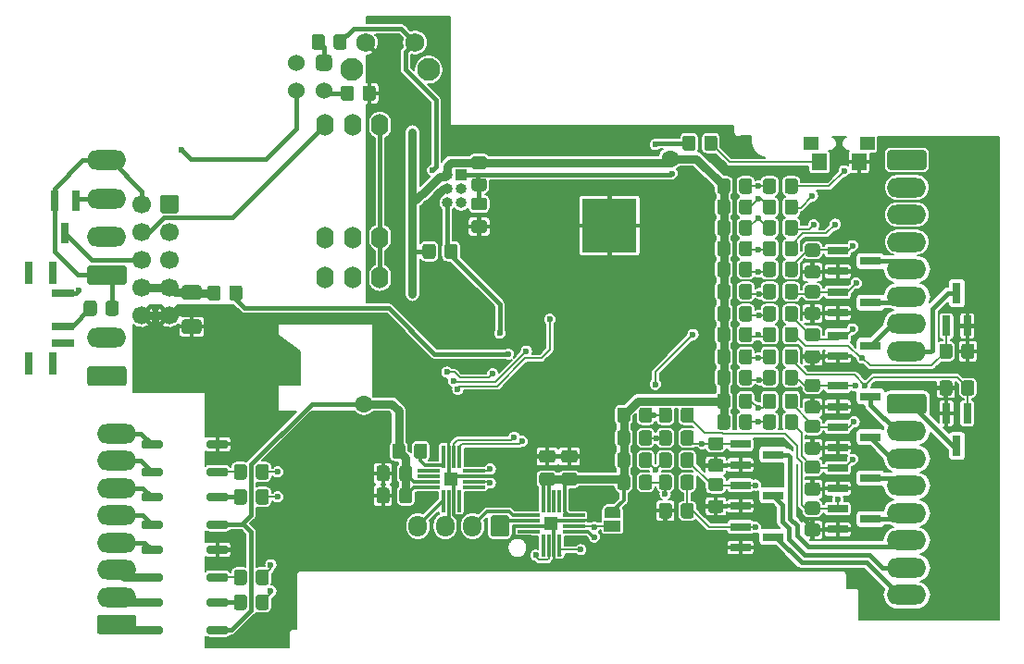
<source format=gtl>
G04 #@! TF.GenerationSoftware,KiCad,Pcbnew,(5.1.8)-1*
G04 #@! TF.CreationDate,2021-05-03T11:31:43+02:00*
G04 #@! TF.ProjectId,sensactHsIO4,73656e73-6163-4744-9873-494f342e6b69,rev?*
G04 #@! TF.SameCoordinates,Original*
G04 #@! TF.FileFunction,Copper,L1,Top*
G04 #@! TF.FilePolarity,Positive*
%FSLAX46Y46*%
G04 Gerber Fmt 4.6, Leading zero omitted, Abs format (unit mm)*
G04 Created by KiCad (PCBNEW (5.1.8)-1) date 2021-05-03 11:31:43*
%MOMM*%
%LPD*%
G01*
G04 APERTURE LIST*
G04 #@! TA.AperFunction,ComponentPad*
%ADD10R,5.000000X5.000000*%
G04 #@! TD*
G04 #@! TA.AperFunction,ComponentPad*
%ADD11O,1.600000X2.000000*%
G04 #@! TD*
G04 #@! TA.AperFunction,ComponentPad*
%ADD12O,3.600000X1.800000*%
G04 #@! TD*
G04 #@! TA.AperFunction,ComponentPad*
%ADD13O,1.000000X1.000000*%
G04 #@! TD*
G04 #@! TA.AperFunction,ComponentPad*
%ADD14R,1.000000X1.000000*%
G04 #@! TD*
G04 #@! TA.AperFunction,SMDPad,CuDef*
%ADD15R,1.400000X1.200000*%
G04 #@! TD*
G04 #@! TA.AperFunction,SMDPad,CuDef*
%ADD16R,1.400000X1.600000*%
G04 #@! TD*
G04 #@! TA.AperFunction,ComponentPad*
%ADD17C,1.700000*%
G04 #@! TD*
G04 #@! TA.AperFunction,ComponentPad*
%ADD18O,1.700000X1.950000*%
G04 #@! TD*
G04 #@! TA.AperFunction,ComponentPad*
%ADD19R,1.230000X1.230000*%
G04 #@! TD*
G04 #@! TA.AperFunction,SMDPad,CuDef*
%ADD20R,0.300000X2.000000*%
G04 #@! TD*
G04 #@! TA.AperFunction,SMDPad,CuDef*
%ADD21R,2.000000X0.300000*%
G04 #@! TD*
G04 #@! TA.AperFunction,SMDPad,CuDef*
%ADD22R,1.500000X1.000000*%
G04 #@! TD*
G04 #@! TA.AperFunction,SMDPad,CuDef*
%ADD23C,0.100000*%
G04 #@! TD*
G04 #@! TA.AperFunction,SMDPad,CuDef*
%ADD24R,0.800000X2.000000*%
G04 #@! TD*
G04 #@! TA.AperFunction,SMDPad,CuDef*
%ADD25R,2.000000X0.700000*%
G04 #@! TD*
G04 #@! TA.AperFunction,ComponentPad*
%ADD26C,1.524000*%
G04 #@! TD*
G04 #@! TA.AperFunction,SMDPad,CuDef*
%ADD27R,0.800000X1.900000*%
G04 #@! TD*
G04 #@! TA.AperFunction,SMDPad,CuDef*
%ADD28R,1.900000X0.800000*%
G04 #@! TD*
G04 #@! TA.AperFunction,ComponentPad*
%ADD29C,2.100000*%
G04 #@! TD*
G04 #@! TA.AperFunction,ComponentPad*
%ADD30C,1.750000*%
G04 #@! TD*
G04 #@! TA.AperFunction,ViaPad*
%ADD31C,0.600000*%
G04 #@! TD*
G04 #@! TA.AperFunction,ViaPad*
%ADD32C,1.600000*%
G04 #@! TD*
G04 #@! TA.AperFunction,Conductor*
%ADD33C,0.400000*%
G04 #@! TD*
G04 #@! TA.AperFunction,Conductor*
%ADD34C,0.200000*%
G04 #@! TD*
G04 #@! TA.AperFunction,Conductor*
%ADD35C,0.300000*%
G04 #@! TD*
G04 #@! TA.AperFunction,Conductor*
%ADD36C,0.800000*%
G04 #@! TD*
G04 #@! TA.AperFunction,Conductor*
%ADD37C,0.100000*%
G04 #@! TD*
G04 APERTURE END LIST*
G04 #@! TA.AperFunction,SMDPad,CuDef*
G36*
G01*
X123425000Y-121977999D02*
X123425000Y-122878001D01*
G75*
G02*
X123175001Y-123128000I-249999J0D01*
G01*
X122474999Y-123128000D01*
G75*
G02*
X122225000Y-122878001I0J249999D01*
G01*
X122225000Y-121977999D01*
G75*
G02*
X122474999Y-121728000I249999J0D01*
G01*
X123175001Y-121728000D01*
G75*
G02*
X123425000Y-121977999I0J-249999D01*
G01*
G37*
G04 #@! TD.AperFunction*
G04 #@! TA.AperFunction,SMDPad,CuDef*
G36*
G01*
X125425000Y-121977999D02*
X125425000Y-122878001D01*
G75*
G02*
X125175001Y-123128000I-249999J0D01*
G01*
X124474999Y-123128000D01*
G75*
G02*
X124225000Y-122878001I0J249999D01*
G01*
X124225000Y-121977999D01*
G75*
G02*
X124474999Y-121728000I249999J0D01*
G01*
X125175001Y-121728000D01*
G75*
G02*
X125425000Y-121977999I0J-249999D01*
G01*
G37*
G04 #@! TD.AperFunction*
D10*
X159000000Y-116245000D03*
D11*
X138009000Y-117348000D03*
X133009000Y-117348000D03*
X135509000Y-117348000D03*
X138009000Y-121031000D03*
X133009000Y-121031000D03*
X135509000Y-121031000D03*
X138009000Y-107061000D03*
X133009000Y-107061000D03*
X135509000Y-107061000D03*
G04 #@! TA.AperFunction,SMDPad,CuDef*
G36*
G01*
X120126999Y-124852000D02*
X121427001Y-124852000D01*
G75*
G02*
X121677000Y-125101999I0J-249999D01*
G01*
X121677000Y-125927001D01*
G75*
G02*
X121427001Y-126177000I-249999J0D01*
G01*
X120126999Y-126177000D01*
G75*
G02*
X119877000Y-125927001I0J249999D01*
G01*
X119877000Y-125101999D01*
G75*
G02*
X120126999Y-124852000I249999J0D01*
G01*
G37*
G04 #@! TD.AperFunction*
G04 #@! TA.AperFunction,SMDPad,CuDef*
G36*
G01*
X120126999Y-121727000D02*
X121427001Y-121727000D01*
G75*
G02*
X121677000Y-121976999I0J-249999D01*
G01*
X121677000Y-122802001D01*
G75*
G02*
X121427001Y-123052000I-249999J0D01*
G01*
X120126999Y-123052000D01*
G75*
G02*
X119877000Y-122802001I0J249999D01*
G01*
X119877000Y-121976999D01*
G75*
G02*
X120126999Y-121727000I249999J0D01*
G01*
G37*
G04 #@! TD.AperFunction*
D12*
X113030000Y-126548000D03*
G04 #@! TA.AperFunction,ComponentPad*
G36*
G01*
X114580000Y-130948000D02*
X111480000Y-130948000D01*
G75*
G02*
X111230000Y-130698000I0J250000D01*
G01*
X111230000Y-129398000D01*
G75*
G02*
X111480000Y-129148000I250000J0D01*
G01*
X114580000Y-129148000D01*
G75*
G02*
X114830000Y-129398000I0J-250000D01*
G01*
X114830000Y-130698000D01*
G75*
G02*
X114580000Y-130948000I-250000J0D01*
G01*
G37*
G04 #@! TD.AperFunction*
X113030000Y-110292000D03*
X113030000Y-113792000D03*
X113030000Y-117292000D03*
G04 #@! TA.AperFunction,ComponentPad*
G36*
G01*
X114580000Y-121692000D02*
X111480000Y-121692000D01*
G75*
G02*
X111230000Y-121442000I0J250000D01*
G01*
X111230000Y-120142000D01*
G75*
G02*
X111480000Y-119892000I250000J0D01*
G01*
X114580000Y-119892000D01*
G75*
G02*
X114830000Y-120142000I0J-250000D01*
G01*
X114830000Y-121442000D01*
G75*
G02*
X114580000Y-121692000I-250000J0D01*
G01*
G37*
G04 #@! TD.AperFunction*
G04 #@! TA.AperFunction,SMDPad,CuDef*
G36*
G01*
X143094000Y-118167999D02*
X143094000Y-119068001D01*
G75*
G02*
X142844001Y-119318000I-249999J0D01*
G01*
X142143999Y-119318000D01*
G75*
G02*
X141894000Y-119068001I0J249999D01*
G01*
X141894000Y-118167999D01*
G75*
G02*
X142143999Y-117918000I249999J0D01*
G01*
X142844001Y-117918000D01*
G75*
G02*
X143094000Y-118167999I0J-249999D01*
G01*
G37*
G04 #@! TD.AperFunction*
G04 #@! TA.AperFunction,SMDPad,CuDef*
G36*
G01*
X145094000Y-118167999D02*
X145094000Y-119068001D01*
G75*
G02*
X144844001Y-119318000I-249999J0D01*
G01*
X144143999Y-119318000D01*
G75*
G02*
X143894000Y-119068001I0J249999D01*
G01*
X143894000Y-118167999D01*
G75*
G02*
X144143999Y-117918000I249999J0D01*
G01*
X144844001Y-117918000D01*
G75*
G02*
X145094000Y-118167999I0J-249999D01*
G01*
G37*
G04 #@! TD.AperFunction*
D13*
X144145000Y-114173000D03*
X145415000Y-114173000D03*
X144145000Y-112903000D03*
X145415000Y-112903000D03*
X144145000Y-111633000D03*
D14*
X145415000Y-111633000D03*
D15*
X182550000Y-108750000D03*
D16*
X181800000Y-110450000D03*
D15*
X177450000Y-108750000D03*
D16*
X178200000Y-110450000D03*
G04 #@! TA.AperFunction,SMDPad,CuDef*
G36*
G01*
X166859000Y-108261999D02*
X166859000Y-109162001D01*
G75*
G02*
X166609001Y-109412000I-249999J0D01*
G01*
X165908999Y-109412000D01*
G75*
G02*
X165659000Y-109162001I0J249999D01*
G01*
X165659000Y-108261999D01*
G75*
G02*
X165908999Y-108012000I249999J0D01*
G01*
X166609001Y-108012000D01*
G75*
G02*
X166859000Y-108261999I0J-249999D01*
G01*
G37*
G04 #@! TD.AperFunction*
G04 #@! TA.AperFunction,SMDPad,CuDef*
G36*
G01*
X168859000Y-108261999D02*
X168859000Y-109162001D01*
G75*
G02*
X168609001Y-109412000I-249999J0D01*
G01*
X167908999Y-109412000D01*
G75*
G02*
X167659000Y-109162001I0J249999D01*
G01*
X167659000Y-108261999D01*
G75*
G02*
X167908999Y-108012000I249999J0D01*
G01*
X168609001Y-108012000D01*
G75*
G02*
X168859000Y-108261999I0J-249999D01*
G01*
G37*
G04 #@! TD.AperFunction*
D17*
X116205000Y-124460000D03*
X116205000Y-121920000D03*
X116205000Y-119380000D03*
X116205000Y-116840000D03*
X116205000Y-114300000D03*
X118745000Y-124460000D03*
X118745000Y-121920000D03*
X118745000Y-119380000D03*
X118745000Y-116840000D03*
G04 #@! TA.AperFunction,ComponentPad*
G36*
G01*
X119595000Y-113700000D02*
X119595000Y-114900000D01*
G75*
G02*
X119345000Y-115150000I-250000J0D01*
G01*
X118145000Y-115150000D01*
G75*
G02*
X117895000Y-114900000I0J250000D01*
G01*
X117895000Y-113700000D01*
G75*
G02*
X118145000Y-113450000I250000J0D01*
G01*
X119345000Y-113450000D01*
G75*
G02*
X119595000Y-113700000I0J-250000D01*
G01*
G37*
G04 #@! TD.AperFunction*
D18*
X141471000Y-143764000D03*
X143971000Y-143764000D03*
X146471000Y-143764000D03*
G04 #@! TA.AperFunction,ComponentPad*
G36*
G01*
X149821000Y-143039000D02*
X149821000Y-144489000D01*
G75*
G02*
X149571000Y-144739000I-250000J0D01*
G01*
X148371000Y-144739000D01*
G75*
G02*
X148121000Y-144489000I0J250000D01*
G01*
X148121000Y-143039000D01*
G75*
G02*
X148371000Y-142789000I250000J0D01*
G01*
X149571000Y-142789000D01*
G75*
G02*
X149821000Y-143039000I0J-250000D01*
G01*
G37*
G04 #@! TD.AperFunction*
G04 #@! TA.AperFunction,SMDPad,CuDef*
G36*
G01*
X139769000Y-139413000D02*
X139769000Y-138463000D01*
G75*
G02*
X140019000Y-138213000I250000J0D01*
G01*
X140694000Y-138213000D01*
G75*
G02*
X140944000Y-138463000I0J-250000D01*
G01*
X140944000Y-139413000D01*
G75*
G02*
X140694000Y-139663000I-250000J0D01*
G01*
X140019000Y-139663000D01*
G75*
G02*
X139769000Y-139413000I0J250000D01*
G01*
G37*
G04 #@! TD.AperFunction*
G04 #@! TA.AperFunction,SMDPad,CuDef*
G36*
G01*
X137694000Y-139413000D02*
X137694000Y-138463000D01*
G75*
G02*
X137944000Y-138213000I250000J0D01*
G01*
X138619000Y-138213000D01*
G75*
G02*
X138869000Y-138463000I0J-250000D01*
G01*
X138869000Y-139413000D01*
G75*
G02*
X138619000Y-139663000I-250000J0D01*
G01*
X137944000Y-139663000D01*
G75*
G02*
X137694000Y-139413000I0J250000D01*
G01*
G37*
G04 #@! TD.AperFunction*
D19*
X153670000Y-143510000D03*
D20*
X154420000Y-145560000D03*
X153920000Y-145560000D03*
X153420000Y-145560000D03*
X152920000Y-145560000D03*
X152920000Y-141460000D03*
X153420000Y-141460000D03*
X153920000Y-141460000D03*
X154420000Y-141460000D03*
D21*
X151620000Y-144260000D03*
X151620000Y-143760000D03*
X151620000Y-143260000D03*
X151620000Y-142760000D03*
X155720000Y-142760000D03*
X155720000Y-143260000D03*
X155720000Y-143760000D03*
X155720000Y-144260000D03*
D19*
X144526000Y-139446000D03*
D21*
X146576000Y-138696000D03*
X146576000Y-139196000D03*
X146576000Y-139696000D03*
X146576000Y-140196000D03*
X142476000Y-140196000D03*
X142476000Y-139696000D03*
X142476000Y-139196000D03*
X142476000Y-138696000D03*
D20*
X145276000Y-141496000D03*
X144776000Y-141496000D03*
X144276000Y-141496000D03*
X143776000Y-141496000D03*
X143776000Y-137396000D03*
X144276000Y-137396000D03*
X144776000Y-137396000D03*
X145276000Y-137396000D03*
G04 #@! TA.AperFunction,SMDPad,CuDef*
G36*
G01*
X140316000Y-136455999D02*
X140316000Y-137356001D01*
G75*
G02*
X140066001Y-137606000I-249999J0D01*
G01*
X139365999Y-137606000D01*
G75*
G02*
X139116000Y-137356001I0J249999D01*
G01*
X139116000Y-136455999D01*
G75*
G02*
X139365999Y-136206000I249999J0D01*
G01*
X140066001Y-136206000D01*
G75*
G02*
X140316000Y-136455999I0J-249999D01*
G01*
G37*
G04 #@! TD.AperFunction*
G04 #@! TA.AperFunction,SMDPad,CuDef*
G36*
G01*
X142316000Y-136455999D02*
X142316000Y-137356001D01*
G75*
G02*
X142066001Y-137606000I-249999J0D01*
G01*
X141365999Y-137606000D01*
G75*
G02*
X141116000Y-137356001I0J249999D01*
G01*
X141116000Y-136455999D01*
G75*
G02*
X141365999Y-136206000I249999J0D01*
G01*
X142066001Y-136206000D01*
G75*
G02*
X142316000Y-136455999I0J-249999D01*
G01*
G37*
G04 #@! TD.AperFunction*
D22*
X159258000Y-143764000D03*
G04 #@! TA.AperFunction,SMDPad,CuDef*
D23*
G36*
X158508602Y-142464000D02*
G01*
X158508602Y-142439466D01*
X158513412Y-142390635D01*
X158522984Y-142342510D01*
X158537228Y-142295555D01*
X158556005Y-142250222D01*
X158579136Y-142206949D01*
X158606396Y-142166150D01*
X158637524Y-142128221D01*
X158672221Y-142093524D01*
X158710150Y-142062396D01*
X158750949Y-142035136D01*
X158794222Y-142012005D01*
X158839555Y-141993228D01*
X158886510Y-141978984D01*
X158934635Y-141969412D01*
X158983466Y-141964602D01*
X159008000Y-141964602D01*
X159008000Y-141964000D01*
X159508000Y-141964000D01*
X159508000Y-141964602D01*
X159532534Y-141964602D01*
X159581365Y-141969412D01*
X159629490Y-141978984D01*
X159676445Y-141993228D01*
X159721778Y-142012005D01*
X159765051Y-142035136D01*
X159805850Y-142062396D01*
X159843779Y-142093524D01*
X159878476Y-142128221D01*
X159909604Y-142166150D01*
X159936864Y-142206949D01*
X159959995Y-142250222D01*
X159978772Y-142295555D01*
X159993016Y-142342510D01*
X160002588Y-142390635D01*
X160007398Y-142439466D01*
X160007398Y-142464000D01*
X160008000Y-142464000D01*
X160008000Y-143014000D01*
X158508000Y-143014000D01*
X158508000Y-142464000D01*
X158508602Y-142464000D01*
G37*
G04 #@! TD.AperFunction*
G04 #@! TA.AperFunction,SMDPad,CuDef*
G36*
X160008000Y-144514000D02*
G01*
X160008000Y-145064000D01*
X160007398Y-145064000D01*
X160007398Y-145088534D01*
X160002588Y-145137365D01*
X159993016Y-145185490D01*
X159978772Y-145232445D01*
X159959995Y-145277778D01*
X159936864Y-145321051D01*
X159909604Y-145361850D01*
X159878476Y-145399779D01*
X159843779Y-145434476D01*
X159805850Y-145465604D01*
X159765051Y-145492864D01*
X159721778Y-145515995D01*
X159676445Y-145534772D01*
X159629490Y-145549016D01*
X159581365Y-145558588D01*
X159532534Y-145563398D01*
X159508000Y-145563398D01*
X159508000Y-145564000D01*
X159008000Y-145564000D01*
X159008000Y-145563398D01*
X158983466Y-145563398D01*
X158934635Y-145558588D01*
X158886510Y-145549016D01*
X158839555Y-145534772D01*
X158794222Y-145515995D01*
X158750949Y-145492864D01*
X158710150Y-145465604D01*
X158672221Y-145434476D01*
X158637524Y-145399779D01*
X158606396Y-145361850D01*
X158579136Y-145321051D01*
X158556005Y-145277778D01*
X158537228Y-145232445D01*
X158522984Y-145185490D01*
X158513412Y-145137365D01*
X158508602Y-145088534D01*
X158508602Y-145064000D01*
X158508000Y-145064000D01*
X158508000Y-144514000D01*
X160008000Y-144514000D01*
G37*
G04 #@! TD.AperFunction*
G04 #@! TA.AperFunction,SMDPad,CuDef*
G36*
G01*
X139769000Y-141445000D02*
X139769000Y-140495000D01*
G75*
G02*
X140019000Y-140245000I250000J0D01*
G01*
X140694000Y-140245000D01*
G75*
G02*
X140944000Y-140495000I0J-250000D01*
G01*
X140944000Y-141445000D01*
G75*
G02*
X140694000Y-141695000I-250000J0D01*
G01*
X140019000Y-141695000D01*
G75*
G02*
X139769000Y-141445000I0J250000D01*
G01*
G37*
G04 #@! TD.AperFunction*
G04 #@! TA.AperFunction,SMDPad,CuDef*
G36*
G01*
X137694000Y-141445000D02*
X137694000Y-140495000D01*
G75*
G02*
X137944000Y-140245000I250000J0D01*
G01*
X138619000Y-140245000D01*
G75*
G02*
X138869000Y-140495000I0J-250000D01*
G01*
X138869000Y-141445000D01*
G75*
G02*
X138619000Y-141695000I-250000J0D01*
G01*
X137944000Y-141695000D01*
G75*
G02*
X137694000Y-141445000I0J250000D01*
G01*
G37*
G04 #@! TD.AperFunction*
G04 #@! TA.AperFunction,SMDPad,CuDef*
G36*
G01*
X152814000Y-138880000D02*
X153764000Y-138880000D01*
G75*
G02*
X154014000Y-139130000I0J-250000D01*
G01*
X154014000Y-139805000D01*
G75*
G02*
X153764000Y-140055000I-250000J0D01*
G01*
X152814000Y-140055000D01*
G75*
G02*
X152564000Y-139805000I0J250000D01*
G01*
X152564000Y-139130000D01*
G75*
G02*
X152814000Y-138880000I250000J0D01*
G01*
G37*
G04 #@! TD.AperFunction*
G04 #@! TA.AperFunction,SMDPad,CuDef*
G36*
G01*
X152814000Y-136805000D02*
X153764000Y-136805000D01*
G75*
G02*
X154014000Y-137055000I0J-250000D01*
G01*
X154014000Y-137730000D01*
G75*
G02*
X153764000Y-137980000I-250000J0D01*
G01*
X152814000Y-137980000D01*
G75*
G02*
X152564000Y-137730000I0J250000D01*
G01*
X152564000Y-137055000D01*
G75*
G02*
X152814000Y-136805000I250000J0D01*
G01*
G37*
G04 #@! TD.AperFunction*
G04 #@! TA.AperFunction,SMDPad,CuDef*
G36*
G01*
X154846000Y-138880000D02*
X155796000Y-138880000D01*
G75*
G02*
X156046000Y-139130000I0J-250000D01*
G01*
X156046000Y-139805000D01*
G75*
G02*
X155796000Y-140055000I-250000J0D01*
G01*
X154846000Y-140055000D01*
G75*
G02*
X154596000Y-139805000I0J250000D01*
G01*
X154596000Y-139130000D01*
G75*
G02*
X154846000Y-138880000I250000J0D01*
G01*
G37*
G04 #@! TD.AperFunction*
G04 #@! TA.AperFunction,SMDPad,CuDef*
G36*
G01*
X154846000Y-136805000D02*
X155796000Y-136805000D01*
G75*
G02*
X156046000Y-137055000I0J-250000D01*
G01*
X156046000Y-137730000D01*
G75*
G02*
X155796000Y-137980000I-250000J0D01*
G01*
X154846000Y-137980000D01*
G75*
G02*
X154596000Y-137730000I0J250000D01*
G01*
X154596000Y-137055000D01*
G75*
G02*
X154846000Y-136805000I250000J0D01*
G01*
G37*
G04 #@! TD.AperFunction*
D24*
X108095000Y-120588000D03*
X108095000Y-128888000D03*
X105885000Y-128888000D03*
X105885000Y-120588000D03*
D25*
X108995000Y-126988000D03*
X108995000Y-125488000D03*
X108995000Y-122488000D03*
D26*
X130330000Y-103886000D03*
X132870000Y-103886000D03*
X130330000Y-101346000D03*
G04 #@! TA.AperFunction,ComponentPad*
G36*
G01*
X132108000Y-101727000D02*
X132108000Y-100965000D01*
G75*
G02*
X132489000Y-100584000I381000J0D01*
G01*
X133251000Y-100584000D01*
G75*
G02*
X133632000Y-100965000I0J-381000D01*
G01*
X133632000Y-101727000D01*
G75*
G02*
X133251000Y-102108000I-381000J0D01*
G01*
X132489000Y-102108000D01*
G75*
G02*
X132108000Y-101727000I0J381000D01*
G01*
G37*
G04 #@! TD.AperFunction*
G04 #@! TA.AperFunction,SMDPad,CuDef*
G36*
G01*
X135617000Y-103689999D02*
X135617000Y-104590001D01*
G75*
G02*
X135367001Y-104840000I-249999J0D01*
G01*
X134666999Y-104840000D01*
G75*
G02*
X134417000Y-104590001I0J249999D01*
G01*
X134417000Y-103689999D01*
G75*
G02*
X134666999Y-103440000I249999J0D01*
G01*
X135367001Y-103440000D01*
G75*
G02*
X135617000Y-103689999I0J-249999D01*
G01*
G37*
G04 #@! TD.AperFunction*
G04 #@! TA.AperFunction,SMDPad,CuDef*
G36*
G01*
X137617000Y-103689999D02*
X137617000Y-104590001D01*
G75*
G02*
X137367001Y-104840000I-249999J0D01*
G01*
X136666999Y-104840000D01*
G75*
G02*
X136417000Y-104590001I0J249999D01*
G01*
X136417000Y-103689999D01*
G75*
G02*
X136666999Y-103440000I249999J0D01*
G01*
X137367001Y-103440000D01*
G75*
G02*
X137617000Y-103689999I0J-249999D01*
G01*
G37*
G04 #@! TD.AperFunction*
D27*
X109220000Y-116943000D03*
X108270000Y-113943000D03*
X110170000Y-113943000D03*
G04 #@! TA.AperFunction,SMDPad,CuDef*
G36*
G01*
X170034000Y-133788999D02*
X170034000Y-134689001D01*
G75*
G02*
X169784001Y-134939000I-249999J0D01*
G01*
X169083999Y-134939000D01*
G75*
G02*
X168834000Y-134689001I0J249999D01*
G01*
X168834000Y-133788999D01*
G75*
G02*
X169083999Y-133539000I249999J0D01*
G01*
X169784001Y-133539000D01*
G75*
G02*
X170034000Y-133788999I0J-249999D01*
G01*
G37*
G04 #@! TD.AperFunction*
G04 #@! TA.AperFunction,SMDPad,CuDef*
G36*
G01*
X172034000Y-133788999D02*
X172034000Y-134689001D01*
G75*
G02*
X171784001Y-134939000I-249999J0D01*
G01*
X171083999Y-134939000D01*
G75*
G02*
X170834000Y-134689001I0J249999D01*
G01*
X170834000Y-133788999D01*
G75*
G02*
X171083999Y-133539000I249999J0D01*
G01*
X171784001Y-133539000D01*
G75*
G02*
X172034000Y-133788999I0J-249999D01*
G01*
G37*
G04 #@! TD.AperFunction*
G04 #@! TA.AperFunction,SMDPad,CuDef*
G36*
G01*
X175025000Y-134689001D02*
X175025000Y-133788999D01*
G75*
G02*
X175274999Y-133539000I249999J0D01*
G01*
X175975001Y-133539000D01*
G75*
G02*
X176225000Y-133788999I0J-249999D01*
G01*
X176225000Y-134689001D01*
G75*
G02*
X175975001Y-134939000I-249999J0D01*
G01*
X175274999Y-134939000D01*
G75*
G02*
X175025000Y-134689001I0J249999D01*
G01*
G37*
G04 #@! TD.AperFunction*
G04 #@! TA.AperFunction,SMDPad,CuDef*
G36*
G01*
X173025000Y-134689001D02*
X173025000Y-133788999D01*
G75*
G02*
X173274999Y-133539000I249999J0D01*
G01*
X173975001Y-133539000D01*
G75*
G02*
X174225000Y-133788999I0J-249999D01*
G01*
X174225000Y-134689001D01*
G75*
G02*
X173975001Y-134939000I-249999J0D01*
G01*
X173274999Y-134939000D01*
G75*
G02*
X173025000Y-134689001I0J249999D01*
G01*
G37*
G04 #@! TD.AperFunction*
G04 #@! TA.AperFunction,SMDPad,CuDef*
G36*
G01*
X170034000Y-127819999D02*
X170034000Y-128720001D01*
G75*
G02*
X169784001Y-128970000I-249999J0D01*
G01*
X169083999Y-128970000D01*
G75*
G02*
X168834000Y-128720001I0J249999D01*
G01*
X168834000Y-127819999D01*
G75*
G02*
X169083999Y-127570000I249999J0D01*
G01*
X169784001Y-127570000D01*
G75*
G02*
X170034000Y-127819999I0J-249999D01*
G01*
G37*
G04 #@! TD.AperFunction*
G04 #@! TA.AperFunction,SMDPad,CuDef*
G36*
G01*
X172034000Y-127819999D02*
X172034000Y-128720001D01*
G75*
G02*
X171784001Y-128970000I-249999J0D01*
G01*
X171083999Y-128970000D01*
G75*
G02*
X170834000Y-128720001I0J249999D01*
G01*
X170834000Y-127819999D01*
G75*
G02*
X171083999Y-127570000I249999J0D01*
G01*
X171784001Y-127570000D01*
G75*
G02*
X172034000Y-127819999I0J-249999D01*
G01*
G37*
G04 #@! TD.AperFunction*
G04 #@! TA.AperFunction,SMDPad,CuDef*
G36*
G01*
X175025000Y-128720001D02*
X175025000Y-127819999D01*
G75*
G02*
X175274999Y-127570000I249999J0D01*
G01*
X175975001Y-127570000D01*
G75*
G02*
X176225000Y-127819999I0J-249999D01*
G01*
X176225000Y-128720001D01*
G75*
G02*
X175975001Y-128970000I-249999J0D01*
G01*
X175274999Y-128970000D01*
G75*
G02*
X175025000Y-128720001I0J249999D01*
G01*
G37*
G04 #@! TD.AperFunction*
G04 #@! TA.AperFunction,SMDPad,CuDef*
G36*
G01*
X173025000Y-128720001D02*
X173025000Y-127819999D01*
G75*
G02*
X173274999Y-127570000I249999J0D01*
G01*
X173975001Y-127570000D01*
G75*
G02*
X174225000Y-127819999I0J-249999D01*
G01*
X174225000Y-128720001D01*
G75*
G02*
X173975001Y-128970000I-249999J0D01*
G01*
X173274999Y-128970000D01*
G75*
G02*
X173025000Y-128720001I0J249999D01*
G01*
G37*
G04 #@! TD.AperFunction*
G04 #@! TA.AperFunction,SMDPad,CuDef*
G36*
G01*
X169169501Y-136823500D02*
X168269499Y-136823500D01*
G75*
G02*
X168019500Y-136573501I0J249999D01*
G01*
X168019500Y-135873499D01*
G75*
G02*
X168269499Y-135623500I249999J0D01*
G01*
X169169501Y-135623500D01*
G75*
G02*
X169419500Y-135873499I0J-249999D01*
G01*
X169419500Y-136573501D01*
G75*
G02*
X169169501Y-136823500I-249999J0D01*
G01*
G37*
G04 #@! TD.AperFunction*
G04 #@! TA.AperFunction,SMDPad,CuDef*
G36*
G01*
X169169501Y-138823500D02*
X168269499Y-138823500D01*
G75*
G02*
X168019500Y-138573501I0J249999D01*
G01*
X168019500Y-137873499D01*
G75*
G02*
X168269499Y-137623500I249999J0D01*
G01*
X169169501Y-137623500D01*
G75*
G02*
X169419500Y-137873499I0J-249999D01*
G01*
X169419500Y-138573501D01*
G75*
G02*
X169169501Y-138823500I-249999J0D01*
G01*
G37*
G04 #@! TD.AperFunction*
G04 #@! TA.AperFunction,SMDPad,CuDef*
G36*
G01*
X177996001Y-142729000D02*
X177095999Y-142729000D01*
G75*
G02*
X176846000Y-142479001I0J249999D01*
G01*
X176846000Y-141778999D01*
G75*
G02*
X177095999Y-141529000I249999J0D01*
G01*
X177996001Y-141529000D01*
G75*
G02*
X178246000Y-141778999I0J-249999D01*
G01*
X178246000Y-142479001D01*
G75*
G02*
X177996001Y-142729000I-249999J0D01*
G01*
G37*
G04 #@! TD.AperFunction*
G04 #@! TA.AperFunction,SMDPad,CuDef*
G36*
G01*
X177996001Y-144729000D02*
X177095999Y-144729000D01*
G75*
G02*
X176846000Y-144479001I0J249999D01*
G01*
X176846000Y-143778999D01*
G75*
G02*
X177095999Y-143529000I249999J0D01*
G01*
X177996001Y-143529000D01*
G75*
G02*
X178246000Y-143778999I0J-249999D01*
G01*
X178246000Y-144479001D01*
G75*
G02*
X177996001Y-144729000I-249999J0D01*
G01*
G37*
G04 #@! TD.AperFunction*
D28*
X173966000Y-137223500D03*
X170966000Y-138173500D03*
X170966000Y-136273500D03*
X182856000Y-143129000D03*
X179856000Y-144079000D03*
X179856000Y-142179000D03*
D12*
X186182000Y-150088000D03*
X186182000Y-147588000D03*
X186182000Y-145088000D03*
X186182000Y-142588000D03*
X186182000Y-140088000D03*
X186182000Y-137588000D03*
X186182000Y-135088000D03*
G04 #@! TA.AperFunction,ComponentPad*
G36*
G01*
X184632000Y-131688000D02*
X187732000Y-131688000D01*
G75*
G02*
X187982000Y-131938000I0J-250000D01*
G01*
X187982000Y-133238000D01*
G75*
G02*
X187732000Y-133488000I-250000J0D01*
G01*
X184632000Y-133488000D01*
G75*
G02*
X184382000Y-133238000I0J250000D01*
G01*
X184382000Y-131938000D01*
G75*
G02*
X184632000Y-131688000I250000J0D01*
G01*
G37*
G04 #@! TD.AperFunction*
X186182000Y-127762000D03*
X186182000Y-125262000D03*
X186182000Y-122762000D03*
X186182000Y-120262000D03*
X186182000Y-117762000D03*
X186182000Y-115262000D03*
X186182000Y-112762000D03*
G04 #@! TA.AperFunction,ComponentPad*
G36*
G01*
X184632000Y-109362000D02*
X187732000Y-109362000D01*
G75*
G02*
X187982000Y-109612000I0J-250000D01*
G01*
X187982000Y-110912000D01*
G75*
G02*
X187732000Y-111162000I-250000J0D01*
G01*
X184632000Y-111162000D01*
G75*
G02*
X184382000Y-110912000I0J250000D01*
G01*
X184382000Y-109612000D01*
G75*
G02*
X184632000Y-109362000I250000J0D01*
G01*
G37*
G04 #@! TD.AperFunction*
X113919000Y-135281000D03*
X113919000Y-137781000D03*
X113919000Y-140281000D03*
X113919000Y-142781000D03*
X113919000Y-145281000D03*
X113919000Y-147781000D03*
X113919000Y-150281000D03*
G04 #@! TA.AperFunction,ComponentPad*
G36*
G01*
X115469000Y-153681000D02*
X112369000Y-153681000D01*
G75*
G02*
X112119000Y-153431000I0J250000D01*
G01*
X112119000Y-152131000D01*
G75*
G02*
X112369000Y-151881000I250000J0D01*
G01*
X115469000Y-151881000D01*
G75*
G02*
X115719000Y-152131000I0J-250000D01*
G01*
X115719000Y-153431000D01*
G75*
G02*
X115469000Y-153681000I-250000J0D01*
G01*
G37*
G04 #@! TD.AperFunction*
D28*
X182856000Y-131889500D03*
X179856000Y-132839500D03*
X179856000Y-130939500D03*
G04 #@! TA.AperFunction,SMDPad,CuDef*
G36*
G01*
X191154000Y-131577501D02*
X191154000Y-130677499D01*
G75*
G02*
X191403999Y-130427500I249999J0D01*
G01*
X192104001Y-130427500D01*
G75*
G02*
X192354000Y-130677499I0J-249999D01*
G01*
X192354000Y-131577501D01*
G75*
G02*
X192104001Y-131827500I-249999J0D01*
G01*
X191403999Y-131827500D01*
G75*
G02*
X191154000Y-131577501I0J249999D01*
G01*
G37*
G04 #@! TD.AperFunction*
G04 #@! TA.AperFunction,SMDPad,CuDef*
G36*
G01*
X189154000Y-131577501D02*
X189154000Y-130677499D01*
G75*
G02*
X189403999Y-130427500I249999J0D01*
G01*
X190104001Y-130427500D01*
G75*
G02*
X190354000Y-130677499I0J-249999D01*
G01*
X190354000Y-131577501D01*
G75*
G02*
X190104001Y-131827500I-249999J0D01*
G01*
X189403999Y-131827500D01*
G75*
G02*
X189154000Y-131577501I0J249999D01*
G01*
G37*
G04 #@! TD.AperFunction*
D27*
X190754000Y-136437500D03*
X189804000Y-133437500D03*
X191704000Y-133437500D03*
G04 #@! TA.AperFunction,SMDPad,CuDef*
G36*
G01*
X112106000Y-123374999D02*
X112106000Y-124275001D01*
G75*
G02*
X111856001Y-124525000I-249999J0D01*
G01*
X111155999Y-124525000D01*
G75*
G02*
X110906000Y-124275001I0J249999D01*
G01*
X110906000Y-123374999D01*
G75*
G02*
X111155999Y-123125000I249999J0D01*
G01*
X111856001Y-123125000D01*
G75*
G02*
X112106000Y-123374999I0J-249999D01*
G01*
G37*
G04 #@! TD.AperFunction*
G04 #@! TA.AperFunction,SMDPad,CuDef*
G36*
G01*
X114106000Y-123374999D02*
X114106000Y-124275001D01*
G75*
G02*
X113856001Y-124525000I-249999J0D01*
G01*
X113155999Y-124525000D01*
G75*
G02*
X112906000Y-124275001I0J249999D01*
G01*
X112906000Y-123374999D01*
G75*
G02*
X113155999Y-123125000I249999J0D01*
G01*
X113856001Y-123125000D01*
G75*
G02*
X114106000Y-123374999I0J-249999D01*
G01*
G37*
G04 #@! TD.AperFunction*
D29*
X142450000Y-101990000D03*
D30*
X141200000Y-99500000D03*
X136700000Y-99500000D03*
D29*
X135440000Y-101990000D03*
G04 #@! TA.AperFunction,SMDPad,CuDef*
G36*
G01*
X118117000Y-138611000D02*
X118117000Y-139011000D01*
G75*
G02*
X117917000Y-139211000I-200000J0D01*
G01*
X116367000Y-139211000D01*
G75*
G02*
X116167000Y-139011000I0J200000D01*
G01*
X116167000Y-138611000D01*
G75*
G02*
X116367000Y-138411000I200000J0D01*
G01*
X117917000Y-138411000D01*
G75*
G02*
X118117000Y-138611000I0J-200000D01*
G01*
G37*
G04 #@! TD.AperFunction*
G04 #@! TA.AperFunction,SMDPad,CuDef*
G36*
G01*
X118117000Y-136071000D02*
X118117000Y-136471000D01*
G75*
G02*
X117917000Y-136671000I-200000J0D01*
G01*
X116367000Y-136671000D01*
G75*
G02*
X116167000Y-136471000I0J200000D01*
G01*
X116167000Y-136071000D01*
G75*
G02*
X116367000Y-135871000I200000J0D01*
G01*
X117917000Y-135871000D01*
G75*
G02*
X118117000Y-136071000I0J-200000D01*
G01*
G37*
G04 #@! TD.AperFunction*
G04 #@! TA.AperFunction,SMDPad,CuDef*
G36*
G01*
X124117000Y-136071000D02*
X124117000Y-136471000D01*
G75*
G02*
X123917000Y-136671000I-200000J0D01*
G01*
X122367000Y-136671000D01*
G75*
G02*
X122167000Y-136471000I0J200000D01*
G01*
X122167000Y-136071000D01*
G75*
G02*
X122367000Y-135871000I200000J0D01*
G01*
X123917000Y-135871000D01*
G75*
G02*
X124117000Y-136071000I0J-200000D01*
G01*
G37*
G04 #@! TD.AperFunction*
G04 #@! TA.AperFunction,SMDPad,CuDef*
G36*
G01*
X124117000Y-138611000D02*
X124117000Y-139011000D01*
G75*
G02*
X123917000Y-139211000I-200000J0D01*
G01*
X122367000Y-139211000D01*
G75*
G02*
X122167000Y-139011000I0J200000D01*
G01*
X122167000Y-138611000D01*
G75*
G02*
X122367000Y-138411000I200000J0D01*
G01*
X123917000Y-138411000D01*
G75*
G02*
X124117000Y-138611000I0J-200000D01*
G01*
G37*
G04 #@! TD.AperFunction*
G04 #@! TA.AperFunction,SMDPad,CuDef*
G36*
G01*
X118117000Y-143437000D02*
X118117000Y-143837000D01*
G75*
G02*
X117917000Y-144037000I-200000J0D01*
G01*
X116367000Y-144037000D01*
G75*
G02*
X116167000Y-143837000I0J200000D01*
G01*
X116167000Y-143437000D01*
G75*
G02*
X116367000Y-143237000I200000J0D01*
G01*
X117917000Y-143237000D01*
G75*
G02*
X118117000Y-143437000I0J-200000D01*
G01*
G37*
G04 #@! TD.AperFunction*
G04 #@! TA.AperFunction,SMDPad,CuDef*
G36*
G01*
X118117000Y-140897000D02*
X118117000Y-141297000D01*
G75*
G02*
X117917000Y-141497000I-200000J0D01*
G01*
X116367000Y-141497000D01*
G75*
G02*
X116167000Y-141297000I0J200000D01*
G01*
X116167000Y-140897000D01*
G75*
G02*
X116367000Y-140697000I200000J0D01*
G01*
X117917000Y-140697000D01*
G75*
G02*
X118117000Y-140897000I0J-200000D01*
G01*
G37*
G04 #@! TD.AperFunction*
G04 #@! TA.AperFunction,SMDPad,CuDef*
G36*
G01*
X124117000Y-140897000D02*
X124117000Y-141297000D01*
G75*
G02*
X123917000Y-141497000I-200000J0D01*
G01*
X122367000Y-141497000D01*
G75*
G02*
X122167000Y-141297000I0J200000D01*
G01*
X122167000Y-140897000D01*
G75*
G02*
X122367000Y-140697000I200000J0D01*
G01*
X123917000Y-140697000D01*
G75*
G02*
X124117000Y-140897000I0J-200000D01*
G01*
G37*
G04 #@! TD.AperFunction*
G04 #@! TA.AperFunction,SMDPad,CuDef*
G36*
G01*
X124117000Y-143437000D02*
X124117000Y-143837000D01*
G75*
G02*
X123917000Y-144037000I-200000J0D01*
G01*
X122367000Y-144037000D01*
G75*
G02*
X122167000Y-143837000I0J200000D01*
G01*
X122167000Y-143437000D01*
G75*
G02*
X122367000Y-143237000I200000J0D01*
G01*
X123917000Y-143237000D01*
G75*
G02*
X124117000Y-143437000I0J-200000D01*
G01*
G37*
G04 #@! TD.AperFunction*
G04 #@! TA.AperFunction,SMDPad,CuDef*
G36*
G01*
X118117000Y-148263000D02*
X118117000Y-148663000D01*
G75*
G02*
X117917000Y-148863000I-200000J0D01*
G01*
X116367000Y-148863000D01*
G75*
G02*
X116167000Y-148663000I0J200000D01*
G01*
X116167000Y-148263000D01*
G75*
G02*
X116367000Y-148063000I200000J0D01*
G01*
X117917000Y-148063000D01*
G75*
G02*
X118117000Y-148263000I0J-200000D01*
G01*
G37*
G04 #@! TD.AperFunction*
G04 #@! TA.AperFunction,SMDPad,CuDef*
G36*
G01*
X118117000Y-145723000D02*
X118117000Y-146123000D01*
G75*
G02*
X117917000Y-146323000I-200000J0D01*
G01*
X116367000Y-146323000D01*
G75*
G02*
X116167000Y-146123000I0J200000D01*
G01*
X116167000Y-145723000D01*
G75*
G02*
X116367000Y-145523000I200000J0D01*
G01*
X117917000Y-145523000D01*
G75*
G02*
X118117000Y-145723000I0J-200000D01*
G01*
G37*
G04 #@! TD.AperFunction*
G04 #@! TA.AperFunction,SMDPad,CuDef*
G36*
G01*
X124117000Y-145723000D02*
X124117000Y-146123000D01*
G75*
G02*
X123917000Y-146323000I-200000J0D01*
G01*
X122367000Y-146323000D01*
G75*
G02*
X122167000Y-146123000I0J200000D01*
G01*
X122167000Y-145723000D01*
G75*
G02*
X122367000Y-145523000I200000J0D01*
G01*
X123917000Y-145523000D01*
G75*
G02*
X124117000Y-145723000I0J-200000D01*
G01*
G37*
G04 #@! TD.AperFunction*
G04 #@! TA.AperFunction,SMDPad,CuDef*
G36*
G01*
X124117000Y-148263000D02*
X124117000Y-148663000D01*
G75*
G02*
X123917000Y-148863000I-200000J0D01*
G01*
X122367000Y-148863000D01*
G75*
G02*
X122167000Y-148663000I0J200000D01*
G01*
X122167000Y-148263000D01*
G75*
G02*
X122367000Y-148063000I200000J0D01*
G01*
X123917000Y-148063000D01*
G75*
G02*
X124117000Y-148263000I0J-200000D01*
G01*
G37*
G04 #@! TD.AperFunction*
G04 #@! TA.AperFunction,SMDPad,CuDef*
G36*
G01*
X118117000Y-153089000D02*
X118117000Y-153489000D01*
G75*
G02*
X117917000Y-153689000I-200000J0D01*
G01*
X116367000Y-153689000D01*
G75*
G02*
X116167000Y-153489000I0J200000D01*
G01*
X116167000Y-153089000D01*
G75*
G02*
X116367000Y-152889000I200000J0D01*
G01*
X117917000Y-152889000D01*
G75*
G02*
X118117000Y-153089000I0J-200000D01*
G01*
G37*
G04 #@! TD.AperFunction*
G04 #@! TA.AperFunction,SMDPad,CuDef*
G36*
G01*
X118117000Y-150549000D02*
X118117000Y-150949000D01*
G75*
G02*
X117917000Y-151149000I-200000J0D01*
G01*
X116367000Y-151149000D01*
G75*
G02*
X116167000Y-150949000I0J200000D01*
G01*
X116167000Y-150549000D01*
G75*
G02*
X116367000Y-150349000I200000J0D01*
G01*
X117917000Y-150349000D01*
G75*
G02*
X118117000Y-150549000I0J-200000D01*
G01*
G37*
G04 #@! TD.AperFunction*
G04 #@! TA.AperFunction,SMDPad,CuDef*
G36*
G01*
X124117000Y-150549000D02*
X124117000Y-150949000D01*
G75*
G02*
X123917000Y-151149000I-200000J0D01*
G01*
X122367000Y-151149000D01*
G75*
G02*
X122167000Y-150949000I0J200000D01*
G01*
X122167000Y-150549000D01*
G75*
G02*
X122367000Y-150349000I200000J0D01*
G01*
X123917000Y-150349000D01*
G75*
G02*
X124117000Y-150549000I0J-200000D01*
G01*
G37*
G04 #@! TD.AperFunction*
G04 #@! TA.AperFunction,SMDPad,CuDef*
G36*
G01*
X124117000Y-153089000D02*
X124117000Y-153489000D01*
G75*
G02*
X123917000Y-153689000I-200000J0D01*
G01*
X122367000Y-153689000D01*
G75*
G02*
X122167000Y-153489000I0J200000D01*
G01*
X122167000Y-153089000D01*
G75*
G02*
X122367000Y-152889000I200000J0D01*
G01*
X123917000Y-152889000D01*
G75*
G02*
X124117000Y-153089000I0J-200000D01*
G01*
G37*
G04 #@! TD.AperFunction*
G04 #@! TA.AperFunction,SMDPad,CuDef*
G36*
G01*
X170034000Y-125787999D02*
X170034000Y-126688001D01*
G75*
G02*
X169784001Y-126938000I-249999J0D01*
G01*
X169083999Y-126938000D01*
G75*
G02*
X168834000Y-126688001I0J249999D01*
G01*
X168834000Y-125787999D01*
G75*
G02*
X169083999Y-125538000I249999J0D01*
G01*
X169784001Y-125538000D01*
G75*
G02*
X170034000Y-125787999I0J-249999D01*
G01*
G37*
G04 #@! TD.AperFunction*
G04 #@! TA.AperFunction,SMDPad,CuDef*
G36*
G01*
X172034000Y-125787999D02*
X172034000Y-126688001D01*
G75*
G02*
X171784001Y-126938000I-249999J0D01*
G01*
X171083999Y-126938000D01*
G75*
G02*
X170834000Y-126688001I0J249999D01*
G01*
X170834000Y-125787999D01*
G75*
G02*
X171083999Y-125538000I249999J0D01*
G01*
X171784001Y-125538000D01*
G75*
G02*
X172034000Y-125787999I0J-249999D01*
G01*
G37*
G04 #@! TD.AperFunction*
G04 #@! TA.AperFunction,SMDPad,CuDef*
G36*
G01*
X170034000Y-123882999D02*
X170034000Y-124783001D01*
G75*
G02*
X169784001Y-125033000I-249999J0D01*
G01*
X169083999Y-125033000D01*
G75*
G02*
X168834000Y-124783001I0J249999D01*
G01*
X168834000Y-123882999D01*
G75*
G02*
X169083999Y-123633000I249999J0D01*
G01*
X169784001Y-123633000D01*
G75*
G02*
X170034000Y-123882999I0J-249999D01*
G01*
G37*
G04 #@! TD.AperFunction*
G04 #@! TA.AperFunction,SMDPad,CuDef*
G36*
G01*
X172034000Y-123882999D02*
X172034000Y-124783001D01*
G75*
G02*
X171784001Y-125033000I-249999J0D01*
G01*
X171083999Y-125033000D01*
G75*
G02*
X170834000Y-124783001I0J249999D01*
G01*
X170834000Y-123882999D01*
G75*
G02*
X171083999Y-123633000I249999J0D01*
G01*
X171784001Y-123633000D01*
G75*
G02*
X172034000Y-123882999I0J-249999D01*
G01*
G37*
G04 #@! TD.AperFunction*
G04 #@! TA.AperFunction,SMDPad,CuDef*
G36*
G01*
X170034000Y-121850999D02*
X170034000Y-122751001D01*
G75*
G02*
X169784001Y-123001000I-249999J0D01*
G01*
X169083999Y-123001000D01*
G75*
G02*
X168834000Y-122751001I0J249999D01*
G01*
X168834000Y-121850999D01*
G75*
G02*
X169083999Y-121601000I249999J0D01*
G01*
X169784001Y-121601000D01*
G75*
G02*
X170034000Y-121850999I0J-249999D01*
G01*
G37*
G04 #@! TD.AperFunction*
G04 #@! TA.AperFunction,SMDPad,CuDef*
G36*
G01*
X172034000Y-121850999D02*
X172034000Y-122751001D01*
G75*
G02*
X171784001Y-123001000I-249999J0D01*
G01*
X171083999Y-123001000D01*
G75*
G02*
X170834000Y-122751001I0J249999D01*
G01*
X170834000Y-121850999D01*
G75*
G02*
X171083999Y-121601000I249999J0D01*
G01*
X171784001Y-121601000D01*
G75*
G02*
X172034000Y-121850999I0J-249999D01*
G01*
G37*
G04 #@! TD.AperFunction*
G04 #@! TA.AperFunction,SMDPad,CuDef*
G36*
G01*
X170034000Y-119818999D02*
X170034000Y-120719001D01*
G75*
G02*
X169784001Y-120969000I-249999J0D01*
G01*
X169083999Y-120969000D01*
G75*
G02*
X168834000Y-120719001I0J249999D01*
G01*
X168834000Y-119818999D01*
G75*
G02*
X169083999Y-119569000I249999J0D01*
G01*
X169784001Y-119569000D01*
G75*
G02*
X170034000Y-119818999I0J-249999D01*
G01*
G37*
G04 #@! TD.AperFunction*
G04 #@! TA.AperFunction,SMDPad,CuDef*
G36*
G01*
X172034000Y-119818999D02*
X172034000Y-120719001D01*
G75*
G02*
X171784001Y-120969000I-249999J0D01*
G01*
X171083999Y-120969000D01*
G75*
G02*
X170834000Y-120719001I0J249999D01*
G01*
X170834000Y-119818999D01*
G75*
G02*
X171083999Y-119569000I249999J0D01*
G01*
X171784001Y-119569000D01*
G75*
G02*
X172034000Y-119818999I0J-249999D01*
G01*
G37*
G04 #@! TD.AperFunction*
G04 #@! TA.AperFunction,SMDPad,CuDef*
G36*
G01*
X175025000Y-126688001D02*
X175025000Y-125787999D01*
G75*
G02*
X175274999Y-125538000I249999J0D01*
G01*
X175975001Y-125538000D01*
G75*
G02*
X176225000Y-125787999I0J-249999D01*
G01*
X176225000Y-126688001D01*
G75*
G02*
X175975001Y-126938000I-249999J0D01*
G01*
X175274999Y-126938000D01*
G75*
G02*
X175025000Y-126688001I0J249999D01*
G01*
G37*
G04 #@! TD.AperFunction*
G04 #@! TA.AperFunction,SMDPad,CuDef*
G36*
G01*
X173025000Y-126688001D02*
X173025000Y-125787999D01*
G75*
G02*
X173274999Y-125538000I249999J0D01*
G01*
X173975001Y-125538000D01*
G75*
G02*
X174225000Y-125787999I0J-249999D01*
G01*
X174225000Y-126688001D01*
G75*
G02*
X173975001Y-126938000I-249999J0D01*
G01*
X173274999Y-126938000D01*
G75*
G02*
X173025000Y-126688001I0J249999D01*
G01*
G37*
G04 #@! TD.AperFunction*
G04 #@! TA.AperFunction,SMDPad,CuDef*
G36*
G01*
X175025000Y-124783001D02*
X175025000Y-123882999D01*
G75*
G02*
X175274999Y-123633000I249999J0D01*
G01*
X175975001Y-123633000D01*
G75*
G02*
X176225000Y-123882999I0J-249999D01*
G01*
X176225000Y-124783001D01*
G75*
G02*
X175975001Y-125033000I-249999J0D01*
G01*
X175274999Y-125033000D01*
G75*
G02*
X175025000Y-124783001I0J249999D01*
G01*
G37*
G04 #@! TD.AperFunction*
G04 #@! TA.AperFunction,SMDPad,CuDef*
G36*
G01*
X173025000Y-124783001D02*
X173025000Y-123882999D01*
G75*
G02*
X173274999Y-123633000I249999J0D01*
G01*
X173975001Y-123633000D01*
G75*
G02*
X174225000Y-123882999I0J-249999D01*
G01*
X174225000Y-124783001D01*
G75*
G02*
X173975001Y-125033000I-249999J0D01*
G01*
X173274999Y-125033000D01*
G75*
G02*
X173025000Y-124783001I0J249999D01*
G01*
G37*
G04 #@! TD.AperFunction*
G04 #@! TA.AperFunction,SMDPad,CuDef*
G36*
G01*
X175025000Y-122751001D02*
X175025000Y-121850999D01*
G75*
G02*
X175274999Y-121601000I249999J0D01*
G01*
X175975001Y-121601000D01*
G75*
G02*
X176225000Y-121850999I0J-249999D01*
G01*
X176225000Y-122751001D01*
G75*
G02*
X175975001Y-123001000I-249999J0D01*
G01*
X175274999Y-123001000D01*
G75*
G02*
X175025000Y-122751001I0J249999D01*
G01*
G37*
G04 #@! TD.AperFunction*
G04 #@! TA.AperFunction,SMDPad,CuDef*
G36*
G01*
X173025000Y-122751001D02*
X173025000Y-121850999D01*
G75*
G02*
X173274999Y-121601000I249999J0D01*
G01*
X173975001Y-121601000D01*
G75*
G02*
X174225000Y-121850999I0J-249999D01*
G01*
X174225000Y-122751001D01*
G75*
G02*
X173975001Y-123001000I-249999J0D01*
G01*
X173274999Y-123001000D01*
G75*
G02*
X173025000Y-122751001I0J249999D01*
G01*
G37*
G04 #@! TD.AperFunction*
G04 #@! TA.AperFunction,SMDPad,CuDef*
G36*
G01*
X175025000Y-120719001D02*
X175025000Y-119818999D01*
G75*
G02*
X175274999Y-119569000I249999J0D01*
G01*
X175975001Y-119569000D01*
G75*
G02*
X176225000Y-119818999I0J-249999D01*
G01*
X176225000Y-120719001D01*
G75*
G02*
X175975001Y-120969000I-249999J0D01*
G01*
X175274999Y-120969000D01*
G75*
G02*
X175025000Y-120719001I0J249999D01*
G01*
G37*
G04 #@! TD.AperFunction*
G04 #@! TA.AperFunction,SMDPad,CuDef*
G36*
G01*
X173025000Y-120719001D02*
X173025000Y-119818999D01*
G75*
G02*
X173274999Y-119569000I249999J0D01*
G01*
X173975001Y-119569000D01*
G75*
G02*
X174225000Y-119818999I0J-249999D01*
G01*
X174225000Y-120719001D01*
G75*
G02*
X173975001Y-120969000I-249999J0D01*
G01*
X173274999Y-120969000D01*
G75*
G02*
X173025000Y-120719001I0J249999D01*
G01*
G37*
G04 #@! TD.AperFunction*
G04 #@! TA.AperFunction,SMDPad,CuDef*
G36*
G01*
X190354000Y-127311999D02*
X190354000Y-128212001D01*
G75*
G02*
X190104001Y-128462000I-249999J0D01*
G01*
X189403999Y-128462000D01*
G75*
G02*
X189154000Y-128212001I0J249999D01*
G01*
X189154000Y-127311999D01*
G75*
G02*
X189403999Y-127062000I249999J0D01*
G01*
X190104001Y-127062000D01*
G75*
G02*
X190354000Y-127311999I0J-249999D01*
G01*
G37*
G04 #@! TD.AperFunction*
G04 #@! TA.AperFunction,SMDPad,CuDef*
G36*
G01*
X192354000Y-127311999D02*
X192354000Y-128212001D01*
G75*
G02*
X192104001Y-128462000I-249999J0D01*
G01*
X191403999Y-128462000D01*
G75*
G02*
X191154000Y-128212001I0J249999D01*
G01*
X191154000Y-127311999D01*
G75*
G02*
X191403999Y-127062000I249999J0D01*
G01*
X192104001Y-127062000D01*
G75*
G02*
X192354000Y-127311999I0J-249999D01*
G01*
G37*
G04 #@! TD.AperFunction*
G04 #@! TA.AperFunction,SMDPad,CuDef*
G36*
G01*
X177996001Y-126854000D02*
X177095999Y-126854000D01*
G75*
G02*
X176846000Y-126604001I0J249999D01*
G01*
X176846000Y-125903999D01*
G75*
G02*
X177095999Y-125654000I249999J0D01*
G01*
X177996001Y-125654000D01*
G75*
G02*
X178246000Y-125903999I0J-249999D01*
G01*
X178246000Y-126604001D01*
G75*
G02*
X177996001Y-126854000I-249999J0D01*
G01*
G37*
G04 #@! TD.AperFunction*
G04 #@! TA.AperFunction,SMDPad,CuDef*
G36*
G01*
X177996001Y-128854000D02*
X177095999Y-128854000D01*
G75*
G02*
X176846000Y-128604001I0J249999D01*
G01*
X176846000Y-127903999D01*
G75*
G02*
X177095999Y-127654000I249999J0D01*
G01*
X177996001Y-127654000D01*
G75*
G02*
X178246000Y-127903999I0J-249999D01*
G01*
X178246000Y-128604001D01*
G75*
G02*
X177996001Y-128854000I-249999J0D01*
G01*
G37*
G04 #@! TD.AperFunction*
G04 #@! TA.AperFunction,SMDPad,CuDef*
G36*
G01*
X177996001Y-122917000D02*
X177095999Y-122917000D01*
G75*
G02*
X176846000Y-122667001I0J249999D01*
G01*
X176846000Y-121966999D01*
G75*
G02*
X177095999Y-121717000I249999J0D01*
G01*
X177996001Y-121717000D01*
G75*
G02*
X178246000Y-121966999I0J-249999D01*
G01*
X178246000Y-122667001D01*
G75*
G02*
X177996001Y-122917000I-249999J0D01*
G01*
G37*
G04 #@! TD.AperFunction*
G04 #@! TA.AperFunction,SMDPad,CuDef*
G36*
G01*
X177996001Y-124917000D02*
X177095999Y-124917000D01*
G75*
G02*
X176846000Y-124667001I0J249999D01*
G01*
X176846000Y-123966999D01*
G75*
G02*
X177095999Y-123717000I249999J0D01*
G01*
X177996001Y-123717000D01*
G75*
G02*
X178246000Y-123966999I0J-249999D01*
G01*
X178246000Y-124667001D01*
G75*
G02*
X177996001Y-124917000I-249999J0D01*
G01*
G37*
G04 #@! TD.AperFunction*
G04 #@! TA.AperFunction,SMDPad,CuDef*
G36*
G01*
X177996001Y-119107000D02*
X177095999Y-119107000D01*
G75*
G02*
X176846000Y-118857001I0J249999D01*
G01*
X176846000Y-118156999D01*
G75*
G02*
X177095999Y-117907000I249999J0D01*
G01*
X177996001Y-117907000D01*
G75*
G02*
X178246000Y-118156999I0J-249999D01*
G01*
X178246000Y-118857001D01*
G75*
G02*
X177996001Y-119107000I-249999J0D01*
G01*
G37*
G04 #@! TD.AperFunction*
G04 #@! TA.AperFunction,SMDPad,CuDef*
G36*
G01*
X177996001Y-121107000D02*
X177095999Y-121107000D01*
G75*
G02*
X176846000Y-120857001I0J249999D01*
G01*
X176846000Y-120156999D01*
G75*
G02*
X177095999Y-119907000I249999J0D01*
G01*
X177996001Y-119907000D01*
G75*
G02*
X178246000Y-120156999I0J-249999D01*
G01*
X178246000Y-120857001D01*
G75*
G02*
X177996001Y-121107000I-249999J0D01*
G01*
G37*
G04 #@! TD.AperFunction*
G04 #@! TA.AperFunction,SMDPad,CuDef*
G36*
G01*
X160890000Y-139313499D02*
X160890000Y-140213501D01*
G75*
G02*
X160640001Y-140463500I-249999J0D01*
G01*
X159939999Y-140463500D01*
G75*
G02*
X159690000Y-140213501I0J249999D01*
G01*
X159690000Y-139313499D01*
G75*
G02*
X159939999Y-139063500I249999J0D01*
G01*
X160640001Y-139063500D01*
G75*
G02*
X160890000Y-139313499I0J-249999D01*
G01*
G37*
G04 #@! TD.AperFunction*
G04 #@! TA.AperFunction,SMDPad,CuDef*
G36*
G01*
X162890000Y-139313499D02*
X162890000Y-140213501D01*
G75*
G02*
X162640001Y-140463500I-249999J0D01*
G01*
X161939999Y-140463500D01*
G75*
G02*
X161690000Y-140213501I0J249999D01*
G01*
X161690000Y-139313499D01*
G75*
G02*
X161939999Y-139063500I249999J0D01*
G01*
X162640001Y-139063500D01*
G75*
G02*
X162890000Y-139313499I0J-249999D01*
G01*
G37*
G04 #@! TD.AperFunction*
G04 #@! TA.AperFunction,SMDPad,CuDef*
G36*
G01*
X160890000Y-137281499D02*
X160890000Y-138181501D01*
G75*
G02*
X160640001Y-138431500I-249999J0D01*
G01*
X159939999Y-138431500D01*
G75*
G02*
X159690000Y-138181501I0J249999D01*
G01*
X159690000Y-137281499D01*
G75*
G02*
X159939999Y-137031500I249999J0D01*
G01*
X160640001Y-137031500D01*
G75*
G02*
X160890000Y-137281499I0J-249999D01*
G01*
G37*
G04 #@! TD.AperFunction*
G04 #@! TA.AperFunction,SMDPad,CuDef*
G36*
G01*
X162890000Y-137281499D02*
X162890000Y-138181501D01*
G75*
G02*
X162640001Y-138431500I-249999J0D01*
G01*
X161939999Y-138431500D01*
G75*
G02*
X161690000Y-138181501I0J249999D01*
G01*
X161690000Y-137281499D01*
G75*
G02*
X161939999Y-137031500I249999J0D01*
G01*
X162640001Y-137031500D01*
G75*
G02*
X162890000Y-137281499I0J-249999D01*
G01*
G37*
G04 #@! TD.AperFunction*
G04 #@! TA.AperFunction,SMDPad,CuDef*
G36*
G01*
X160890000Y-135249499D02*
X160890000Y-136149501D01*
G75*
G02*
X160640001Y-136399500I-249999J0D01*
G01*
X159939999Y-136399500D01*
G75*
G02*
X159690000Y-136149501I0J249999D01*
G01*
X159690000Y-135249499D01*
G75*
G02*
X159939999Y-134999500I249999J0D01*
G01*
X160640001Y-134999500D01*
G75*
G02*
X160890000Y-135249499I0J-249999D01*
G01*
G37*
G04 #@! TD.AperFunction*
G04 #@! TA.AperFunction,SMDPad,CuDef*
G36*
G01*
X162890000Y-135249499D02*
X162890000Y-136149501D01*
G75*
G02*
X162640001Y-136399500I-249999J0D01*
G01*
X161939999Y-136399500D01*
G75*
G02*
X161690000Y-136149501I0J249999D01*
G01*
X161690000Y-135249499D01*
G75*
G02*
X161939999Y-134999500I249999J0D01*
G01*
X162640001Y-134999500D01*
G75*
G02*
X162890000Y-135249499I0J-249999D01*
G01*
G37*
G04 #@! TD.AperFunction*
G04 #@! TA.AperFunction,SMDPad,CuDef*
G36*
G01*
X160890000Y-133153999D02*
X160890000Y-134054001D01*
G75*
G02*
X160640001Y-134304000I-249999J0D01*
G01*
X159939999Y-134304000D01*
G75*
G02*
X159690000Y-134054001I0J249999D01*
G01*
X159690000Y-133153999D01*
G75*
G02*
X159939999Y-132904000I249999J0D01*
G01*
X160640001Y-132904000D01*
G75*
G02*
X160890000Y-133153999I0J-249999D01*
G01*
G37*
G04 #@! TD.AperFunction*
G04 #@! TA.AperFunction,SMDPad,CuDef*
G36*
G01*
X162890000Y-133153999D02*
X162890000Y-134054001D01*
G75*
G02*
X162640001Y-134304000I-249999J0D01*
G01*
X161939999Y-134304000D01*
G75*
G02*
X161690000Y-134054001I0J249999D01*
G01*
X161690000Y-133153999D01*
G75*
G02*
X161939999Y-132904000I249999J0D01*
G01*
X162640001Y-132904000D01*
G75*
G02*
X162890000Y-133153999I0J-249999D01*
G01*
G37*
G04 #@! TD.AperFunction*
G04 #@! TA.AperFunction,SMDPad,CuDef*
G36*
G01*
X165500000Y-140213501D02*
X165500000Y-139313499D01*
G75*
G02*
X165749999Y-139063500I249999J0D01*
G01*
X166450001Y-139063500D01*
G75*
G02*
X166700000Y-139313499I0J-249999D01*
G01*
X166700000Y-140213501D01*
G75*
G02*
X166450001Y-140463500I-249999J0D01*
G01*
X165749999Y-140463500D01*
G75*
G02*
X165500000Y-140213501I0J249999D01*
G01*
G37*
G04 #@! TD.AperFunction*
G04 #@! TA.AperFunction,SMDPad,CuDef*
G36*
G01*
X163500000Y-140213501D02*
X163500000Y-139313499D01*
G75*
G02*
X163749999Y-139063500I249999J0D01*
G01*
X164450001Y-139063500D01*
G75*
G02*
X164700000Y-139313499I0J-249999D01*
G01*
X164700000Y-140213501D01*
G75*
G02*
X164450001Y-140463500I-249999J0D01*
G01*
X163749999Y-140463500D01*
G75*
G02*
X163500000Y-140213501I0J249999D01*
G01*
G37*
G04 #@! TD.AperFunction*
G04 #@! TA.AperFunction,SMDPad,CuDef*
G36*
G01*
X165500000Y-138181501D02*
X165500000Y-137281499D01*
G75*
G02*
X165749999Y-137031500I249999J0D01*
G01*
X166450001Y-137031500D01*
G75*
G02*
X166700000Y-137281499I0J-249999D01*
G01*
X166700000Y-138181501D01*
G75*
G02*
X166450001Y-138431500I-249999J0D01*
G01*
X165749999Y-138431500D01*
G75*
G02*
X165500000Y-138181501I0J249999D01*
G01*
G37*
G04 #@! TD.AperFunction*
G04 #@! TA.AperFunction,SMDPad,CuDef*
G36*
G01*
X163500000Y-138181501D02*
X163500000Y-137281499D01*
G75*
G02*
X163749999Y-137031500I249999J0D01*
G01*
X164450001Y-137031500D01*
G75*
G02*
X164700000Y-137281499I0J-249999D01*
G01*
X164700000Y-138181501D01*
G75*
G02*
X164450001Y-138431500I-249999J0D01*
G01*
X163749999Y-138431500D01*
G75*
G02*
X163500000Y-138181501I0J249999D01*
G01*
G37*
G04 #@! TD.AperFunction*
G04 #@! TA.AperFunction,SMDPad,CuDef*
G36*
G01*
X165500000Y-136149501D02*
X165500000Y-135249499D01*
G75*
G02*
X165749999Y-134999500I249999J0D01*
G01*
X166450001Y-134999500D01*
G75*
G02*
X166700000Y-135249499I0J-249999D01*
G01*
X166700000Y-136149501D01*
G75*
G02*
X166450001Y-136399500I-249999J0D01*
G01*
X165749999Y-136399500D01*
G75*
G02*
X165500000Y-136149501I0J249999D01*
G01*
G37*
G04 #@! TD.AperFunction*
G04 #@! TA.AperFunction,SMDPad,CuDef*
G36*
G01*
X163500000Y-136149501D02*
X163500000Y-135249499D01*
G75*
G02*
X163749999Y-134999500I249999J0D01*
G01*
X164450001Y-134999500D01*
G75*
G02*
X164700000Y-135249499I0J-249999D01*
G01*
X164700000Y-136149501D01*
G75*
G02*
X164450001Y-136399500I-249999J0D01*
G01*
X163749999Y-136399500D01*
G75*
G02*
X163500000Y-136149501I0J249999D01*
G01*
G37*
G04 #@! TD.AperFunction*
G04 #@! TA.AperFunction,SMDPad,CuDef*
G36*
G01*
X165500000Y-134054001D02*
X165500000Y-133153999D01*
G75*
G02*
X165749999Y-132904000I249999J0D01*
G01*
X166450001Y-132904000D01*
G75*
G02*
X166700000Y-133153999I0J-249999D01*
G01*
X166700000Y-134054001D01*
G75*
G02*
X166450001Y-134304000I-249999J0D01*
G01*
X165749999Y-134304000D01*
G75*
G02*
X165500000Y-134054001I0J249999D01*
G01*
G37*
G04 #@! TD.AperFunction*
G04 #@! TA.AperFunction,SMDPad,CuDef*
G36*
G01*
X163500000Y-134054001D02*
X163500000Y-133153999D01*
G75*
G02*
X163749999Y-132904000I249999J0D01*
G01*
X164450001Y-132904000D01*
G75*
G02*
X164700000Y-133153999I0J-249999D01*
G01*
X164700000Y-134054001D01*
G75*
G02*
X164450001Y-134304000I-249999J0D01*
G01*
X163749999Y-134304000D01*
G75*
G02*
X163500000Y-134054001I0J249999D01*
G01*
G37*
G04 #@! TD.AperFunction*
G04 #@! TA.AperFunction,SMDPad,CuDef*
G36*
G01*
X165500000Y-142817001D02*
X165500000Y-141916999D01*
G75*
G02*
X165749999Y-141667000I249999J0D01*
G01*
X166450001Y-141667000D01*
G75*
G02*
X166700000Y-141916999I0J-249999D01*
G01*
X166700000Y-142817001D01*
G75*
G02*
X166450001Y-143067000I-249999J0D01*
G01*
X165749999Y-143067000D01*
G75*
G02*
X165500000Y-142817001I0J249999D01*
G01*
G37*
G04 #@! TD.AperFunction*
G04 #@! TA.AperFunction,SMDPad,CuDef*
G36*
G01*
X163500000Y-142817001D02*
X163500000Y-141916999D01*
G75*
G02*
X163749999Y-141667000I249999J0D01*
G01*
X164450001Y-141667000D01*
G75*
G02*
X164700000Y-141916999I0J-249999D01*
G01*
X164700000Y-142817001D01*
G75*
G02*
X164450001Y-143067000I-249999J0D01*
G01*
X163749999Y-143067000D01*
G75*
G02*
X163500000Y-142817001I0J249999D01*
G01*
G37*
G04 #@! TD.AperFunction*
G04 #@! TA.AperFunction,SMDPad,CuDef*
G36*
G01*
X169169501Y-140570000D02*
X168269499Y-140570000D01*
G75*
G02*
X168019500Y-140320001I0J249999D01*
G01*
X168019500Y-139619999D01*
G75*
G02*
X168269499Y-139370000I249999J0D01*
G01*
X169169501Y-139370000D01*
G75*
G02*
X169419500Y-139619999I0J-249999D01*
G01*
X169419500Y-140320001D01*
G75*
G02*
X169169501Y-140570000I-249999J0D01*
G01*
G37*
G04 #@! TD.AperFunction*
G04 #@! TA.AperFunction,SMDPad,CuDef*
G36*
G01*
X169169501Y-142570000D02*
X168269499Y-142570000D01*
G75*
G02*
X168019500Y-142320001I0J249999D01*
G01*
X168019500Y-141619999D01*
G75*
G02*
X168269499Y-141370000I249999J0D01*
G01*
X169169501Y-141370000D01*
G75*
G02*
X169419500Y-141619999I0J-249999D01*
G01*
X169419500Y-142320001D01*
G75*
G02*
X169169501Y-142570000I-249999J0D01*
G01*
G37*
G04 #@! TD.AperFunction*
G04 #@! TA.AperFunction,SMDPad,CuDef*
G36*
G01*
X170034000Y-131883999D02*
X170034000Y-132784001D01*
G75*
G02*
X169784001Y-133034000I-249999J0D01*
G01*
X169083999Y-133034000D01*
G75*
G02*
X168834000Y-132784001I0J249999D01*
G01*
X168834000Y-131883999D01*
G75*
G02*
X169083999Y-131634000I249999J0D01*
G01*
X169784001Y-131634000D01*
G75*
G02*
X170034000Y-131883999I0J-249999D01*
G01*
G37*
G04 #@! TD.AperFunction*
G04 #@! TA.AperFunction,SMDPad,CuDef*
G36*
G01*
X172034000Y-131883999D02*
X172034000Y-132784001D01*
G75*
G02*
X171784001Y-133034000I-249999J0D01*
G01*
X171083999Y-133034000D01*
G75*
G02*
X170834000Y-132784001I0J249999D01*
G01*
X170834000Y-131883999D01*
G75*
G02*
X171083999Y-131634000I249999J0D01*
G01*
X171784001Y-131634000D01*
G75*
G02*
X172034000Y-131883999I0J-249999D01*
G01*
G37*
G04 #@! TD.AperFunction*
G04 #@! TA.AperFunction,SMDPad,CuDef*
G36*
G01*
X170034000Y-129724999D02*
X170034000Y-130625001D01*
G75*
G02*
X169784001Y-130875000I-249999J0D01*
G01*
X169083999Y-130875000D01*
G75*
G02*
X168834000Y-130625001I0J249999D01*
G01*
X168834000Y-129724999D01*
G75*
G02*
X169083999Y-129475000I249999J0D01*
G01*
X169784001Y-129475000D01*
G75*
G02*
X170034000Y-129724999I0J-249999D01*
G01*
G37*
G04 #@! TD.AperFunction*
G04 #@! TA.AperFunction,SMDPad,CuDef*
G36*
G01*
X172034000Y-129724999D02*
X172034000Y-130625001D01*
G75*
G02*
X171784001Y-130875000I-249999J0D01*
G01*
X171083999Y-130875000D01*
G75*
G02*
X170834000Y-130625001I0J249999D01*
G01*
X170834000Y-129724999D01*
G75*
G02*
X171083999Y-129475000I249999J0D01*
G01*
X171784001Y-129475000D01*
G75*
G02*
X172034000Y-129724999I0J-249999D01*
G01*
G37*
G04 #@! TD.AperFunction*
G04 #@! TA.AperFunction,SMDPad,CuDef*
G36*
G01*
X175025000Y-132784001D02*
X175025000Y-131883999D01*
G75*
G02*
X175274999Y-131634000I249999J0D01*
G01*
X175975001Y-131634000D01*
G75*
G02*
X176225000Y-131883999I0J-249999D01*
G01*
X176225000Y-132784001D01*
G75*
G02*
X175975001Y-133034000I-249999J0D01*
G01*
X175274999Y-133034000D01*
G75*
G02*
X175025000Y-132784001I0J249999D01*
G01*
G37*
G04 #@! TD.AperFunction*
G04 #@! TA.AperFunction,SMDPad,CuDef*
G36*
G01*
X173025000Y-132784001D02*
X173025000Y-131883999D01*
G75*
G02*
X173274999Y-131634000I249999J0D01*
G01*
X173975001Y-131634000D01*
G75*
G02*
X174225000Y-131883999I0J-249999D01*
G01*
X174225000Y-132784001D01*
G75*
G02*
X173975001Y-133034000I-249999J0D01*
G01*
X173274999Y-133034000D01*
G75*
G02*
X173025000Y-132784001I0J249999D01*
G01*
G37*
G04 #@! TD.AperFunction*
G04 #@! TA.AperFunction,SMDPad,CuDef*
G36*
G01*
X175025000Y-130625001D02*
X175025000Y-129724999D01*
G75*
G02*
X175274999Y-129475000I249999J0D01*
G01*
X175975001Y-129475000D01*
G75*
G02*
X176225000Y-129724999I0J-249999D01*
G01*
X176225000Y-130625001D01*
G75*
G02*
X175975001Y-130875000I-249999J0D01*
G01*
X175274999Y-130875000D01*
G75*
G02*
X175025000Y-130625001I0J249999D01*
G01*
G37*
G04 #@! TD.AperFunction*
G04 #@! TA.AperFunction,SMDPad,CuDef*
G36*
G01*
X173025000Y-130625001D02*
X173025000Y-129724999D01*
G75*
G02*
X173274999Y-129475000I249999J0D01*
G01*
X173975001Y-129475000D01*
G75*
G02*
X174225000Y-129724999I0J-249999D01*
G01*
X174225000Y-130625001D01*
G75*
G02*
X173975001Y-130875000I-249999J0D01*
G01*
X173274999Y-130875000D01*
G75*
G02*
X173025000Y-130625001I0J249999D01*
G01*
G37*
G04 #@! TD.AperFunction*
G04 #@! TA.AperFunction,SMDPad,CuDef*
G36*
G01*
X177996001Y-138982500D02*
X177095999Y-138982500D01*
G75*
G02*
X176846000Y-138732501I0J249999D01*
G01*
X176846000Y-138032499D01*
G75*
G02*
X177095999Y-137782500I249999J0D01*
G01*
X177996001Y-137782500D01*
G75*
G02*
X178246000Y-138032499I0J-249999D01*
G01*
X178246000Y-138732501D01*
G75*
G02*
X177996001Y-138982500I-249999J0D01*
G01*
G37*
G04 #@! TD.AperFunction*
G04 #@! TA.AperFunction,SMDPad,CuDef*
G36*
G01*
X177996001Y-140982500D02*
X177095999Y-140982500D01*
G75*
G02*
X176846000Y-140732501I0J249999D01*
G01*
X176846000Y-140032499D01*
G75*
G02*
X177095999Y-139782500I249999J0D01*
G01*
X177996001Y-139782500D01*
G75*
G02*
X178246000Y-140032499I0J-249999D01*
G01*
X178246000Y-140732501D01*
G75*
G02*
X177996001Y-140982500I-249999J0D01*
G01*
G37*
G04 #@! TD.AperFunction*
G04 #@! TA.AperFunction,SMDPad,CuDef*
G36*
G01*
X177996001Y-135236000D02*
X177095999Y-135236000D01*
G75*
G02*
X176846000Y-134986001I0J249999D01*
G01*
X176846000Y-134285999D01*
G75*
G02*
X177095999Y-134036000I249999J0D01*
G01*
X177996001Y-134036000D01*
G75*
G02*
X178246000Y-134285999I0J-249999D01*
G01*
X178246000Y-134986001D01*
G75*
G02*
X177996001Y-135236000I-249999J0D01*
G01*
G37*
G04 #@! TD.AperFunction*
G04 #@! TA.AperFunction,SMDPad,CuDef*
G36*
G01*
X177996001Y-137236000D02*
X177095999Y-137236000D01*
G75*
G02*
X176846000Y-136986001I0J249999D01*
G01*
X176846000Y-136285999D01*
G75*
G02*
X177095999Y-136036000I249999J0D01*
G01*
X177996001Y-136036000D01*
G75*
G02*
X178246000Y-136285999I0J-249999D01*
G01*
X178246000Y-136986001D01*
G75*
G02*
X177996001Y-137236000I-249999J0D01*
G01*
G37*
G04 #@! TD.AperFunction*
G04 #@! TA.AperFunction,SMDPad,CuDef*
G36*
G01*
X177996001Y-131489500D02*
X177095999Y-131489500D01*
G75*
G02*
X176846000Y-131239501I0J249999D01*
G01*
X176846000Y-130539499D01*
G75*
G02*
X177095999Y-130289500I249999J0D01*
G01*
X177996001Y-130289500D01*
G75*
G02*
X178246000Y-130539499I0J-249999D01*
G01*
X178246000Y-131239501D01*
G75*
G02*
X177996001Y-131489500I-249999J0D01*
G01*
G37*
G04 #@! TD.AperFunction*
G04 #@! TA.AperFunction,SMDPad,CuDef*
G36*
G01*
X177996001Y-133489500D02*
X177095999Y-133489500D01*
G75*
G02*
X176846000Y-133239501I0J249999D01*
G01*
X176846000Y-132539499D01*
G75*
G02*
X177095999Y-132289500I249999J0D01*
G01*
X177996001Y-132289500D01*
G75*
G02*
X178246000Y-132539499I0J-249999D01*
G01*
X178246000Y-133239501D01*
G75*
G02*
X177996001Y-133489500I-249999J0D01*
G01*
G37*
G04 #@! TD.AperFunction*
G04 #@! TA.AperFunction,SMDPad,CuDef*
G36*
G01*
X170034000Y-117913999D02*
X170034000Y-118814001D01*
G75*
G02*
X169784001Y-119064000I-249999J0D01*
G01*
X169083999Y-119064000D01*
G75*
G02*
X168834000Y-118814001I0J249999D01*
G01*
X168834000Y-117913999D01*
G75*
G02*
X169083999Y-117664000I249999J0D01*
G01*
X169784001Y-117664000D01*
G75*
G02*
X170034000Y-117913999I0J-249999D01*
G01*
G37*
G04 #@! TD.AperFunction*
G04 #@! TA.AperFunction,SMDPad,CuDef*
G36*
G01*
X172034000Y-117913999D02*
X172034000Y-118814001D01*
G75*
G02*
X171784001Y-119064000I-249999J0D01*
G01*
X171083999Y-119064000D01*
G75*
G02*
X170834000Y-118814001I0J249999D01*
G01*
X170834000Y-117913999D01*
G75*
G02*
X171083999Y-117664000I249999J0D01*
G01*
X171784001Y-117664000D01*
G75*
G02*
X172034000Y-117913999I0J-249999D01*
G01*
G37*
G04 #@! TD.AperFunction*
G04 #@! TA.AperFunction,SMDPad,CuDef*
G36*
G01*
X170034000Y-116008999D02*
X170034000Y-116909001D01*
G75*
G02*
X169784001Y-117159000I-249999J0D01*
G01*
X169083999Y-117159000D01*
G75*
G02*
X168834000Y-116909001I0J249999D01*
G01*
X168834000Y-116008999D01*
G75*
G02*
X169083999Y-115759000I249999J0D01*
G01*
X169784001Y-115759000D01*
G75*
G02*
X170034000Y-116008999I0J-249999D01*
G01*
G37*
G04 #@! TD.AperFunction*
G04 #@! TA.AperFunction,SMDPad,CuDef*
G36*
G01*
X172034000Y-116008999D02*
X172034000Y-116909001D01*
G75*
G02*
X171784001Y-117159000I-249999J0D01*
G01*
X171083999Y-117159000D01*
G75*
G02*
X170834000Y-116909001I0J249999D01*
G01*
X170834000Y-116008999D01*
G75*
G02*
X171083999Y-115759000I249999J0D01*
G01*
X171784001Y-115759000D01*
G75*
G02*
X172034000Y-116008999I0J-249999D01*
G01*
G37*
G04 #@! TD.AperFunction*
G04 #@! TA.AperFunction,SMDPad,CuDef*
G36*
G01*
X170034000Y-114103999D02*
X170034000Y-115004001D01*
G75*
G02*
X169784001Y-115254000I-249999J0D01*
G01*
X169083999Y-115254000D01*
G75*
G02*
X168834000Y-115004001I0J249999D01*
G01*
X168834000Y-114103999D01*
G75*
G02*
X169083999Y-113854000I249999J0D01*
G01*
X169784001Y-113854000D01*
G75*
G02*
X170034000Y-114103999I0J-249999D01*
G01*
G37*
G04 #@! TD.AperFunction*
G04 #@! TA.AperFunction,SMDPad,CuDef*
G36*
G01*
X172034000Y-114103999D02*
X172034000Y-115004001D01*
G75*
G02*
X171784001Y-115254000I-249999J0D01*
G01*
X171083999Y-115254000D01*
G75*
G02*
X170834000Y-115004001I0J249999D01*
G01*
X170834000Y-114103999D01*
G75*
G02*
X171083999Y-113854000I249999J0D01*
G01*
X171784001Y-113854000D01*
G75*
G02*
X172034000Y-114103999I0J-249999D01*
G01*
G37*
G04 #@! TD.AperFunction*
G04 #@! TA.AperFunction,SMDPad,CuDef*
G36*
G01*
X170034000Y-112198999D02*
X170034000Y-113099001D01*
G75*
G02*
X169784001Y-113349000I-249999J0D01*
G01*
X169083999Y-113349000D01*
G75*
G02*
X168834000Y-113099001I0J249999D01*
G01*
X168834000Y-112198999D01*
G75*
G02*
X169083999Y-111949000I249999J0D01*
G01*
X169784001Y-111949000D01*
G75*
G02*
X170034000Y-112198999I0J-249999D01*
G01*
G37*
G04 #@! TD.AperFunction*
G04 #@! TA.AperFunction,SMDPad,CuDef*
G36*
G01*
X172034000Y-112198999D02*
X172034000Y-113099001D01*
G75*
G02*
X171784001Y-113349000I-249999J0D01*
G01*
X171083999Y-113349000D01*
G75*
G02*
X170834000Y-113099001I0J249999D01*
G01*
X170834000Y-112198999D01*
G75*
G02*
X171083999Y-111949000I249999J0D01*
G01*
X171784001Y-111949000D01*
G75*
G02*
X172034000Y-112198999I0J-249999D01*
G01*
G37*
G04 #@! TD.AperFunction*
G04 #@! TA.AperFunction,SMDPad,CuDef*
G36*
G01*
X175025000Y-118814001D02*
X175025000Y-117913999D01*
G75*
G02*
X175274999Y-117664000I249999J0D01*
G01*
X175975001Y-117664000D01*
G75*
G02*
X176225000Y-117913999I0J-249999D01*
G01*
X176225000Y-118814001D01*
G75*
G02*
X175975001Y-119064000I-249999J0D01*
G01*
X175274999Y-119064000D01*
G75*
G02*
X175025000Y-118814001I0J249999D01*
G01*
G37*
G04 #@! TD.AperFunction*
G04 #@! TA.AperFunction,SMDPad,CuDef*
G36*
G01*
X173025000Y-118814001D02*
X173025000Y-117913999D01*
G75*
G02*
X173274999Y-117664000I249999J0D01*
G01*
X173975001Y-117664000D01*
G75*
G02*
X174225000Y-117913999I0J-249999D01*
G01*
X174225000Y-118814001D01*
G75*
G02*
X173975001Y-119064000I-249999J0D01*
G01*
X173274999Y-119064000D01*
G75*
G02*
X173025000Y-118814001I0J249999D01*
G01*
G37*
G04 #@! TD.AperFunction*
G04 #@! TA.AperFunction,SMDPad,CuDef*
G36*
G01*
X175025000Y-116909001D02*
X175025000Y-116008999D01*
G75*
G02*
X175274999Y-115759000I249999J0D01*
G01*
X175975001Y-115759000D01*
G75*
G02*
X176225000Y-116008999I0J-249999D01*
G01*
X176225000Y-116909001D01*
G75*
G02*
X175975001Y-117159000I-249999J0D01*
G01*
X175274999Y-117159000D01*
G75*
G02*
X175025000Y-116909001I0J249999D01*
G01*
G37*
G04 #@! TD.AperFunction*
G04 #@! TA.AperFunction,SMDPad,CuDef*
G36*
G01*
X173025000Y-116909001D02*
X173025000Y-116008999D01*
G75*
G02*
X173274999Y-115759000I249999J0D01*
G01*
X173975001Y-115759000D01*
G75*
G02*
X174225000Y-116008999I0J-249999D01*
G01*
X174225000Y-116909001D01*
G75*
G02*
X173975001Y-117159000I-249999J0D01*
G01*
X173274999Y-117159000D01*
G75*
G02*
X173025000Y-116909001I0J249999D01*
G01*
G37*
G04 #@! TD.AperFunction*
G04 #@! TA.AperFunction,SMDPad,CuDef*
G36*
G01*
X175025000Y-115004001D02*
X175025000Y-114103999D01*
G75*
G02*
X175274999Y-113854000I249999J0D01*
G01*
X175975001Y-113854000D01*
G75*
G02*
X176225000Y-114103999I0J-249999D01*
G01*
X176225000Y-115004001D01*
G75*
G02*
X175975001Y-115254000I-249999J0D01*
G01*
X175274999Y-115254000D01*
G75*
G02*
X175025000Y-115004001I0J249999D01*
G01*
G37*
G04 #@! TD.AperFunction*
G04 #@! TA.AperFunction,SMDPad,CuDef*
G36*
G01*
X173025000Y-115004001D02*
X173025000Y-114103999D01*
G75*
G02*
X173274999Y-113854000I249999J0D01*
G01*
X173975001Y-113854000D01*
G75*
G02*
X174225000Y-114103999I0J-249999D01*
G01*
X174225000Y-115004001D01*
G75*
G02*
X173975001Y-115254000I-249999J0D01*
G01*
X173274999Y-115254000D01*
G75*
G02*
X173025000Y-115004001I0J249999D01*
G01*
G37*
G04 #@! TD.AperFunction*
G04 #@! TA.AperFunction,SMDPad,CuDef*
G36*
G01*
X175025000Y-113099001D02*
X175025000Y-112198999D01*
G75*
G02*
X175274999Y-111949000I249999J0D01*
G01*
X175975001Y-111949000D01*
G75*
G02*
X176225000Y-112198999I0J-249999D01*
G01*
X176225000Y-113099001D01*
G75*
G02*
X175975001Y-113349000I-249999J0D01*
G01*
X175274999Y-113349000D01*
G75*
G02*
X175025000Y-113099001I0J249999D01*
G01*
G37*
G04 #@! TD.AperFunction*
G04 #@! TA.AperFunction,SMDPad,CuDef*
G36*
G01*
X173025000Y-113099001D02*
X173025000Y-112198999D01*
G75*
G02*
X173274999Y-111949000I249999J0D01*
G01*
X173975001Y-111949000D01*
G75*
G02*
X174225000Y-112198999I0J-249999D01*
G01*
X174225000Y-113099001D01*
G75*
G02*
X173975001Y-113349000I-249999J0D01*
G01*
X173274999Y-113349000D01*
G75*
G02*
X173025000Y-113099001I0J249999D01*
G01*
G37*
G04 #@! TD.AperFunction*
G04 #@! TA.AperFunction,SMDPad,CuDef*
G36*
G01*
X125838000Y-138360999D02*
X125838000Y-139261001D01*
G75*
G02*
X125588001Y-139511000I-249999J0D01*
G01*
X124887999Y-139511000D01*
G75*
G02*
X124638000Y-139261001I0J249999D01*
G01*
X124638000Y-138360999D01*
G75*
G02*
X124887999Y-138111000I249999J0D01*
G01*
X125588001Y-138111000D01*
G75*
G02*
X125838000Y-138360999I0J-249999D01*
G01*
G37*
G04 #@! TD.AperFunction*
G04 #@! TA.AperFunction,SMDPad,CuDef*
G36*
G01*
X127838000Y-138360999D02*
X127838000Y-139261001D01*
G75*
G02*
X127588001Y-139511000I-249999J0D01*
G01*
X126887999Y-139511000D01*
G75*
G02*
X126638000Y-139261001I0J249999D01*
G01*
X126638000Y-138360999D01*
G75*
G02*
X126887999Y-138111000I249999J0D01*
G01*
X127588001Y-138111000D01*
G75*
G02*
X127838000Y-138360999I0J-249999D01*
G01*
G37*
G04 #@! TD.AperFunction*
G04 #@! TA.AperFunction,SMDPad,CuDef*
G36*
G01*
X125838000Y-140646999D02*
X125838000Y-141547001D01*
G75*
G02*
X125588001Y-141797000I-249999J0D01*
G01*
X124887999Y-141797000D01*
G75*
G02*
X124638000Y-141547001I0J249999D01*
G01*
X124638000Y-140646999D01*
G75*
G02*
X124887999Y-140397000I249999J0D01*
G01*
X125588001Y-140397000D01*
G75*
G02*
X125838000Y-140646999I0J-249999D01*
G01*
G37*
G04 #@! TD.AperFunction*
G04 #@! TA.AperFunction,SMDPad,CuDef*
G36*
G01*
X127838000Y-140646999D02*
X127838000Y-141547001D01*
G75*
G02*
X127588001Y-141797000I-249999J0D01*
G01*
X126887999Y-141797000D01*
G75*
G02*
X126638000Y-141547001I0J249999D01*
G01*
X126638000Y-140646999D01*
G75*
G02*
X126887999Y-140397000I249999J0D01*
G01*
X127588001Y-140397000D01*
G75*
G02*
X127838000Y-140646999I0J-249999D01*
G01*
G37*
G04 #@! TD.AperFunction*
G04 #@! TA.AperFunction,SMDPad,CuDef*
G36*
G01*
X125838000Y-148012999D02*
X125838000Y-148913001D01*
G75*
G02*
X125588001Y-149163000I-249999J0D01*
G01*
X124887999Y-149163000D01*
G75*
G02*
X124638000Y-148913001I0J249999D01*
G01*
X124638000Y-148012999D01*
G75*
G02*
X124887999Y-147763000I249999J0D01*
G01*
X125588001Y-147763000D01*
G75*
G02*
X125838000Y-148012999I0J-249999D01*
G01*
G37*
G04 #@! TD.AperFunction*
G04 #@! TA.AperFunction,SMDPad,CuDef*
G36*
G01*
X127838000Y-148012999D02*
X127838000Y-148913001D01*
G75*
G02*
X127588001Y-149163000I-249999J0D01*
G01*
X126887999Y-149163000D01*
G75*
G02*
X126638000Y-148913001I0J249999D01*
G01*
X126638000Y-148012999D01*
G75*
G02*
X126887999Y-147763000I249999J0D01*
G01*
X127588001Y-147763000D01*
G75*
G02*
X127838000Y-148012999I0J-249999D01*
G01*
G37*
G04 #@! TD.AperFunction*
G04 #@! TA.AperFunction,SMDPad,CuDef*
G36*
G01*
X125838000Y-150298999D02*
X125838000Y-151199001D01*
G75*
G02*
X125588001Y-151449000I-249999J0D01*
G01*
X124887999Y-151449000D01*
G75*
G02*
X124638000Y-151199001I0J249999D01*
G01*
X124638000Y-150298999D01*
G75*
G02*
X124887999Y-150049000I249999J0D01*
G01*
X125588001Y-150049000D01*
G75*
G02*
X125838000Y-150298999I0J-249999D01*
G01*
G37*
G04 #@! TD.AperFunction*
G04 #@! TA.AperFunction,SMDPad,CuDef*
G36*
G01*
X127838000Y-150298999D02*
X127838000Y-151199001D01*
G75*
G02*
X127588001Y-151449000I-249999J0D01*
G01*
X126887999Y-151449000D01*
G75*
G02*
X126638000Y-151199001I0J249999D01*
G01*
X126638000Y-150298999D01*
G75*
G02*
X126887999Y-150049000I249999J0D01*
G01*
X127588001Y-150049000D01*
G75*
G02*
X127838000Y-150298999I0J-249999D01*
G01*
G37*
G04 #@! TD.AperFunction*
G04 #@! TA.AperFunction,SMDPad,CuDef*
G36*
G01*
X132950000Y-98990999D02*
X132950000Y-99891001D01*
G75*
G02*
X132700001Y-100141000I-249999J0D01*
G01*
X131999999Y-100141000D01*
G75*
G02*
X131750000Y-99891001I0J249999D01*
G01*
X131750000Y-98990999D01*
G75*
G02*
X131999999Y-98741000I249999J0D01*
G01*
X132700001Y-98741000D01*
G75*
G02*
X132950000Y-98990999I0J-249999D01*
G01*
G37*
G04 #@! TD.AperFunction*
G04 #@! TA.AperFunction,SMDPad,CuDef*
G36*
G01*
X134950000Y-98990999D02*
X134950000Y-99891001D01*
G75*
G02*
X134700001Y-100141000I-249999J0D01*
G01*
X133999999Y-100141000D01*
G75*
G02*
X133750000Y-99891001I0J249999D01*
G01*
X133750000Y-98990999D01*
G75*
G02*
X133999999Y-98741000I249999J0D01*
G01*
X134700001Y-98741000D01*
G75*
G02*
X134950000Y-98990999I0J-249999D01*
G01*
G37*
G04 #@! TD.AperFunction*
G04 #@! TA.AperFunction,SMDPad,CuDef*
G36*
G01*
X147516001Y-111106000D02*
X146615999Y-111106000D01*
G75*
G02*
X146366000Y-110856001I0J249999D01*
G01*
X146366000Y-110155999D01*
G75*
G02*
X146615999Y-109906000I249999J0D01*
G01*
X147516001Y-109906000D01*
G75*
G02*
X147766000Y-110155999I0J-249999D01*
G01*
X147766000Y-110856001D01*
G75*
G02*
X147516001Y-111106000I-249999J0D01*
G01*
G37*
G04 #@! TD.AperFunction*
G04 #@! TA.AperFunction,SMDPad,CuDef*
G36*
G01*
X147516001Y-113106000D02*
X146615999Y-113106000D01*
G75*
G02*
X146366000Y-112856001I0J249999D01*
G01*
X146366000Y-112155999D01*
G75*
G02*
X146615999Y-111906000I249999J0D01*
G01*
X147516001Y-111906000D01*
G75*
G02*
X147766000Y-112155999I0J-249999D01*
G01*
X147766000Y-112856001D01*
G75*
G02*
X147516001Y-113106000I-249999J0D01*
G01*
G37*
G04 #@! TD.AperFunction*
D27*
X190754000Y-122452000D03*
X191704000Y-125452000D03*
X189804000Y-125452000D03*
D28*
X182880000Y-127254000D03*
X179880000Y-128204000D03*
X179880000Y-126304000D03*
X182856000Y-123317000D03*
X179856000Y-124267000D03*
X179856000Y-122367000D03*
X182856000Y-119507000D03*
X179856000Y-120457000D03*
X179856000Y-118557000D03*
X173966000Y-144780000D03*
X170966000Y-145730000D03*
X170966000Y-143830000D03*
X173966000Y-140970000D03*
X170966000Y-141920000D03*
X170966000Y-140020000D03*
X182856000Y-139382500D03*
X179856000Y-140332500D03*
X179856000Y-138432500D03*
X182856000Y-135636000D03*
X179856000Y-136586000D03*
X179856000Y-134686000D03*
G04 #@! TA.AperFunction,SMDPad,CuDef*
G36*
G01*
X147541000Y-114866000D02*
X146591000Y-114866000D01*
G75*
G02*
X146341000Y-114616000I0J250000D01*
G01*
X146341000Y-113941000D01*
G75*
G02*
X146591000Y-113691000I250000J0D01*
G01*
X147541000Y-113691000D01*
G75*
G02*
X147791000Y-113941000I0J-250000D01*
G01*
X147791000Y-114616000D01*
G75*
G02*
X147541000Y-114866000I-250000J0D01*
G01*
G37*
G04 #@! TD.AperFunction*
G04 #@! TA.AperFunction,SMDPad,CuDef*
G36*
G01*
X147541000Y-116941000D02*
X146591000Y-116941000D01*
G75*
G02*
X146341000Y-116691000I0J250000D01*
G01*
X146341000Y-116016000D01*
G75*
G02*
X146591000Y-115766000I250000J0D01*
G01*
X147541000Y-115766000D01*
G75*
G02*
X147791000Y-116016000I0J-250000D01*
G01*
X147791000Y-116691000D01*
G75*
G02*
X147541000Y-116941000I-250000J0D01*
G01*
G37*
G04 #@! TD.AperFunction*
D31*
X173101000Y-138430000D03*
X173736000Y-142748000D03*
X178562000Y-128270000D03*
X182245000Y-134239000D03*
X176314000Y-142621000D03*
X179959000Y-117348000D03*
X182626000Y-137287000D03*
X179832000Y-139446000D03*
X159131000Y-141097000D03*
X157353000Y-141605000D03*
X150622000Y-139192000D03*
X151257000Y-139954000D03*
X161417000Y-143891000D03*
X161417000Y-142748000D03*
X161417000Y-141478000D03*
X144018000Y-135509000D03*
X136652000Y-141859000D03*
X136779000Y-143002000D03*
X137541000Y-143637000D03*
X138557000Y-144145000D03*
X139573000Y-144780000D03*
X140843000Y-145542000D03*
X142367000Y-145669000D03*
X143764000Y-145796000D03*
X144907000Y-145669000D03*
X145923000Y-145796000D03*
X146812000Y-145796000D03*
X148209000Y-145796000D03*
X149225000Y-145796000D03*
X152400000Y-136017000D03*
X153797000Y-136017000D03*
X154559000Y-136017000D03*
X155702000Y-136144000D03*
X157226000Y-136652000D03*
X157480000Y-137668000D03*
X158623000Y-138430000D03*
X131699000Y-135636000D03*
X124587000Y-145923000D03*
X167640000Y-127127000D03*
X167640000Y-128270000D03*
X167640000Y-129540000D03*
X173990000Y-139700000D03*
X173990000Y-138684000D03*
X163957000Y-145923000D03*
X165227000Y-145923000D03*
X166624000Y-145923000D03*
X168021000Y-145923000D03*
X169291000Y-145923000D03*
X189611000Y-149860000D03*
X189611000Y-148082000D03*
X189611000Y-146177000D03*
X189611000Y-143891000D03*
X189611000Y-141732000D03*
X189611000Y-139700000D03*
X142367000Y-108585000D03*
X130302000Y-137033000D03*
X129032000Y-137033000D03*
X130556000Y-140208000D03*
X128651000Y-143129000D03*
X127508000Y-144653000D03*
X131826000Y-140208000D03*
X131699000Y-137033000D03*
X190500000Y-110998000D03*
X190500000Y-112903000D03*
X190500000Y-114935000D03*
X190500000Y-116840000D03*
X190627000Y-118999000D03*
X142240000Y-114300000D03*
D32*
X164512010Y-110129011D03*
D31*
X119888000Y-109347000D03*
X140970000Y-122555000D03*
X140970000Y-107696000D03*
D32*
X136525000Y-132588000D03*
D31*
X172593000Y-120523000D03*
X172720000Y-122491500D03*
X172720000Y-124460000D03*
X172592976Y-126238000D03*
X172593000Y-128397000D03*
X172720000Y-130365500D03*
X172593000Y-132969000D03*
X172593000Y-134239000D03*
X182372000Y-130889498D03*
X181483000Y-130937000D03*
X179895500Y-141351000D03*
X167433500Y-136223500D03*
X164719000Y-111506000D03*
X163195002Y-108839000D03*
X142811500Y-111188500D03*
X148971000Y-126111006D03*
X181356000Y-134239000D03*
X181229000Y-137668000D03*
X172339000Y-140017500D03*
X172339000Y-143891000D03*
X181229000Y-118110000D03*
X181546500Y-121539000D03*
X181229000Y-125730000D03*
X182117999Y-128397001D03*
X180467004Y-111252000D03*
X177546000Y-113538016D03*
X177673000Y-116205000D03*
X179641500Y-116141500D03*
X149729317Y-128019683D03*
X172593000Y-112649000D03*
X172593000Y-113792000D03*
X172593000Y-115570000D03*
X172593000Y-118491000D03*
X163067994Y-133604000D03*
X163286021Y-135699500D03*
X157607000Y-144779994D03*
X151003000Y-136017000D03*
X163184990Y-138609010D03*
X156346794Y-145932794D03*
X148082000Y-138546977D03*
X164084000Y-140843000D03*
X152273000Y-146431000D03*
X148082000Y-139826980D03*
X128651000Y-138811000D03*
X144128741Y-129683259D03*
X148300021Y-129814579D03*
X153543000Y-124841000D03*
X128016000Y-147320000D03*
X145108762Y-131262788D03*
X151384000Y-127762000D03*
X128651000Y-141097000D03*
X144718751Y-130472818D03*
X166624000Y-126237992D03*
X163195000Y-130810000D03*
X128016000Y-149733000D03*
X157607000Y-143891000D03*
X150265985Y-135645849D03*
X110490000Y-122174000D03*
D33*
X177546000Y-143853000D02*
X176314000Y-142621000D01*
X177546000Y-144129000D02*
X177546000Y-143853000D01*
D34*
X176250010Y-127228010D02*
X170535010Y-127228010D01*
X170535010Y-127228010D02*
X170434000Y-127127000D01*
X177546000Y-128254000D02*
X177276000Y-128254000D01*
X177546000Y-132889500D02*
X177546000Y-132691308D01*
D35*
X153420000Y-143760000D02*
X153670000Y-143510000D01*
X151620000Y-143760000D02*
X153420000Y-143760000D01*
X153920000Y-143760000D02*
X153670000Y-143510000D01*
X153920000Y-145560000D02*
X153920000Y-143760000D01*
X153920000Y-143260000D02*
X153670000Y-143510000D01*
X155720000Y-143260000D02*
X153920000Y-143260000D01*
X144276000Y-139196000D02*
X144526000Y-139446000D01*
X144276000Y-137396000D02*
X144276000Y-139196000D01*
X144776000Y-139696000D02*
X144526000Y-139446000D01*
X144776000Y-141496000D02*
X144776000Y-139696000D01*
X144776000Y-139196000D02*
X144526000Y-139446000D01*
X146576000Y-139196000D02*
X144776000Y-139196000D01*
X150279999Y-144682001D02*
X150347999Y-144750001D01*
X150279999Y-143837999D02*
X150279999Y-144682001D01*
X150357998Y-143760000D02*
X150279999Y-143837999D01*
X150347999Y-144750001D02*
X151765000Y-144750001D01*
X151620000Y-143760000D02*
X150357998Y-143760000D01*
X144776000Y-142744000D02*
X145161000Y-143129000D01*
X144776000Y-141496000D02*
X144776000Y-142744000D01*
X145161000Y-143129000D02*
X145161000Y-144907000D01*
D33*
X123142000Y-145923000D02*
X124587000Y-145923000D01*
D36*
X119087500Y-124117500D02*
X118745000Y-124460000D01*
X120777000Y-124117500D02*
X119087500Y-124117500D01*
X120777000Y-124117500D02*
X120942500Y-124117500D01*
X118745000Y-124460000D02*
X116205000Y-124460000D01*
X143801798Y-112903000D02*
X142875000Y-113829798D01*
X144145000Y-112903000D02*
X143801798Y-112903000D01*
X142875000Y-113829798D02*
X142875000Y-114300000D01*
D35*
X146576000Y-139196000D02*
X146585021Y-139186979D01*
X146585021Y-139186979D02*
X148957979Y-139186979D01*
X148957979Y-139186979D02*
X148967000Y-139196000D01*
D36*
X120815500Y-122428000D02*
X120777000Y-122389500D01*
X122825000Y-122428000D02*
X120815500Y-122428000D01*
X119214500Y-122389500D02*
X118745000Y-121920000D01*
X120777000Y-122389500D02*
X119214500Y-122389500D01*
X116205000Y-121920000D02*
X118745000Y-121920000D01*
D33*
X126228010Y-144318898D02*
X125546112Y-143637000D01*
X124423092Y-153289000D02*
X126228010Y-151484082D01*
X123142000Y-153289000D02*
X124423092Y-153289000D01*
D36*
X160290000Y-139763500D02*
X160290000Y-138430000D01*
D33*
X126228010Y-151484082D02*
X126228010Y-144535990D01*
X126228010Y-144535990D02*
X126228010Y-144318898D01*
D36*
X160290000Y-137731500D02*
X160290000Y-135699500D01*
X160290000Y-135699500D02*
X160290000Y-133604000D01*
X155321000Y-139467500D02*
X153289000Y-139467500D01*
X160078000Y-135911500D02*
X160290000Y-135699500D01*
X155321000Y-139467500D02*
X160332000Y-139467500D01*
D35*
X153420000Y-139598500D02*
X153289000Y-139467500D01*
X153420000Y-141460000D02*
X153420000Y-139598500D01*
X152920000Y-139836500D02*
X153289000Y-139467500D01*
X152920000Y-141460000D02*
X152920000Y-139836500D01*
D36*
X169434000Y-131715000D02*
X169434000Y-112649000D01*
X169434000Y-134239000D02*
X169434000Y-131715000D01*
D35*
X141130500Y-140196000D02*
X140356500Y-140970000D01*
X142476000Y-140196000D02*
X141130500Y-140196000D01*
X141114500Y-139696000D02*
X140356500Y-138938000D01*
X142476000Y-139696000D02*
X141114500Y-139696000D01*
D36*
X140356500Y-140970000D02*
X140356500Y-138938000D01*
X140356500Y-137546500D02*
X139716000Y-136906000D01*
X140356500Y-138938000D02*
X140356500Y-137546500D01*
D33*
X168688000Y-132461000D02*
X169434000Y-131715000D01*
D35*
X160290000Y-141432000D02*
X160290000Y-139763500D01*
X159258000Y-142464000D02*
X160290000Y-141432000D01*
X155720000Y-142760000D02*
X155206000Y-142760000D01*
X155206000Y-142760000D02*
X154910001Y-142464001D01*
X154910001Y-139878499D02*
X155321000Y-139467500D01*
X154910001Y-142464001D02*
X154910001Y-139878499D01*
D36*
X161580010Y-132313990D02*
X160290000Y-133604000D01*
X169413990Y-132313990D02*
X161580010Y-132313990D01*
X169434000Y-132334000D02*
X169413990Y-132313990D01*
X144479998Y-110506000D02*
X147066000Y-110506000D01*
X144145000Y-110840998D02*
X144479998Y-110506000D01*
X144145000Y-111633000D02*
X144145000Y-110840998D01*
X147066000Y-110506000D02*
X164135021Y-110506000D01*
X164135021Y-110506000D02*
X164512010Y-110129011D01*
X166914011Y-110129011D02*
X164512010Y-110129011D01*
X169434000Y-112649000D02*
X166914011Y-110129011D01*
D33*
X125349000Y-143637000D02*
X123142000Y-143637000D01*
X125546112Y-143637000D02*
X125349000Y-143637000D01*
X130330000Y-107362978D02*
X130330000Y-103886000D01*
X127520069Y-110172909D02*
X130330000Y-107362978D01*
X120713909Y-110172909D02*
X127520069Y-110172909D01*
X119888000Y-109347000D02*
X120713909Y-110172909D01*
X141097000Y-118618000D02*
X140970000Y-118491000D01*
X142637000Y-118618000D02*
X141097000Y-118618000D01*
D36*
X140970000Y-118491000D02*
X140970000Y-122555000D01*
X140970000Y-114464798D02*
X140970000Y-118491000D01*
X140970000Y-111887000D02*
X140970000Y-107696000D01*
D33*
X131755888Y-132588000D02*
X136525000Y-132588000D01*
X126228010Y-142757990D02*
X126228010Y-138115878D01*
X126228010Y-138115878D02*
X131755888Y-132588000D01*
X125349000Y-143637000D02*
X126228010Y-142757990D01*
D36*
X136545010Y-132608010D02*
X136525000Y-132588000D01*
X143965001Y-111812999D02*
X143491715Y-111812999D01*
X144145000Y-111633000D02*
X143965001Y-111812999D01*
X143491715Y-111812999D02*
X141894715Y-113409999D01*
X141303798Y-113919000D02*
X140970000Y-113919000D01*
X141894715Y-113409999D02*
X141812799Y-113409999D01*
X141812799Y-113409999D02*
X141303798Y-113919000D01*
X140970000Y-113919000D02*
X140970000Y-111887000D01*
X140970000Y-114464798D02*
X140970000Y-113919000D01*
X139716000Y-133239000D02*
X139085010Y-132608010D01*
X139716000Y-136906000D02*
X139716000Y-133239000D01*
X139085010Y-132608010D02*
X136545010Y-132608010D01*
D33*
X185427000Y-119507000D02*
X186182000Y-120262000D01*
X182856000Y-119507000D02*
X185427000Y-119507000D01*
X185627000Y-123317000D02*
X186182000Y-122762000D01*
X182856000Y-123317000D02*
X185627000Y-123317000D01*
X190411413Y-136437500D02*
X190754000Y-136437500D01*
X186561913Y-132588000D02*
X190411413Y-136437500D01*
X186182000Y-132588000D02*
X186561913Y-132588000D01*
X182856000Y-132662000D02*
X182856000Y-131889500D01*
X185282000Y-135088000D02*
X182856000Y-132662000D01*
X186182000Y-135088000D02*
X185282000Y-135088000D01*
X185641000Y-143129000D02*
X186182000Y-142588000D01*
X182856000Y-143129000D02*
X185641000Y-143129000D01*
X185874000Y-144780000D02*
X186182000Y-145088000D01*
X175514000Y-137421500D02*
X175316000Y-137223500D01*
X175316000Y-137223500D02*
X173966000Y-137223500D01*
X176116012Y-143690045D02*
X175514000Y-143088034D01*
X176116012Y-144620012D02*
X176116012Y-143690045D01*
X175514000Y-143088034D02*
X175514000Y-137421500D01*
X185601000Y-145669000D02*
X177165000Y-145669000D01*
X186182000Y-145088000D02*
X185601000Y-145669000D01*
X177165000Y-145669000D02*
X176116012Y-144620012D01*
D34*
X172593000Y-120523000D02*
X173625000Y-120523000D01*
X171815000Y-120523000D02*
X172593000Y-120523000D01*
X172720000Y-122491500D02*
X173625000Y-122491500D01*
X171815000Y-122491500D02*
X172720000Y-122491500D01*
X172720000Y-124460000D02*
X173625000Y-124460000D01*
X171815000Y-124460000D02*
X172720000Y-124460000D01*
X173625000Y-126428500D02*
X172783476Y-126428500D01*
X172783476Y-126428500D02*
X172592976Y-126238000D01*
X171815000Y-126428500D02*
X172402476Y-126428500D01*
X172402476Y-126428500D02*
X172592976Y-126238000D01*
X173625000Y-128397000D02*
X172593000Y-128397000D01*
X171815000Y-128397000D02*
X172593000Y-128397000D01*
X172720000Y-130365500D02*
X173609000Y-130365500D01*
X171815000Y-130365500D02*
X172720000Y-130365500D01*
X172990000Y-132969000D02*
X173625000Y-132334000D01*
X172593000Y-132969000D02*
X172990000Y-132969000D01*
X171958000Y-132334000D02*
X172593000Y-132969000D01*
X171434000Y-132334000D02*
X171958000Y-132334000D01*
X171434000Y-134239000D02*
X172593000Y-134239000D01*
X172593000Y-134239000D02*
X173625000Y-134239000D01*
D33*
X185476500Y-139382500D02*
X186182000Y-140088000D01*
X182856000Y-139382500D02*
X185476500Y-139382500D01*
X184808000Y-137588000D02*
X186182000Y-137588000D01*
X182856000Y-135636000D02*
X184808000Y-137588000D01*
X188382000Y-127762000D02*
X186182000Y-127762000D01*
X188482010Y-127661990D02*
X188382000Y-127762000D01*
X188482010Y-123923990D02*
X188482010Y-127661990D01*
X189954000Y-122452000D02*
X188482010Y-123923990D01*
X190754000Y-122452000D02*
X189954000Y-122452000D01*
X184872000Y-125262000D02*
X186182000Y-125262000D01*
X182880000Y-127254000D02*
X184872000Y-125262000D01*
X174244000Y-144780000D02*
X173966000Y-144780000D01*
X176533022Y-147069022D02*
X174244000Y-144780000D01*
X182473060Y-147069022D02*
X176533022Y-147069022D01*
X185492038Y-150088000D02*
X182473060Y-147069022D01*
X186182000Y-150088000D02*
X185492038Y-150088000D01*
X174813989Y-141817989D02*
X173966000Y-140970000D01*
X174813989Y-143377987D02*
X174813989Y-141817989D01*
X182763011Y-146369011D02*
X176822973Y-146369011D01*
X176822973Y-146369011D02*
X175416001Y-144962039D01*
X175416001Y-144962039D02*
X175416001Y-143979999D01*
X175416001Y-143979999D02*
X174813989Y-143377987D01*
X186182000Y-147588000D02*
X183982000Y-147588000D01*
X183982000Y-147588000D02*
X182763011Y-146369011D01*
D34*
X191754000Y-133387500D02*
X191704000Y-133437500D01*
X191754000Y-131127500D02*
X191754000Y-133387500D01*
X182372000Y-130889498D02*
X183124008Y-130137490D01*
X190763990Y-130137490D02*
X191754000Y-131127500D01*
X183124008Y-130137490D02*
X190763990Y-130137490D01*
X181403502Y-129921000D02*
X182372000Y-130889498D01*
X177038000Y-129921000D02*
X181403502Y-129921000D01*
X175625000Y-128508000D02*
X177038000Y-129921000D01*
X175625000Y-128270000D02*
X175625000Y-128508000D01*
X176322000Y-130365500D02*
X175609000Y-130365500D01*
X176846000Y-130889500D02*
X176322000Y-130365500D01*
X177546000Y-130889500D02*
X176846000Y-130889500D01*
X177596000Y-130939500D02*
X177546000Y-130889500D01*
X178562000Y-130942000D02*
X178564500Y-130939500D01*
X178564500Y-130939500D02*
X177596000Y-130939500D01*
X179856000Y-130939500D02*
X178564500Y-130939500D01*
X179858500Y-130937000D02*
X179856000Y-130939500D01*
X181483000Y-130937000D02*
X179858500Y-130937000D01*
X179895500Y-142139500D02*
X179856000Y-142179000D01*
X179895500Y-141351000D02*
X179895500Y-142139500D01*
X177596000Y-142179000D02*
X177546000Y-142129000D01*
X179856000Y-142179000D02*
X177596000Y-142179000D01*
X176149000Y-136398000D02*
X175084490Y-135333490D01*
X176149000Y-137541000D02*
X176149000Y-136398000D01*
X176555990Y-137947990D02*
X176149000Y-137541000D01*
X176555990Y-141838990D02*
X176555990Y-137947990D01*
X176846000Y-142129000D02*
X176555990Y-141838990D01*
X177546000Y-142129000D02*
X176846000Y-142129000D01*
X167725010Y-135229010D02*
X166100000Y-133604000D01*
X170609510Y-135333490D02*
X169369490Y-135333490D01*
X169265010Y-135229010D02*
X167725010Y-135229010D01*
X169369490Y-135333490D02*
X169265010Y-135229010D01*
X175084490Y-135333490D02*
X170609510Y-135333490D01*
X168769500Y-136273500D02*
X168719500Y-136223500D01*
X170966000Y-136273500D02*
X168769500Y-136273500D01*
X166624000Y-136223500D02*
X166100000Y-135699500D01*
X167433500Y-136223500D02*
X166624000Y-136223500D01*
X168719500Y-136223500D02*
X167433500Y-136223500D01*
D33*
X164592000Y-111633000D02*
X164719000Y-111506000D01*
X166259000Y-108712000D02*
X163322002Y-108712000D01*
X163322002Y-108712000D02*
X163195002Y-108839000D01*
X146939000Y-112379000D02*
X147066000Y-112506000D01*
X146939000Y-111633000D02*
X146939000Y-112379000D01*
X145415000Y-111633000D02*
X146939000Y-111633000D01*
X146939000Y-111633000D02*
X164592000Y-111633000D01*
X147066000Y-114151500D02*
X147066000Y-112506000D01*
X133124000Y-104140000D02*
X132870000Y-103886000D01*
X135017000Y-104140000D02*
X133124000Y-104140000D01*
X139934999Y-98234999D02*
X141200000Y-99500000D01*
X135556001Y-98234999D02*
X139934999Y-98234999D01*
X134350000Y-99441000D02*
X135556001Y-98234999D01*
X144145000Y-114173000D02*
X144145000Y-118618000D01*
X144637000Y-118618000D02*
X144145000Y-118618000D01*
X141200000Y-99500000D02*
X140325001Y-100374999D01*
X140325001Y-100374999D02*
X140325001Y-101996203D01*
X140325001Y-101996203D02*
X143111499Y-104782701D01*
X143111499Y-104782701D02*
X143111499Y-110888501D01*
X143111499Y-110888501D02*
X142811500Y-111188500D01*
X144145000Y-118618000D02*
X148971000Y-123444000D01*
X148971000Y-123444000D02*
X148971000Y-126111006D01*
X113919000Y-135281000D02*
X116152000Y-135281000D01*
X116152000Y-135281000D02*
X117142000Y-136271000D01*
X113919000Y-137781000D02*
X116112000Y-137781000D01*
X116112000Y-137781000D02*
X117142000Y-138811000D01*
X116326000Y-140281000D02*
X117142000Y-141097000D01*
X113919000Y-140281000D02*
X116326000Y-140281000D01*
X113919000Y-142781000D02*
X116286000Y-142781000D01*
X116286000Y-142781000D02*
X117142000Y-143637000D01*
X113919000Y-145281000D02*
X116500000Y-145281000D01*
X116500000Y-145281000D02*
X117142000Y-145923000D01*
D36*
X114601000Y-148463000D02*
X113919000Y-147781000D01*
X117142000Y-148463000D02*
X114601000Y-148463000D01*
X114387000Y-150749000D02*
X113919000Y-150281000D01*
X117142000Y-150749000D02*
X114387000Y-150749000D01*
X114427000Y-153289000D02*
X113919000Y-152781000D01*
X117142000Y-153289000D02*
X114427000Y-153289000D01*
D34*
X175625000Y-132532192D02*
X175625000Y-132334000D01*
X177546000Y-134453192D02*
X175625000Y-132532192D01*
X177546000Y-134636000D02*
X177546000Y-134453192D01*
X177596000Y-134686000D02*
X177546000Y-134636000D01*
X179856000Y-134686000D02*
X177596000Y-134686000D01*
X180909000Y-134686000D02*
X181356000Y-134239000D01*
X179856000Y-134686000D02*
X180909000Y-134686000D01*
X177596000Y-138432500D02*
X177546000Y-138382500D01*
X179856000Y-138432500D02*
X177596000Y-138432500D01*
X179856000Y-138432500D02*
X180464500Y-138432500D01*
X180464500Y-138432500D02*
X181229000Y-137668000D01*
X177546000Y-138382500D02*
X176539011Y-137375511D01*
X176539011Y-137375511D02*
X176539011Y-135216511D01*
X176539011Y-135216511D02*
X175625000Y-134302500D01*
X172336500Y-140020000D02*
X172339000Y-140017500D01*
X170966000Y-140020000D02*
X172336500Y-140020000D01*
X168769500Y-140020000D02*
X168719500Y-139970000D01*
X170966000Y-140020000D02*
X168769500Y-140020000D01*
X168338500Y-139970000D02*
X166100000Y-137731500D01*
X168719500Y-139970000D02*
X168338500Y-139970000D01*
X166100000Y-139763500D02*
X166100000Y-141859000D01*
X171027000Y-143891000D02*
X170966000Y-143830000D01*
X172339000Y-143891000D02*
X171027000Y-143891000D01*
X168071000Y-143830000D02*
X166100000Y-141859000D01*
X170966000Y-143830000D02*
X168071000Y-143830000D01*
X179806000Y-118507000D02*
X179856000Y-118557000D01*
X177546000Y-118507000D02*
X179806000Y-118507000D01*
X179856000Y-118557000D02*
X180782000Y-118557000D01*
X180782000Y-118557000D02*
X181229000Y-118110000D01*
X175625000Y-120031000D02*
X175625000Y-120269000D01*
X177149000Y-118507000D02*
X175625000Y-120031000D01*
X177546000Y-118507000D02*
X177149000Y-118507000D01*
X177371500Y-122491500D02*
X177546000Y-122317000D01*
X175625000Y-122491500D02*
X177371500Y-122491500D01*
X177596000Y-122367000D02*
X177546000Y-122317000D01*
X179856000Y-122367000D02*
X177596000Y-122367000D01*
X180718500Y-122367000D02*
X181546500Y-121539000D01*
X179856000Y-122367000D02*
X180718500Y-122367000D01*
X177596000Y-126685000D02*
X177546000Y-126635000D01*
X179880000Y-126685000D02*
X177596000Y-126685000D01*
X180147000Y-126304000D02*
X179880000Y-126304000D01*
X180655000Y-126304000D02*
X181229000Y-125730000D01*
X179880000Y-126304000D02*
X180655000Y-126304000D01*
X177308000Y-126254000D02*
X177546000Y-126254000D01*
X175625000Y-124571000D02*
X177308000Y-126254000D01*
X175625000Y-124460000D02*
X175625000Y-124571000D01*
X189804000Y-127712000D02*
X189754000Y-127762000D01*
X189804000Y-125452000D02*
X189804000Y-127712000D01*
X189754000Y-127762000D02*
X188438001Y-129077999D01*
X188438001Y-129077999D02*
X182798997Y-129077999D01*
X182798997Y-129077999D02*
X182117999Y-128397001D01*
X181952999Y-128397001D02*
X182117999Y-128397001D01*
X180809998Y-127254000D02*
X181952999Y-128397001D01*
X176911000Y-127254000D02*
X180809998Y-127254000D01*
X176085500Y-126428500D02*
X176911000Y-127254000D01*
X175625000Y-126428500D02*
X176085500Y-126428500D01*
D33*
X123142000Y-150749000D02*
X125238000Y-150749000D01*
D34*
X125238000Y-148463000D02*
X123142000Y-148463000D01*
D33*
X123142000Y-141097000D02*
X125238000Y-141097000D01*
D34*
X125238000Y-138811000D02*
X123142000Y-138811000D01*
X175625000Y-112649000D02*
X179070004Y-112649000D01*
X179070004Y-112649000D02*
X180467004Y-111252000D01*
X176466516Y-114617500D02*
X177546000Y-113538016D01*
X175625000Y-114617500D02*
X176466516Y-114617500D01*
X177292000Y-116586000D02*
X177673000Y-116205000D01*
X175625000Y-116586000D02*
X177292000Y-116586000D01*
X178806989Y-116976011D02*
X179641500Y-116141500D01*
X177203489Y-116976011D02*
X178806989Y-116976011D01*
X175625000Y-118364000D02*
X175625000Y-118022692D01*
X176671681Y-116976011D02*
X177203489Y-116976011D01*
X175625000Y-118022692D02*
X176671681Y-116976011D01*
D33*
X124825000Y-122428000D02*
X124825000Y-123047000D01*
X124825000Y-123047000D02*
X125603000Y-123825000D01*
X125603000Y-123825000D02*
X138814028Y-123825000D01*
X138814028Y-123825000D02*
X138814028Y-123828028D01*
X138814028Y-123828028D02*
X143002000Y-128016000D01*
X149725634Y-128016000D02*
X149729317Y-128019683D01*
X143002000Y-128016000D02*
X149725634Y-128016000D01*
X109843000Y-125488000D02*
X111506000Y-123825000D01*
X108995000Y-125488000D02*
X109843000Y-125488000D01*
D34*
X172593000Y-112649000D02*
X173625000Y-112649000D01*
X171434000Y-112649000D02*
X172593000Y-112649000D01*
X172863000Y-113792000D02*
X173625000Y-114554000D01*
X172593000Y-113792000D02*
X172863000Y-113792000D01*
X171831000Y-114554000D02*
X172593000Y-113792000D01*
X171434000Y-114554000D02*
X171831000Y-114554000D01*
X171704000Y-116459000D02*
X172593000Y-115570000D01*
X173482000Y-116459000D02*
X172593000Y-115570000D01*
X171434000Y-116459000D02*
X171704000Y-116459000D01*
X173625000Y-116459000D02*
X173482000Y-116459000D01*
X173498000Y-118491000D02*
X173625000Y-118364000D01*
X172593000Y-118491000D02*
X173498000Y-118491000D01*
X171561000Y-118491000D02*
X171434000Y-118364000D01*
X172593000Y-118491000D02*
X171561000Y-118491000D01*
X162290000Y-133604000D02*
X164100000Y-133604000D01*
X164100000Y-133604000D02*
X163067994Y-133604000D01*
X164100000Y-135699500D02*
X163286021Y-135699500D01*
X162290000Y-135699500D02*
X163286021Y-135699500D01*
D35*
X155720000Y-144260000D02*
X155732000Y-144272000D01*
X157040798Y-144272000D02*
X157548792Y-144779994D01*
X157548792Y-144779994D02*
X157607000Y-144779994D01*
X155732000Y-144272000D02*
X157040798Y-144272000D01*
D34*
X145542000Y-136271000D02*
X150749000Y-136271000D01*
X145276000Y-136537000D02*
X145542000Y-136271000D01*
X150749000Y-136271000D02*
X151003000Y-136017000D01*
X145276000Y-137396000D02*
X145276000Y-136537000D01*
X163222490Y-138609010D02*
X164100000Y-137731500D01*
X163184990Y-138609010D02*
X163222490Y-138609010D01*
X163167510Y-138609010D02*
X162290000Y-137731500D01*
X163184990Y-138609010D02*
X163167510Y-138609010D01*
X154420000Y-146292000D02*
X154559000Y-146431000D01*
X154420000Y-145560000D02*
X154420000Y-146292000D01*
X154559000Y-145923000D02*
X154420000Y-145784000D01*
X154420000Y-145784000D02*
X154420000Y-145560000D01*
X156337000Y-145923000D02*
X154559000Y-145923000D01*
X156346794Y-145932794D02*
X156337000Y-145923000D01*
X147932977Y-138696000D02*
X148082000Y-138546977D01*
X146576000Y-138696000D02*
X147932977Y-138696000D01*
X164100000Y-140827000D02*
X164084000Y-140843000D01*
X164100000Y-139763500D02*
X164100000Y-140827000D01*
X164084000Y-139763500D02*
X164084000Y-140843000D01*
X162290000Y-139763500D02*
X164084000Y-139763500D01*
X152273000Y-146585002D02*
X152273000Y-146431000D01*
X152537999Y-146850001D02*
X152273000Y-146585002D01*
X153329999Y-146850001D02*
X152537999Y-146850001D01*
X153420000Y-146760000D02*
X153329999Y-146850001D01*
X153420000Y-145560000D02*
X153420000Y-146760000D01*
X147951020Y-139696000D02*
X148082000Y-139826980D01*
X146576000Y-139696000D02*
X147951020Y-139696000D01*
X127238000Y-138811000D02*
X128651000Y-138811000D01*
X148300021Y-129814579D02*
X147935443Y-130179157D01*
X145292157Y-130179157D02*
X144796259Y-129683259D01*
X147935443Y-130179157D02*
X145292157Y-130179157D01*
X144128741Y-129683259D02*
X144796259Y-129683259D01*
X128016000Y-147685000D02*
X127238000Y-148463000D01*
X128016000Y-147320000D02*
X128016000Y-147685000D01*
X153543000Y-127635000D02*
X153543000Y-124841000D01*
X152781000Y-128397000D02*
X153543000Y-127635000D01*
X151300556Y-128397000D02*
X152781000Y-128397000D01*
X148738380Y-130959177D02*
X151300556Y-128397000D01*
X145265823Y-130959177D02*
X148738380Y-130959177D01*
X145108762Y-131116238D02*
X145265823Y-130959177D01*
X145108762Y-131262788D02*
X145108762Y-131116238D01*
X128651000Y-141097000D02*
X127238000Y-141097000D01*
X148576833Y-130569167D02*
X144815100Y-130569167D01*
X144815100Y-130569167D02*
X144718751Y-130472818D01*
X151384000Y-127762000D02*
X148576833Y-130569167D01*
X163195000Y-129666992D02*
X163195000Y-130810000D01*
X166624000Y-126237992D02*
X163195000Y-129666992D01*
X128016000Y-149971000D02*
X127238000Y-150749000D01*
X128016000Y-149733000D02*
X128016000Y-149971000D01*
D33*
X132870000Y-99961000D02*
X132350000Y-99441000D01*
X132870000Y-101346000D02*
X132870000Y-99961000D01*
D34*
X155720000Y-143760000D02*
X156892002Y-143760000D01*
X159254000Y-143760000D02*
X159258000Y-143764000D01*
X155720000Y-143760000D02*
X157484000Y-143760000D01*
X157484000Y-143760000D02*
X159254000Y-143760000D01*
X157484000Y-143768000D02*
X157607000Y-143891000D01*
X157484000Y-143760000D02*
X157484000Y-143768000D01*
X144776000Y-136223998D02*
X144776000Y-137396000D01*
X145119008Y-135880990D02*
X144776000Y-136223998D01*
X149996010Y-135880990D02*
X145119008Y-135880990D01*
X150231151Y-135645849D02*
X149996010Y-135880990D01*
X150265985Y-135645849D02*
X150231151Y-135645849D01*
D35*
X141716000Y-136906000D02*
X141716000Y-137779000D01*
X141716000Y-137779000D02*
X142142999Y-138205999D01*
X142142999Y-138205999D02*
X143637000Y-138205999D01*
X143776000Y-138066999D02*
X143637000Y-138205999D01*
X143776000Y-137396000D02*
X143776000Y-138066999D01*
X149475000Y-143260000D02*
X148971000Y-143764000D01*
X151620000Y-143260000D02*
X149475000Y-143260000D01*
X147786010Y-142448990D02*
X146471000Y-143764000D01*
X149815392Y-142448990D02*
X147786010Y-142448990D01*
X150126402Y-142760000D02*
X149815392Y-142448990D01*
X151620000Y-142760000D02*
X150126402Y-142760000D01*
X144276000Y-143459000D02*
X143971000Y-143764000D01*
X144276000Y-141496000D02*
X144276000Y-143459000D01*
X143739000Y-141496000D02*
X141471000Y-143764000D01*
X143776000Y-141496000D02*
X143739000Y-141496000D01*
D34*
X169997000Y-110450000D02*
X168259000Y-108712000D01*
X178200000Y-110450000D02*
X169997000Y-110450000D01*
D33*
X111657000Y-119380000D02*
X109220000Y-116943000D01*
X116205000Y-119380000D02*
X111657000Y-119380000D01*
X124529990Y-115540010D02*
X133009000Y-107061000D01*
X118209788Y-115540010D02*
X124529990Y-115540010D01*
X116909798Y-116840000D02*
X118209788Y-115540010D01*
X116205000Y-116840000D02*
X116909798Y-116840000D01*
X113506000Y-121268000D02*
X113030000Y-120792000D01*
X113506000Y-123825000D02*
X113506000Y-121268000D01*
X116205000Y-113097919D02*
X113399081Y-110292000D01*
X113399081Y-110292000D02*
X113030000Y-110292000D01*
X116205000Y-114300000D02*
X116205000Y-113097919D01*
X108270000Y-112852000D02*
X108270000Y-113943000D01*
X110830000Y-110292000D02*
X108270000Y-112852000D01*
X113030000Y-110292000D02*
X110830000Y-110292000D01*
X108270000Y-118660998D02*
X108270000Y-113943000D01*
X110401002Y-120792000D02*
X108270000Y-118660998D01*
X113030000Y-120792000D02*
X110401002Y-120792000D01*
X110321000Y-113792000D02*
X110170000Y-113943000D01*
X113030000Y-113792000D02*
X110321000Y-113792000D01*
X110176000Y-122488000D02*
X110490000Y-122174000D01*
X108995000Y-122488000D02*
X110176000Y-122488000D01*
X138009000Y-107061000D02*
X138009000Y-121031000D01*
D34*
X144426000Y-107000000D02*
X144427921Y-107019509D01*
X144433612Y-107038268D01*
X144442853Y-107055557D01*
X144455289Y-107070711D01*
X144470443Y-107083147D01*
X144487732Y-107092388D01*
X144506491Y-107098079D01*
X144526000Y-107100000D01*
X170350000Y-107100000D01*
X170350000Y-107769647D01*
X170355788Y-107828414D01*
X170378660Y-107903814D01*
X170415803Y-107973303D01*
X170465789Y-108034211D01*
X170526697Y-108084197D01*
X170596186Y-108121340D01*
X170671586Y-108144212D01*
X170749999Y-108151935D01*
X170828413Y-108144212D01*
X170903813Y-108121340D01*
X170973302Y-108084197D01*
X170984509Y-108075000D01*
X171925000Y-108075000D01*
X171925001Y-108515961D01*
X171925112Y-108517083D01*
X171925130Y-108519724D01*
X171926673Y-108534403D01*
X171926673Y-108549166D01*
X171927147Y-108553680D01*
X171954340Y-108796116D01*
X171960467Y-108824941D01*
X171966187Y-108853826D01*
X171967528Y-108858161D01*
X172041294Y-109090699D01*
X172052913Y-109117807D01*
X172064123Y-109145004D01*
X172066281Y-109148996D01*
X172183808Y-109362779D01*
X172200437Y-109387064D01*
X172216751Y-109411618D01*
X172219644Y-109415115D01*
X172376457Y-109601997D01*
X172397496Y-109622600D01*
X172418259Y-109643508D01*
X172421775Y-109646376D01*
X172611900Y-109799240D01*
X172636552Y-109815372D01*
X172660968Y-109831840D01*
X172664974Y-109833971D01*
X172881171Y-109946996D01*
X172908482Y-109958031D01*
X172935637Y-109969445D01*
X172939981Y-109970757D01*
X173174012Y-110039636D01*
X173202957Y-110045157D01*
X173226548Y-110050000D01*
X170162686Y-110050000D01*
X169160451Y-109047766D01*
X169160451Y-108261999D01*
X169149855Y-108154416D01*
X169118474Y-108050968D01*
X169067515Y-107955630D01*
X168998935Y-107872065D01*
X168915370Y-107803485D01*
X168820032Y-107752526D01*
X168716584Y-107721145D01*
X168609001Y-107710549D01*
X167908999Y-107710549D01*
X167801416Y-107721145D01*
X167697968Y-107752526D01*
X167602630Y-107803485D01*
X167519065Y-107872065D01*
X167450485Y-107955630D01*
X167399526Y-108050968D01*
X167368145Y-108154416D01*
X167357549Y-108261999D01*
X167357549Y-109162001D01*
X167368145Y-109269584D01*
X167399526Y-109373032D01*
X167450485Y-109468370D01*
X167519065Y-109551935D01*
X167602630Y-109620515D01*
X167697968Y-109671474D01*
X167801416Y-109702855D01*
X167908999Y-109713451D01*
X168609001Y-109713451D01*
X168687076Y-109705761D01*
X169700267Y-110718953D01*
X169712789Y-110734211D01*
X169728047Y-110746733D01*
X169728049Y-110746735D01*
X169736222Y-110753442D01*
X169773697Y-110784197D01*
X169843186Y-110821340D01*
X169918586Y-110844212D01*
X169977353Y-110850000D01*
X169977363Y-110850000D01*
X169996999Y-110851934D01*
X170016635Y-110850000D01*
X177198549Y-110850000D01*
X177198549Y-111250000D01*
X177204341Y-111308810D01*
X177221496Y-111365360D01*
X177249353Y-111417477D01*
X177286842Y-111463158D01*
X177332523Y-111500647D01*
X177384640Y-111528504D01*
X177441190Y-111545659D01*
X177500000Y-111551451D01*
X178900000Y-111551451D01*
X178958810Y-111545659D01*
X179015360Y-111528504D01*
X179067477Y-111500647D01*
X179113158Y-111463158D01*
X179150647Y-111417477D01*
X179178504Y-111365360D01*
X179195659Y-111308810D01*
X179201451Y-111250000D01*
X179201451Y-109650000D01*
X179195659Y-109591190D01*
X179178504Y-109534640D01*
X179150647Y-109482523D01*
X179113158Y-109436842D01*
X179067477Y-109399353D01*
X179058437Y-109394521D01*
X179085981Y-109400000D01*
X179214019Y-109400000D01*
X179339598Y-109375021D01*
X179457890Y-109326022D01*
X179564351Y-109254888D01*
X179654888Y-109164351D01*
X179726022Y-109057890D01*
X179775021Y-108939598D01*
X179800000Y-108814019D01*
X179800000Y-108685981D01*
X179775021Y-108560402D01*
X179726022Y-108442110D01*
X179654888Y-108335649D01*
X179564351Y-108245112D01*
X179457890Y-108173978D01*
X179400003Y-108150000D01*
X180599997Y-108150000D01*
X180542110Y-108173978D01*
X180435649Y-108245112D01*
X180345112Y-108335649D01*
X180273978Y-108442110D01*
X180224979Y-108560402D01*
X180200000Y-108685981D01*
X180200000Y-108814019D01*
X180224979Y-108939598D01*
X180273978Y-109057890D01*
X180345112Y-109164351D01*
X180435649Y-109254888D01*
X180542110Y-109326022D01*
X180660402Y-109375021D01*
X180785981Y-109400000D01*
X180914019Y-109400000D01*
X180916594Y-109399488D01*
X180879736Y-109429736D01*
X180840997Y-109476940D01*
X180812212Y-109530794D01*
X180794485Y-109589229D01*
X180788500Y-109650000D01*
X180790000Y-110272500D01*
X180867500Y-110350000D01*
X181700000Y-110350000D01*
X181700000Y-110330000D01*
X181900000Y-110330000D01*
X181900000Y-110350000D01*
X182732500Y-110350000D01*
X182810000Y-110272500D01*
X182811497Y-109651451D01*
X183250000Y-109651451D01*
X183308810Y-109645659D01*
X183365360Y-109628504D01*
X183396236Y-109612000D01*
X184080549Y-109612000D01*
X184080549Y-110912000D01*
X184091145Y-111019583D01*
X184122526Y-111123031D01*
X184173485Y-111218370D01*
X184242065Y-111301935D01*
X184325630Y-111370515D01*
X184420969Y-111421474D01*
X184524417Y-111452855D01*
X184632000Y-111463451D01*
X187732000Y-111463451D01*
X187839583Y-111452855D01*
X187943031Y-111421474D01*
X188038370Y-111370515D01*
X188121935Y-111301935D01*
X188190515Y-111218370D01*
X188241474Y-111123031D01*
X188272855Y-111019583D01*
X188283451Y-110912000D01*
X188283451Y-109612000D01*
X188272855Y-109504417D01*
X188241474Y-109400969D01*
X188190515Y-109305630D01*
X188121935Y-109222065D01*
X188038370Y-109153485D01*
X187943031Y-109102526D01*
X187839583Y-109071145D01*
X187732000Y-109060549D01*
X184632000Y-109060549D01*
X184524417Y-109071145D01*
X184420969Y-109102526D01*
X184325630Y-109153485D01*
X184242065Y-109222065D01*
X184173485Y-109305630D01*
X184122526Y-109400969D01*
X184091145Y-109504417D01*
X184080549Y-109612000D01*
X183396236Y-109612000D01*
X183417477Y-109600647D01*
X183463158Y-109563158D01*
X183500647Y-109517477D01*
X183528504Y-109465360D01*
X183545659Y-109408810D01*
X183551451Y-109350000D01*
X183551451Y-108150000D01*
X194600000Y-108150000D01*
X194600001Y-152350000D01*
X181825000Y-152350000D01*
X181825000Y-149765961D01*
X181826572Y-149750000D01*
X181820297Y-149686289D01*
X181801713Y-149625026D01*
X181771535Y-149568566D01*
X181730921Y-149519079D01*
X181681434Y-149478465D01*
X181624974Y-149448287D01*
X181563711Y-149429703D01*
X181515961Y-149425000D01*
X181515960Y-149425000D01*
X181500000Y-149423428D01*
X181484039Y-149425000D01*
X180704267Y-149425000D01*
X180704269Y-148269640D01*
X180706203Y-148250003D01*
X180704269Y-148230364D01*
X180704269Y-148230357D01*
X180698481Y-148171590D01*
X180675609Y-148096190D01*
X180638466Y-148026701D01*
X180588480Y-147965793D01*
X180527572Y-147915807D01*
X180458083Y-147878664D01*
X180382683Y-147855792D01*
X180304269Y-147848069D01*
X180284620Y-147850004D01*
X167519645Y-147849998D01*
X167480353Y-147849998D01*
X149992634Y-147850002D01*
X130769646Y-147850000D01*
X130750000Y-147848065D01*
X130671586Y-147855788D01*
X130596186Y-147878660D01*
X130526697Y-147915803D01*
X130465789Y-147965789D01*
X130415803Y-148026698D01*
X130378660Y-148096187D01*
X130355788Y-148171587D01*
X130350000Y-148230354D01*
X130350000Y-148230364D01*
X130348066Y-148250000D01*
X130350000Y-148269639D01*
X130350001Y-153175000D01*
X130015960Y-153175000D01*
X130000000Y-153173428D01*
X129984039Y-153175000D01*
X129936289Y-153179703D01*
X129875026Y-153198287D01*
X129818566Y-153228465D01*
X129769079Y-153269079D01*
X129728465Y-153318566D01*
X129698287Y-153375026D01*
X129679703Y-153436289D01*
X129673428Y-153500000D01*
X129675000Y-153515961D01*
X129675001Y-154850000D01*
X122020000Y-154850000D01*
X122020000Y-153849799D01*
X122088409Y-153905941D01*
X122175103Y-153952280D01*
X122269172Y-153980816D01*
X122367000Y-153990451D01*
X123917000Y-153990451D01*
X124014828Y-153980816D01*
X124108897Y-153952280D01*
X124195591Y-153905941D01*
X124271579Y-153843579D01*
X124316371Y-153789000D01*
X124398532Y-153789000D01*
X124423092Y-153791419D01*
X124447652Y-153789000D01*
X124521109Y-153781765D01*
X124615359Y-153753175D01*
X124702221Y-153706746D01*
X124778356Y-153644264D01*
X124794021Y-153625176D01*
X126564197Y-151855002D01*
X126583274Y-151839346D01*
X126645756Y-151763211D01*
X126675448Y-151707662D01*
X126676968Y-151708474D01*
X126780416Y-151739855D01*
X126887999Y-151750451D01*
X127588001Y-151750451D01*
X127695584Y-151739855D01*
X127799032Y-151708474D01*
X127894370Y-151657515D01*
X127977935Y-151588935D01*
X128046515Y-151505370D01*
X128097474Y-151410032D01*
X128128855Y-151306584D01*
X128139451Y-151199001D01*
X128139451Y-150413235D01*
X128279322Y-150273364D01*
X128300207Y-150264713D01*
X128398478Y-150199050D01*
X128482050Y-150115478D01*
X128547713Y-150017207D01*
X128592942Y-149908014D01*
X128616000Y-149792095D01*
X128616000Y-149673905D01*
X128592942Y-149557986D01*
X128547713Y-149448793D01*
X128482050Y-149350522D01*
X128398478Y-149266950D01*
X128300207Y-149201287D01*
X128191014Y-149156058D01*
X128090990Y-149136162D01*
X128097474Y-149124032D01*
X128128855Y-149020584D01*
X128139451Y-148913001D01*
X128139451Y-148127235D01*
X128284953Y-147981733D01*
X128300211Y-147969211D01*
X128350197Y-147908303D01*
X128387340Y-147838814D01*
X128405465Y-147779063D01*
X128482050Y-147702478D01*
X128547713Y-147604207D01*
X128592942Y-147495014D01*
X128616000Y-147379095D01*
X128616000Y-147260905D01*
X128592942Y-147144986D01*
X128547713Y-147035793D01*
X128482050Y-146937522D01*
X128398478Y-146853950D01*
X128300207Y-146788287D01*
X128191014Y-146743058D01*
X128075095Y-146720000D01*
X127956905Y-146720000D01*
X127840986Y-146743058D01*
X127731793Y-146788287D01*
X127633522Y-146853950D01*
X127549950Y-146937522D01*
X127484287Y-147035793D01*
X127439058Y-147144986D01*
X127416000Y-147260905D01*
X127416000Y-147379095D01*
X127432401Y-147461549D01*
X126887999Y-147461549D01*
X126780416Y-147472145D01*
X126728010Y-147488042D01*
X126728010Y-145675358D01*
X149671000Y-145675358D01*
X149671000Y-145852642D01*
X149705586Y-146026520D01*
X149773430Y-146190310D01*
X149871924Y-146337717D01*
X149997283Y-146463076D01*
X150144690Y-146561570D01*
X150308480Y-146629414D01*
X150482358Y-146664000D01*
X150659642Y-146664000D01*
X150833520Y-146629414D01*
X150997310Y-146561570D01*
X151144717Y-146463076D01*
X151270076Y-146337717D01*
X151368570Y-146190310D01*
X151436414Y-146026520D01*
X151471000Y-145852642D01*
X151471000Y-145675358D01*
X151436414Y-145501480D01*
X151368570Y-145337690D01*
X151270076Y-145190283D01*
X151144717Y-145064924D01*
X150997310Y-144966430D01*
X150833520Y-144898586D01*
X150659642Y-144864000D01*
X150482358Y-144864000D01*
X150308480Y-144898586D01*
X150144690Y-144966430D01*
X149997283Y-145064924D01*
X149871924Y-145190283D01*
X149773430Y-145337690D01*
X149705586Y-145501480D01*
X149671000Y-145675358D01*
X126728010Y-145675358D01*
X126728010Y-144343447D01*
X126730428Y-144318897D01*
X126728010Y-144294347D01*
X126728010Y-144294339D01*
X126720775Y-144220882D01*
X126692185Y-144126631D01*
X126645756Y-144039769D01*
X126583274Y-143963634D01*
X126564196Y-143947978D01*
X126154662Y-143538444D01*
X126564197Y-143128910D01*
X126583274Y-143113254D01*
X126645756Y-143037119D01*
X126692185Y-142950257D01*
X126720775Y-142856007D01*
X126728010Y-142782550D01*
X126728010Y-142782549D01*
X126730429Y-142757990D01*
X126728010Y-142733430D01*
X126728010Y-142071958D01*
X126780416Y-142087855D01*
X126887999Y-142098451D01*
X127588001Y-142098451D01*
X127695584Y-142087855D01*
X127799032Y-142056474D01*
X127894370Y-142005515D01*
X127977935Y-141936935D01*
X128046515Y-141853370D01*
X128097474Y-141758032D01*
X128128855Y-141654584D01*
X128139451Y-141547001D01*
X128139451Y-141497000D01*
X128202472Y-141497000D01*
X128268522Y-141563050D01*
X128366793Y-141628713D01*
X128475986Y-141673942D01*
X128591905Y-141697000D01*
X128710095Y-141697000D01*
X128720149Y-141695000D01*
X137382500Y-141695000D01*
X137388485Y-141755771D01*
X137406212Y-141814206D01*
X137434997Y-141868060D01*
X137473736Y-141915264D01*
X137520940Y-141954003D01*
X137574794Y-141982788D01*
X137633229Y-142000515D01*
X137694000Y-142006500D01*
X138104000Y-142005000D01*
X138181500Y-141927500D01*
X138181500Y-141070000D01*
X138381500Y-141070000D01*
X138381500Y-141927500D01*
X138459000Y-142005000D01*
X138869000Y-142006500D01*
X138929771Y-142000515D01*
X138988206Y-141982788D01*
X139042060Y-141954003D01*
X139089264Y-141915264D01*
X139128003Y-141868060D01*
X139156788Y-141814206D01*
X139174515Y-141755771D01*
X139180500Y-141695000D01*
X139179000Y-141147500D01*
X139101500Y-141070000D01*
X138381500Y-141070000D01*
X138181500Y-141070000D01*
X137461500Y-141070000D01*
X137384000Y-141147500D01*
X137382500Y-141695000D01*
X128720149Y-141695000D01*
X128826014Y-141673942D01*
X128935207Y-141628713D01*
X129033478Y-141563050D01*
X129117050Y-141479478D01*
X129182713Y-141381207D01*
X129227942Y-141272014D01*
X129251000Y-141156095D01*
X129251000Y-141037905D01*
X129227942Y-140921986D01*
X129182713Y-140812793D01*
X129117050Y-140714522D01*
X129033478Y-140630950D01*
X128935207Y-140565287D01*
X128826014Y-140520058D01*
X128710095Y-140497000D01*
X128591905Y-140497000D01*
X128475986Y-140520058D01*
X128366793Y-140565287D01*
X128268522Y-140630950D01*
X128202472Y-140697000D01*
X128139451Y-140697000D01*
X128139451Y-140646999D01*
X128128855Y-140539416D01*
X128097474Y-140435968D01*
X128046515Y-140340630D01*
X127977935Y-140257065D01*
X127894370Y-140188485D01*
X127799032Y-140137526D01*
X127695584Y-140106145D01*
X127588001Y-140095549D01*
X126887999Y-140095549D01*
X126780416Y-140106145D01*
X126728010Y-140122042D01*
X126728010Y-139785958D01*
X126780416Y-139801855D01*
X126887999Y-139812451D01*
X127588001Y-139812451D01*
X127695584Y-139801855D01*
X127799032Y-139770474D01*
X127894370Y-139719515D01*
X127963233Y-139663000D01*
X137382500Y-139663000D01*
X137388485Y-139723771D01*
X137406212Y-139782206D01*
X137434997Y-139836060D01*
X137473736Y-139883264D01*
X137520940Y-139922003D01*
X137574794Y-139950788D01*
X137585382Y-139954000D01*
X137574794Y-139957212D01*
X137520940Y-139985997D01*
X137473736Y-140024736D01*
X137434997Y-140071940D01*
X137406212Y-140125794D01*
X137388485Y-140184229D01*
X137382500Y-140245000D01*
X137384000Y-140792500D01*
X137461500Y-140870000D01*
X138181500Y-140870000D01*
X138181500Y-140012500D01*
X138123000Y-139954000D01*
X138181500Y-139895500D01*
X138181500Y-139038000D01*
X138381500Y-139038000D01*
X138381500Y-139895500D01*
X138440000Y-139954000D01*
X138381500Y-140012500D01*
X138381500Y-140870000D01*
X139101500Y-140870000D01*
X139179000Y-140792500D01*
X139180500Y-140245000D01*
X139174515Y-140184229D01*
X139156788Y-140125794D01*
X139128003Y-140071940D01*
X139089264Y-140024736D01*
X139042060Y-139985997D01*
X138988206Y-139957212D01*
X138977618Y-139954000D01*
X138988206Y-139950788D01*
X139042060Y-139922003D01*
X139089264Y-139883264D01*
X139128003Y-139836060D01*
X139156788Y-139782206D01*
X139174515Y-139723771D01*
X139180500Y-139663000D01*
X139179000Y-139115500D01*
X139101500Y-139038000D01*
X138381500Y-139038000D01*
X138181500Y-139038000D01*
X137461500Y-139038000D01*
X137384000Y-139115500D01*
X137382500Y-139663000D01*
X127963233Y-139663000D01*
X127977935Y-139650935D01*
X128046515Y-139567370D01*
X128097474Y-139472032D01*
X128128855Y-139368584D01*
X128139451Y-139261001D01*
X128139451Y-139211000D01*
X128202472Y-139211000D01*
X128268522Y-139277050D01*
X128366793Y-139342713D01*
X128475986Y-139387942D01*
X128591905Y-139411000D01*
X128710095Y-139411000D01*
X128826014Y-139387942D01*
X128935207Y-139342713D01*
X129033478Y-139277050D01*
X129117050Y-139193478D01*
X129182713Y-139095207D01*
X129227942Y-138986014D01*
X129251000Y-138870095D01*
X129251000Y-138751905D01*
X129227942Y-138635986D01*
X129182713Y-138526793D01*
X129117050Y-138428522D01*
X129033478Y-138344950D01*
X128935207Y-138279287D01*
X128826014Y-138234058D01*
X128720150Y-138213000D01*
X137382500Y-138213000D01*
X137384000Y-138760500D01*
X137461500Y-138838000D01*
X138181500Y-138838000D01*
X138181500Y-137980500D01*
X138381500Y-137980500D01*
X138381500Y-138838000D01*
X139101500Y-138838000D01*
X139179000Y-138760500D01*
X139180500Y-138213000D01*
X139174515Y-138152229D01*
X139156788Y-138093794D01*
X139128003Y-138039940D01*
X139089264Y-137992736D01*
X139042060Y-137953997D01*
X138988206Y-137925212D01*
X138929771Y-137907485D01*
X138869000Y-137901500D01*
X138459000Y-137903000D01*
X138381500Y-137980500D01*
X138181500Y-137980500D01*
X138104000Y-137903000D01*
X137694000Y-137901500D01*
X137633229Y-137907485D01*
X137574794Y-137925212D01*
X137520940Y-137953997D01*
X137473736Y-137992736D01*
X137434997Y-138039940D01*
X137406212Y-138093794D01*
X137388485Y-138152229D01*
X137382500Y-138213000D01*
X128720150Y-138213000D01*
X128710095Y-138211000D01*
X128591905Y-138211000D01*
X128475986Y-138234058D01*
X128366793Y-138279287D01*
X128268522Y-138344950D01*
X128202472Y-138411000D01*
X128139451Y-138411000D01*
X128139451Y-138360999D01*
X128128855Y-138253416D01*
X128097474Y-138149968D01*
X128046515Y-138054630D01*
X127977935Y-137971065D01*
X127894370Y-137902485D01*
X127799032Y-137851526D01*
X127695584Y-137820145D01*
X127588001Y-137809549D01*
X127241444Y-137809549D01*
X131727994Y-133323000D01*
X135704366Y-133323000D01*
X135823791Y-133442425D01*
X136003955Y-133562807D01*
X136204142Y-133645727D01*
X136416659Y-133688000D01*
X136633341Y-133688000D01*
X136845858Y-133645727D01*
X137046045Y-133562807D01*
X137226209Y-133442425D01*
X137360624Y-133308010D01*
X138795061Y-133308010D01*
X139016001Y-133528951D01*
X139016000Y-136033291D01*
X138976065Y-136066065D01*
X138907485Y-136149630D01*
X138856526Y-136244968D01*
X138825145Y-136348416D01*
X138814549Y-136455999D01*
X138814549Y-137356001D01*
X138825145Y-137463584D01*
X138856526Y-137567032D01*
X138907485Y-137662370D01*
X138976065Y-137745935D01*
X139059630Y-137814515D01*
X139154968Y-137865474D01*
X139258416Y-137896855D01*
X139365999Y-137907451D01*
X139656501Y-137907451D01*
X139656501Y-138050549D01*
X139629065Y-138073065D01*
X139560485Y-138156630D01*
X139509526Y-138251969D01*
X139478145Y-138355417D01*
X139467549Y-138463000D01*
X139467549Y-139413000D01*
X139478145Y-139520583D01*
X139509526Y-139624031D01*
X139560485Y-139719370D01*
X139629065Y-139802935D01*
X139656501Y-139825451D01*
X139656500Y-140082549D01*
X139629065Y-140105065D01*
X139560485Y-140188630D01*
X139509526Y-140283969D01*
X139478145Y-140387417D01*
X139467549Y-140495000D01*
X139467549Y-141445000D01*
X139478145Y-141552583D01*
X139509526Y-141656031D01*
X139560485Y-141751370D01*
X139629065Y-141834935D01*
X139712630Y-141903515D01*
X139807969Y-141954474D01*
X139911417Y-141985855D01*
X140019000Y-141996451D01*
X140694000Y-141996451D01*
X140801583Y-141985855D01*
X140905031Y-141954474D01*
X141000370Y-141903515D01*
X141083935Y-141834935D01*
X141152515Y-141751370D01*
X141203474Y-141656031D01*
X141234855Y-141552583D01*
X141245451Y-141445000D01*
X141245451Y-140717445D01*
X141316896Y-140646000D01*
X141461267Y-140646000D01*
X141476000Y-140647451D01*
X143324549Y-140647451D01*
X143324549Y-141274055D01*
X141987500Y-142611104D01*
X141913215Y-142571398D01*
X141696439Y-142505640D01*
X141471000Y-142483436D01*
X141245562Y-142505640D01*
X141028786Y-142571398D01*
X140829004Y-142678184D01*
X140653894Y-142821893D01*
X140510184Y-142997003D01*
X140403398Y-143196785D01*
X140337640Y-143413561D01*
X140321000Y-143582508D01*
X140321000Y-143945491D01*
X140337640Y-144114438D01*
X140403398Y-144331214D01*
X140510184Y-144530996D01*
X140653893Y-144706107D01*
X140829003Y-144849816D01*
X141028785Y-144956602D01*
X141245561Y-145022360D01*
X141471000Y-145044564D01*
X141696438Y-145022360D01*
X141913214Y-144956602D01*
X142112996Y-144849816D01*
X142288107Y-144706107D01*
X142431816Y-144530997D01*
X142538602Y-144331215D01*
X142604360Y-144114439D01*
X142621000Y-143945492D01*
X142621000Y-143582509D01*
X142604360Y-143413562D01*
X142570257Y-143301138D01*
X143329108Y-142542288D01*
X143330341Y-142554810D01*
X143347496Y-142611360D01*
X143371168Y-142655647D01*
X143329004Y-142678184D01*
X143153894Y-142821893D01*
X143010184Y-142997003D01*
X142903398Y-143196785D01*
X142837640Y-143413561D01*
X142821000Y-143582508D01*
X142821000Y-143945491D01*
X142837640Y-144114438D01*
X142903398Y-144331214D01*
X143010184Y-144530996D01*
X143153893Y-144706107D01*
X143329003Y-144849816D01*
X143528785Y-144956602D01*
X143745561Y-145022360D01*
X143971000Y-145044564D01*
X144196438Y-145022360D01*
X144413214Y-144956602D01*
X144612996Y-144849816D01*
X144788107Y-144706107D01*
X144931816Y-144530997D01*
X145038602Y-144331215D01*
X145104360Y-144114439D01*
X145121000Y-143945492D01*
X145121000Y-143582509D01*
X145104360Y-143413562D01*
X145038602Y-143196786D01*
X144931816Y-142997004D01*
X144788107Y-142821893D01*
X144726000Y-142770923D01*
X144726000Y-142510733D01*
X144727451Y-142496000D01*
X144727451Y-141376000D01*
X144824549Y-141376000D01*
X144824549Y-142496000D01*
X144826000Y-142510733D01*
X144826000Y-142728500D01*
X144903500Y-142806000D01*
X144926000Y-142807500D01*
X144986771Y-142801515D01*
X145043225Y-142784389D01*
X145067190Y-142791659D01*
X145126000Y-142797451D01*
X145426000Y-142797451D01*
X145484810Y-142791659D01*
X145541360Y-142774504D01*
X145593477Y-142746647D01*
X145639158Y-142709158D01*
X145676647Y-142663477D01*
X145704504Y-142611360D01*
X145721659Y-142554810D01*
X145727451Y-142496000D01*
X145727451Y-140647451D01*
X147576000Y-140647451D01*
X147634810Y-140641659D01*
X147691360Y-140624504D01*
X147743477Y-140596647D01*
X147789158Y-140559158D01*
X147826647Y-140513477D01*
X147854504Y-140461360D01*
X147871659Y-140404810D01*
X147873128Y-140389897D01*
X147906986Y-140403922D01*
X148022905Y-140426980D01*
X148141095Y-140426980D01*
X148257014Y-140403922D01*
X148366207Y-140358693D01*
X148464478Y-140293030D01*
X148548050Y-140209458D01*
X148613713Y-140111187D01*
X148658942Y-140001994D01*
X148682000Y-139886075D01*
X148682000Y-139767885D01*
X148658942Y-139651966D01*
X148613713Y-139542773D01*
X148548050Y-139444502D01*
X148464478Y-139360930D01*
X148366207Y-139295267D01*
X148257014Y-139250038D01*
X148141095Y-139226980D01*
X148022905Y-139226980D01*
X147906986Y-139250038D01*
X147840201Y-139277701D01*
X147808500Y-139246000D01*
X147590733Y-139246000D01*
X147576000Y-139244549D01*
X146456000Y-139244549D01*
X146456000Y-139147451D01*
X147576000Y-139147451D01*
X147590733Y-139146000D01*
X147808500Y-139146000D01*
X147852959Y-139101541D01*
X147906986Y-139123919D01*
X148022905Y-139146977D01*
X148141095Y-139146977D01*
X148257014Y-139123919D01*
X148366207Y-139078690D01*
X148464478Y-139013027D01*
X148548050Y-138929455D01*
X148613713Y-138831184D01*
X148658942Y-138721991D01*
X148682000Y-138606072D01*
X148682000Y-138487882D01*
X148658942Y-138371963D01*
X148613713Y-138262770D01*
X148548050Y-138164499D01*
X148464478Y-138080927D01*
X148366207Y-138015264D01*
X148281072Y-137980000D01*
X152252500Y-137980000D01*
X152258485Y-138040771D01*
X152276212Y-138099206D01*
X152304997Y-138153060D01*
X152343736Y-138200264D01*
X152390940Y-138239003D01*
X152444794Y-138267788D01*
X152503229Y-138285515D01*
X152564000Y-138291500D01*
X153111500Y-138290000D01*
X153189000Y-138212500D01*
X153189000Y-137492500D01*
X153389000Y-137492500D01*
X153389000Y-138212500D01*
X153466500Y-138290000D01*
X154014000Y-138291500D01*
X154074771Y-138285515D01*
X154133206Y-138267788D01*
X154187060Y-138239003D01*
X154234264Y-138200264D01*
X154273003Y-138153060D01*
X154301788Y-138099206D01*
X154305000Y-138088618D01*
X154308212Y-138099206D01*
X154336997Y-138153060D01*
X154375736Y-138200264D01*
X154422940Y-138239003D01*
X154476794Y-138267788D01*
X154535229Y-138285515D01*
X154596000Y-138291500D01*
X155143500Y-138290000D01*
X155221000Y-138212500D01*
X155221000Y-137492500D01*
X155421000Y-137492500D01*
X155421000Y-138212500D01*
X155498500Y-138290000D01*
X156046000Y-138291500D01*
X156106771Y-138285515D01*
X156165206Y-138267788D01*
X156219060Y-138239003D01*
X156266264Y-138200264D01*
X156305003Y-138153060D01*
X156333788Y-138099206D01*
X156351515Y-138040771D01*
X156357500Y-137980000D01*
X156356000Y-137570000D01*
X156278500Y-137492500D01*
X155421000Y-137492500D01*
X155221000Y-137492500D01*
X154363500Y-137492500D01*
X154305000Y-137551000D01*
X154246500Y-137492500D01*
X153389000Y-137492500D01*
X153189000Y-137492500D01*
X152331500Y-137492500D01*
X152254000Y-137570000D01*
X152252500Y-137980000D01*
X148281072Y-137980000D01*
X148257014Y-137970035D01*
X148141095Y-137946977D01*
X148022905Y-137946977D01*
X147906986Y-137970035D01*
X147797793Y-138015264D01*
X147699522Y-138080927D01*
X147615950Y-138164499D01*
X147562462Y-138244549D01*
X145727451Y-138244549D01*
X145727451Y-136805000D01*
X152252500Y-136805000D01*
X152254000Y-137215000D01*
X152331500Y-137292500D01*
X153189000Y-137292500D01*
X153189000Y-136572500D01*
X153389000Y-136572500D01*
X153389000Y-137292500D01*
X154246500Y-137292500D01*
X154305000Y-137234000D01*
X154363500Y-137292500D01*
X155221000Y-137292500D01*
X155221000Y-136572500D01*
X155421000Y-136572500D01*
X155421000Y-137292500D01*
X156278500Y-137292500D01*
X156356000Y-137215000D01*
X156357500Y-136805000D01*
X156351515Y-136744229D01*
X156333788Y-136685794D01*
X156305003Y-136631940D01*
X156266264Y-136584736D01*
X156219060Y-136545997D01*
X156165206Y-136517212D01*
X156106771Y-136499485D01*
X156046000Y-136493500D01*
X155498500Y-136495000D01*
X155421000Y-136572500D01*
X155221000Y-136572500D01*
X155143500Y-136495000D01*
X154596000Y-136493500D01*
X154535229Y-136499485D01*
X154476794Y-136517212D01*
X154422940Y-136545997D01*
X154375736Y-136584736D01*
X154336997Y-136631940D01*
X154308212Y-136685794D01*
X154305000Y-136696382D01*
X154301788Y-136685794D01*
X154273003Y-136631940D01*
X154234264Y-136584736D01*
X154187060Y-136545997D01*
X154133206Y-136517212D01*
X154074771Y-136499485D01*
X154014000Y-136493500D01*
X153466500Y-136495000D01*
X153389000Y-136572500D01*
X153189000Y-136572500D01*
X153111500Y-136495000D01*
X152564000Y-136493500D01*
X152503229Y-136499485D01*
X152444794Y-136517212D01*
X152390940Y-136545997D01*
X152343736Y-136584736D01*
X152304997Y-136631940D01*
X152276212Y-136685794D01*
X152258485Y-136744229D01*
X152252500Y-136805000D01*
X145727451Y-136805000D01*
X145727451Y-136671000D01*
X150729354Y-136671000D01*
X150749000Y-136672935D01*
X150768646Y-136671000D01*
X150768647Y-136671000D01*
X150827414Y-136665212D01*
X150902814Y-136642340D01*
X150950221Y-136617000D01*
X151062095Y-136617000D01*
X151178014Y-136593942D01*
X151287207Y-136548713D01*
X151385478Y-136483050D01*
X151469050Y-136399478D01*
X151534713Y-136301207D01*
X151579942Y-136192014D01*
X151603000Y-136076095D01*
X151603000Y-135957905D01*
X151579942Y-135841986D01*
X151534713Y-135732793D01*
X151469050Y-135634522D01*
X151385478Y-135550950D01*
X151287207Y-135485287D01*
X151178014Y-135440058D01*
X151062095Y-135417000D01*
X150943905Y-135417000D01*
X150830012Y-135439655D01*
X150797698Y-135361642D01*
X150732035Y-135263371D01*
X150648463Y-135179799D01*
X150550192Y-135114136D01*
X150440999Y-135068907D01*
X150325080Y-135045849D01*
X150206890Y-135045849D01*
X150090971Y-135068907D01*
X149981778Y-135114136D01*
X149883507Y-135179799D01*
X149799935Y-135263371D01*
X149734272Y-135361642D01*
X149689043Y-135470835D01*
X149687023Y-135480990D01*
X145138655Y-135480990D01*
X145119008Y-135479055D01*
X145099361Y-135480990D01*
X145040594Y-135486778D01*
X144965194Y-135509650D01*
X144895705Y-135546793D01*
X144834797Y-135596779D01*
X144822273Y-135612040D01*
X144507052Y-135927261D01*
X144491789Y-135939787D01*
X144441803Y-136000696D01*
X144404660Y-136070185D01*
X144398279Y-136091221D01*
X144326000Y-136163500D01*
X144326000Y-136381267D01*
X144324549Y-136396000D01*
X144324549Y-137516000D01*
X144227451Y-137516000D01*
X144227451Y-136396000D01*
X144226000Y-136381267D01*
X144226000Y-136163500D01*
X144148500Y-136086000D01*
X144126000Y-136084500D01*
X144065229Y-136090485D01*
X144008775Y-136107611D01*
X143984810Y-136100341D01*
X143926000Y-136094549D01*
X143626000Y-136094549D01*
X143567190Y-136100341D01*
X143510640Y-136117496D01*
X143458523Y-136145353D01*
X143412842Y-136182842D01*
X143375353Y-136228523D01*
X143347496Y-136280640D01*
X143330341Y-136337190D01*
X143324549Y-136396000D01*
X143324549Y-137755999D01*
X142443672Y-137755999D01*
X142455935Y-137745935D01*
X142524515Y-137662370D01*
X142575474Y-137567032D01*
X142606855Y-137463584D01*
X142617451Y-137356001D01*
X142617451Y-136455999D01*
X142606855Y-136348416D01*
X142575474Y-136244968D01*
X142524515Y-136149630D01*
X142455935Y-136066065D01*
X142372370Y-135997485D01*
X142277032Y-135946526D01*
X142173584Y-135915145D01*
X142066001Y-135904549D01*
X141365999Y-135904549D01*
X141258416Y-135915145D01*
X141154968Y-135946526D01*
X141059630Y-135997485D01*
X140976065Y-136066065D01*
X140907485Y-136149630D01*
X140856526Y-136244968D01*
X140825145Y-136348416D01*
X140814549Y-136455999D01*
X140814549Y-137014599D01*
X140617451Y-136817501D01*
X140617451Y-136455999D01*
X140606855Y-136348416D01*
X140575474Y-136244968D01*
X140524515Y-136149630D01*
X140455935Y-136066065D01*
X140416000Y-136033291D01*
X140416000Y-133273390D01*
X140419387Y-133239000D01*
X140405872Y-133101776D01*
X140365845Y-132969825D01*
X140300845Y-132848219D01*
X140235292Y-132768342D01*
X140235291Y-132768341D01*
X140213370Y-132741630D01*
X140186658Y-132719708D01*
X139604306Y-132137357D01*
X139582380Y-132110640D01*
X139475791Y-132023165D01*
X139354185Y-131958165D01*
X139222234Y-131918138D01*
X139119400Y-131908010D01*
X139119397Y-131908010D01*
X139085010Y-131904623D01*
X139050623Y-131908010D01*
X137393603Y-131908010D01*
X137387000Y-131898128D01*
X137387000Y-125349000D01*
X137385079Y-125329491D01*
X137379388Y-125310732D01*
X137370147Y-125293443D01*
X137357711Y-125278289D01*
X137342557Y-125265853D01*
X137325268Y-125256612D01*
X137306509Y-125250921D01*
X137287000Y-125249000D01*
X128778000Y-125249000D01*
X128758491Y-125250921D01*
X128739732Y-125256612D01*
X128722443Y-125265853D01*
X128707289Y-125278289D01*
X128694853Y-125293443D01*
X128685612Y-125310732D01*
X128679921Y-125329491D01*
X128678000Y-125349000D01*
X128678000Y-126238000D01*
X128679005Y-126252142D01*
X128683666Y-126271183D01*
X128691953Y-126288949D01*
X128703546Y-126304757D01*
X128718000Y-126318000D01*
X130710000Y-127812000D01*
X130710000Y-130837000D01*
X128778000Y-130837000D01*
X128758491Y-130838921D01*
X128739732Y-130844612D01*
X128722443Y-130853853D01*
X128707289Y-130866289D01*
X128694853Y-130881443D01*
X128685612Y-130898732D01*
X128679921Y-130917491D01*
X128678000Y-130937000D01*
X128678000Y-133223000D01*
X128679921Y-133242509D01*
X128685612Y-133261268D01*
X128694853Y-133278557D01*
X128707289Y-133293711D01*
X128722443Y-133306147D01*
X128739732Y-133315388D01*
X128758491Y-133321079D01*
X128778000Y-133323000D01*
X130313782Y-133323000D01*
X125891830Y-137744953D01*
X125872747Y-137760614D01*
X125810265Y-137836749D01*
X125801626Y-137852912D01*
X125799032Y-137851526D01*
X125695584Y-137820145D01*
X125588001Y-137809549D01*
X124887999Y-137809549D01*
X124780416Y-137820145D01*
X124676968Y-137851526D01*
X124581630Y-137902485D01*
X124498065Y-137971065D01*
X124429485Y-138054630D01*
X124378526Y-138149968D01*
X124347145Y-138253416D01*
X124338521Y-138340977D01*
X124333941Y-138332409D01*
X124271579Y-138256421D01*
X124195591Y-138194059D01*
X124108897Y-138147720D01*
X124014828Y-138119184D01*
X123917000Y-138109549D01*
X122367000Y-138109549D01*
X122269172Y-138119184D01*
X122175103Y-138147720D01*
X122088409Y-138194059D01*
X122020000Y-138250201D01*
X122020000Y-136943932D01*
X122047794Y-136958788D01*
X122106229Y-136976515D01*
X122167000Y-136982500D01*
X122964500Y-136981000D01*
X123042000Y-136903500D01*
X123042000Y-136371000D01*
X123242000Y-136371000D01*
X123242000Y-136903500D01*
X123319500Y-136981000D01*
X124117000Y-136982500D01*
X124177771Y-136976515D01*
X124236206Y-136958788D01*
X124290060Y-136930003D01*
X124337264Y-136891264D01*
X124376003Y-136844060D01*
X124404788Y-136790206D01*
X124422515Y-136731771D01*
X124428500Y-136671000D01*
X124427000Y-136448500D01*
X124349500Y-136371000D01*
X123242000Y-136371000D01*
X123042000Y-136371000D01*
X123022000Y-136371000D01*
X123022000Y-136171000D01*
X123042000Y-136171000D01*
X123042000Y-135638500D01*
X123242000Y-135638500D01*
X123242000Y-136171000D01*
X124349500Y-136171000D01*
X124427000Y-136093500D01*
X124428500Y-135871000D01*
X124422515Y-135810229D01*
X124404788Y-135751794D01*
X124376003Y-135697940D01*
X124337264Y-135650736D01*
X124290060Y-135611997D01*
X124236206Y-135583212D01*
X124177771Y-135565485D01*
X124117000Y-135559500D01*
X123319500Y-135561000D01*
X123242000Y-135638500D01*
X123042000Y-135638500D01*
X122964500Y-135561000D01*
X122167000Y-135559500D01*
X122106229Y-135565485D01*
X122047794Y-135583212D01*
X122020000Y-135598068D01*
X122020000Y-131572000D01*
X122018079Y-131552491D01*
X122012388Y-131533732D01*
X122003147Y-131516443D01*
X121990711Y-131501289D01*
X121975557Y-131488853D01*
X121958268Y-131479612D01*
X121939509Y-131473921D01*
X121920000Y-131472000D01*
X115416000Y-131472000D01*
X115416000Y-126177000D01*
X119565500Y-126177000D01*
X119571485Y-126237771D01*
X119589212Y-126296206D01*
X119617997Y-126350060D01*
X119656736Y-126397264D01*
X119703940Y-126436003D01*
X119757794Y-126464788D01*
X119816229Y-126482515D01*
X119877000Y-126488500D01*
X120599500Y-126487000D01*
X120677000Y-126409500D01*
X120677000Y-125614500D01*
X120877000Y-125614500D01*
X120877000Y-126409500D01*
X120954500Y-126487000D01*
X121677000Y-126488500D01*
X121737771Y-126482515D01*
X121796206Y-126464788D01*
X121850060Y-126436003D01*
X121897264Y-126397264D01*
X121936003Y-126350060D01*
X121964788Y-126296206D01*
X121982515Y-126237771D01*
X121988500Y-126177000D01*
X121987000Y-125692000D01*
X121909500Y-125614500D01*
X120877000Y-125614500D01*
X120677000Y-125614500D01*
X119644500Y-125614500D01*
X119567000Y-125692000D01*
X119565500Y-126177000D01*
X115416000Y-126177000D01*
X115416000Y-125318742D01*
X115451841Y-125354583D01*
X115509556Y-125296868D01*
X115603298Y-125458303D01*
X115809619Y-125556507D01*
X116031134Y-125612573D01*
X116259330Y-125624346D01*
X116485439Y-125591374D01*
X116700770Y-125514923D01*
X116806702Y-125458303D01*
X116900445Y-125296867D01*
X118049555Y-125296867D01*
X118143298Y-125458303D01*
X118349619Y-125556507D01*
X118571134Y-125612573D01*
X118799330Y-125624346D01*
X119025439Y-125591374D01*
X119240770Y-125514923D01*
X119346702Y-125458303D01*
X119440444Y-125296868D01*
X119498159Y-125354583D01*
X119566842Y-125285900D01*
X119567000Y-125337000D01*
X119644500Y-125414500D01*
X120677000Y-125414500D01*
X120677000Y-124619500D01*
X120877000Y-124619500D01*
X120877000Y-125414500D01*
X121909500Y-125414500D01*
X121987000Y-125337000D01*
X121988500Y-124852000D01*
X121982515Y-124791229D01*
X121964788Y-124732794D01*
X121936003Y-124678940D01*
X121897264Y-124631736D01*
X121850060Y-124592997D01*
X121796206Y-124564212D01*
X121737771Y-124546485D01*
X121677000Y-124540500D01*
X120954500Y-124542000D01*
X120877000Y-124619500D01*
X120677000Y-124619500D01*
X120599500Y-124542000D01*
X119902387Y-124540553D01*
X119909346Y-124405670D01*
X119876374Y-124179561D01*
X119799923Y-123964230D01*
X119743303Y-123858298D01*
X119581867Y-123764555D01*
X118886421Y-124460000D01*
X118900564Y-124474142D01*
X118759142Y-124615564D01*
X118745000Y-124601421D01*
X118049555Y-125296867D01*
X116900445Y-125296867D01*
X116205000Y-124601421D01*
X116190858Y-124615564D01*
X116049436Y-124474142D01*
X116063579Y-124460000D01*
X116346421Y-124460000D01*
X117041867Y-125155445D01*
X117203303Y-125061702D01*
X117301507Y-124855381D01*
X117357573Y-124633866D01*
X117363740Y-124514330D01*
X117580654Y-124514330D01*
X117613626Y-124740439D01*
X117690077Y-124955770D01*
X117746697Y-125061702D01*
X117908133Y-125155445D01*
X118603579Y-124460000D01*
X117908133Y-123764555D01*
X117746697Y-123858298D01*
X117648493Y-124064619D01*
X117592427Y-124286134D01*
X117580654Y-124514330D01*
X117363740Y-124514330D01*
X117369346Y-124405670D01*
X117336374Y-124179561D01*
X117259923Y-123964230D01*
X117203303Y-123858298D01*
X117041867Y-123764555D01*
X116346421Y-124460000D01*
X116063579Y-124460000D01*
X116049436Y-124445858D01*
X116190858Y-124304436D01*
X116205000Y-124318579D01*
X116900445Y-123623133D01*
X116854494Y-123544000D01*
X118095506Y-123544000D01*
X118049555Y-123623133D01*
X118745000Y-124318579D01*
X119440445Y-123623133D01*
X119394494Y-123544000D01*
X124614895Y-123544000D01*
X125232075Y-124161181D01*
X125247736Y-124180264D01*
X125323871Y-124242746D01*
X125410733Y-124289175D01*
X125504983Y-124317765D01*
X125578440Y-124325000D01*
X125578441Y-124325000D01*
X125602999Y-124327419D01*
X125627557Y-124325000D01*
X138603895Y-124325000D01*
X142631079Y-128352186D01*
X142646736Y-128371264D01*
X142722871Y-128433746D01*
X142809733Y-128480175D01*
X142901461Y-128508000D01*
X142903983Y-128508765D01*
X143002000Y-128518419D01*
X143026560Y-128516000D01*
X149392136Y-128516000D01*
X149445110Y-128551396D01*
X149554303Y-128596625D01*
X149670222Y-128619683D01*
X149788412Y-128619683D01*
X149904331Y-128596625D01*
X150013524Y-128551396D01*
X150059920Y-128520395D01*
X148887546Y-129692769D01*
X148876963Y-129639565D01*
X148831734Y-129530372D01*
X148766071Y-129432101D01*
X148682499Y-129348529D01*
X148584228Y-129282866D01*
X148475035Y-129237637D01*
X148359116Y-129214579D01*
X148240926Y-129214579D01*
X148125007Y-129237637D01*
X148015814Y-129282866D01*
X147917543Y-129348529D01*
X147833971Y-129432101D01*
X147768308Y-129530372D01*
X147723079Y-129639565D01*
X147700021Y-129755484D01*
X147700021Y-129779157D01*
X145457842Y-129779157D01*
X145092996Y-129414311D01*
X145080470Y-129399048D01*
X145019562Y-129349062D01*
X144950073Y-129311919D01*
X144874673Y-129289047D01*
X144815906Y-129283259D01*
X144815905Y-129283259D01*
X144796259Y-129281324D01*
X144776613Y-129283259D01*
X144577269Y-129283259D01*
X144511219Y-129217209D01*
X144412948Y-129151546D01*
X144303755Y-129106317D01*
X144187836Y-129083259D01*
X144069646Y-129083259D01*
X143953727Y-129106317D01*
X143844534Y-129151546D01*
X143746263Y-129217209D01*
X143662691Y-129300781D01*
X143597028Y-129399052D01*
X143551799Y-129508245D01*
X143528741Y-129624164D01*
X143528741Y-129742354D01*
X143551799Y-129858273D01*
X143597028Y-129967466D01*
X143662691Y-130065737D01*
X143746263Y-130149309D01*
X143844534Y-130214972D01*
X143953727Y-130260201D01*
X144069646Y-130283259D01*
X144147834Y-130283259D01*
X144141809Y-130297804D01*
X144118751Y-130413723D01*
X144118751Y-130531913D01*
X144141809Y-130647832D01*
X144187038Y-130757025D01*
X144252701Y-130855296D01*
X144336273Y-130938868D01*
X144434544Y-131004531D01*
X144543737Y-131049760D01*
X144547274Y-131050464D01*
X144531820Y-131087774D01*
X144508762Y-131203693D01*
X144508762Y-131321883D01*
X144531820Y-131437802D01*
X144577049Y-131546995D01*
X144642712Y-131645266D01*
X144726284Y-131728838D01*
X144824555Y-131794501D01*
X144933748Y-131839730D01*
X145049667Y-131862788D01*
X145167857Y-131862788D01*
X145283776Y-131839730D01*
X145392969Y-131794501D01*
X145491240Y-131728838D01*
X145574812Y-131645266D01*
X145640475Y-131546995D01*
X145685704Y-131437802D01*
X145701344Y-131359177D01*
X148718734Y-131359177D01*
X148738380Y-131361112D01*
X148758026Y-131359177D01*
X148758027Y-131359177D01*
X148816794Y-131353389D01*
X148892194Y-131330517D01*
X148961683Y-131293374D01*
X149022591Y-131243388D01*
X149035117Y-131228125D01*
X149512336Y-130750905D01*
X162595000Y-130750905D01*
X162595000Y-130869095D01*
X162618058Y-130985014D01*
X162663287Y-131094207D01*
X162728950Y-131192478D01*
X162812522Y-131276050D01*
X162910793Y-131341713D01*
X163019986Y-131386942D01*
X163135905Y-131410000D01*
X163254095Y-131410000D01*
X163370014Y-131386942D01*
X163479207Y-131341713D01*
X163577478Y-131276050D01*
X163661050Y-131192478D01*
X163726713Y-131094207D01*
X163771942Y-130985014D01*
X163795000Y-130869095D01*
X163795000Y-130750905D01*
X163771942Y-130634986D01*
X163726713Y-130525793D01*
X163661050Y-130427522D01*
X163595000Y-130361472D01*
X163595000Y-129832677D01*
X166589686Y-126837992D01*
X166683095Y-126837992D01*
X166799014Y-126814934D01*
X166908207Y-126769705D01*
X167006478Y-126704042D01*
X167090050Y-126620470D01*
X167155713Y-126522199D01*
X167200942Y-126413006D01*
X167224000Y-126297087D01*
X167224000Y-126178897D01*
X167200942Y-126062978D01*
X167155713Y-125953785D01*
X167090050Y-125855514D01*
X167006478Y-125771942D01*
X166908207Y-125706279D01*
X166799014Y-125661050D01*
X166683095Y-125637992D01*
X166564905Y-125637992D01*
X166448986Y-125661050D01*
X166339793Y-125706279D01*
X166241522Y-125771942D01*
X166157950Y-125855514D01*
X166092287Y-125953785D01*
X166047058Y-126062978D01*
X166024000Y-126178897D01*
X166024000Y-126272306D01*
X162926052Y-129370255D01*
X162910789Y-129382781D01*
X162860803Y-129443690D01*
X162823660Y-129513179D01*
X162801327Y-129586803D01*
X162800788Y-129588579D01*
X162793065Y-129666992D01*
X162795000Y-129686639D01*
X162795001Y-130361471D01*
X162728950Y-130427522D01*
X162663287Y-130525793D01*
X162618058Y-130634986D01*
X162595000Y-130750905D01*
X149512336Y-130750905D01*
X151466241Y-128797000D01*
X152761354Y-128797000D01*
X152781000Y-128798935D01*
X152800646Y-128797000D01*
X152800647Y-128797000D01*
X152859414Y-128791212D01*
X152934814Y-128768340D01*
X153004303Y-128731197D01*
X153065211Y-128681211D01*
X153077737Y-128665948D01*
X153811949Y-127931736D01*
X153827211Y-127919211D01*
X153877197Y-127858303D01*
X153914340Y-127788814D01*
X153937212Y-127713414D01*
X153943000Y-127654647D01*
X153943000Y-127654646D01*
X153944935Y-127635000D01*
X153943000Y-127615353D01*
X153943000Y-125289528D01*
X154009050Y-125223478D01*
X154074713Y-125125207D01*
X154119942Y-125016014D01*
X154143000Y-124900095D01*
X154143000Y-124781905D01*
X154119942Y-124665986D01*
X154074713Y-124556793D01*
X154009050Y-124458522D01*
X153925478Y-124374950D01*
X153827207Y-124309287D01*
X153718014Y-124264058D01*
X153602095Y-124241000D01*
X153483905Y-124241000D01*
X153367986Y-124264058D01*
X153258793Y-124309287D01*
X153160522Y-124374950D01*
X153076950Y-124458522D01*
X153011287Y-124556793D01*
X152966058Y-124665986D01*
X152943000Y-124781905D01*
X152943000Y-124900095D01*
X152966058Y-125016014D01*
X153011287Y-125125207D01*
X153076950Y-125223478D01*
X153143001Y-125289529D01*
X153143000Y-127469315D01*
X152615315Y-127997000D01*
X151936095Y-127997000D01*
X151960942Y-127937014D01*
X151984000Y-127821095D01*
X151984000Y-127702905D01*
X151960942Y-127586986D01*
X151915713Y-127477793D01*
X151850050Y-127379522D01*
X151766478Y-127295950D01*
X151668207Y-127230287D01*
X151559014Y-127185058D01*
X151443095Y-127162000D01*
X151324905Y-127162000D01*
X151208986Y-127185058D01*
X151099793Y-127230287D01*
X151001522Y-127295950D01*
X150917950Y-127379522D01*
X150852287Y-127477793D01*
X150807058Y-127586986D01*
X150784000Y-127702905D01*
X150784000Y-127796315D01*
X150230029Y-128350286D01*
X150261030Y-128303890D01*
X150306259Y-128194697D01*
X150329317Y-128078778D01*
X150329317Y-127960588D01*
X150306259Y-127844669D01*
X150261030Y-127735476D01*
X150195367Y-127637205D01*
X150111795Y-127553633D01*
X150013524Y-127487970D01*
X149904331Y-127442741D01*
X149788412Y-127419683D01*
X149670222Y-127419683D01*
X149554303Y-127442741D01*
X149445110Y-127487970D01*
X149403160Y-127516000D01*
X143209107Y-127516000D01*
X139198814Y-123505709D01*
X139169292Y-123469736D01*
X139093157Y-123407254D01*
X139006295Y-123360825D01*
X138912045Y-123332235D01*
X138838588Y-123325000D01*
X138814028Y-123322581D01*
X138789468Y-123325000D01*
X136752000Y-123325000D01*
X136752000Y-106806964D01*
X136909000Y-106806964D01*
X136909000Y-107315035D01*
X136924916Y-107476637D01*
X136987816Y-107683987D01*
X137089958Y-107875084D01*
X137227419Y-108042581D01*
X137394916Y-108180042D01*
X137509000Y-108241021D01*
X137509001Y-116167980D01*
X137394917Y-116228958D01*
X137227420Y-116366419D01*
X137089959Y-116533916D01*
X136987816Y-116725012D01*
X136924916Y-116932362D01*
X136909000Y-117093964D01*
X136909000Y-117602035D01*
X136924916Y-117763637D01*
X136987816Y-117970987D01*
X137089958Y-118162084D01*
X137227419Y-118329581D01*
X137394916Y-118467042D01*
X137509001Y-118528021D01*
X137509001Y-119850979D01*
X137394917Y-119911958D01*
X137227420Y-120049419D01*
X137089959Y-120216916D01*
X136987816Y-120408012D01*
X136924916Y-120615362D01*
X136909000Y-120776964D01*
X136909000Y-121285035D01*
X136924916Y-121446637D01*
X136987816Y-121653987D01*
X137089958Y-121845084D01*
X137227419Y-122012581D01*
X137394916Y-122150042D01*
X137586012Y-122252184D01*
X137793362Y-122315084D01*
X138009000Y-122336322D01*
X138224637Y-122315084D01*
X138431987Y-122252184D01*
X138623084Y-122150042D01*
X138790581Y-122012581D01*
X138928042Y-121845084D01*
X139030184Y-121653988D01*
X139093084Y-121446638D01*
X139109000Y-121285036D01*
X139109000Y-120776965D01*
X139093084Y-120615363D01*
X139030184Y-120408013D01*
X138928042Y-120216916D01*
X138790581Y-120049419D01*
X138623084Y-119911958D01*
X138509000Y-119850979D01*
X138509000Y-118528020D01*
X138623084Y-118467042D01*
X138790581Y-118329581D01*
X138928042Y-118162084D01*
X139030184Y-117970988D01*
X139093084Y-117763638D01*
X139109000Y-117602036D01*
X139109000Y-117093965D01*
X139093084Y-116932363D01*
X139030184Y-116725013D01*
X138928042Y-116533916D01*
X138790581Y-116366419D01*
X138623084Y-116228958D01*
X138509000Y-116167979D01*
X138509000Y-108241020D01*
X138623084Y-108180042D01*
X138790581Y-108042581D01*
X138928042Y-107875084D01*
X139030184Y-107683988D01*
X139093084Y-107476638D01*
X139109000Y-107315036D01*
X139109000Y-106806965D01*
X139093084Y-106645363D01*
X139030184Y-106438013D01*
X138928042Y-106246916D01*
X138790581Y-106079419D01*
X138623084Y-105941958D01*
X138431988Y-105839816D01*
X138224638Y-105776916D01*
X138009000Y-105755678D01*
X137793363Y-105776916D01*
X137586013Y-105839816D01*
X137394917Y-105941958D01*
X137227420Y-106079419D01*
X137089959Y-106246916D01*
X136987816Y-106438012D01*
X136924916Y-106645362D01*
X136909000Y-106806964D01*
X136752000Y-106806964D01*
X136752000Y-105150311D01*
X136839500Y-105150000D01*
X136917000Y-105072500D01*
X136917000Y-104240000D01*
X137117000Y-104240000D01*
X137117000Y-105072500D01*
X137194500Y-105150000D01*
X137617000Y-105151500D01*
X137677771Y-105145515D01*
X137736206Y-105127788D01*
X137790060Y-105099003D01*
X137837264Y-105060264D01*
X137876003Y-105013060D01*
X137904788Y-104959206D01*
X137922515Y-104900771D01*
X137928500Y-104840000D01*
X137927000Y-104317500D01*
X137849500Y-104240000D01*
X137117000Y-104240000D01*
X136917000Y-104240000D01*
X136897000Y-104240000D01*
X136897000Y-104040000D01*
X136917000Y-104040000D01*
X136917000Y-103207500D01*
X137117000Y-103207500D01*
X137117000Y-104040000D01*
X137849500Y-104040000D01*
X137927000Y-103962500D01*
X137928500Y-103440000D01*
X137922515Y-103379229D01*
X137904788Y-103320794D01*
X137876003Y-103266940D01*
X137837264Y-103219736D01*
X137790060Y-103180997D01*
X137736206Y-103152212D01*
X137677771Y-103134485D01*
X137617000Y-103128500D01*
X137194500Y-103130000D01*
X137117000Y-103207500D01*
X136917000Y-103207500D01*
X136839500Y-103130000D01*
X136752000Y-103129689D01*
X136752000Y-102314001D01*
X136790000Y-102122963D01*
X136790000Y-101857037D01*
X136752000Y-101665999D01*
X136752000Y-100689466D01*
X136753341Y-100689538D01*
X136984383Y-100656275D01*
X137204497Y-100578577D01*
X137316521Y-100518699D01*
X137413282Y-100354703D01*
X136752000Y-99693421D01*
X136752000Y-99382294D01*
X136855564Y-99485858D01*
X136841421Y-99500000D01*
X137554703Y-100213282D01*
X137718699Y-100116521D01*
X137819402Y-99905936D01*
X137877087Y-99679751D01*
X137889538Y-99446659D01*
X137856275Y-99215617D01*
X137778577Y-98995503D01*
X137718699Y-98883479D01*
X137554705Y-98786719D01*
X137606425Y-98734999D01*
X139727894Y-98734999D01*
X140093588Y-99100694D01*
X140070155Y-99157265D01*
X140025000Y-99384273D01*
X140025000Y-99615727D01*
X140070155Y-99842735D01*
X140093588Y-99899307D01*
X139988825Y-100004070D01*
X139969737Y-100019735D01*
X139907255Y-100095870D01*
X139860826Y-100182733D01*
X139843416Y-100240128D01*
X139832236Y-100276982D01*
X139822582Y-100374999D01*
X139825001Y-100399559D01*
X139825002Y-101971633D01*
X139822582Y-101996203D01*
X139832236Y-102094220D01*
X139855500Y-102170910D01*
X139860827Y-102188470D01*
X139907256Y-102275332D01*
X139969738Y-102351467D01*
X139988820Y-102367127D01*
X142611499Y-104989808D01*
X142611500Y-110621908D01*
X142527293Y-110656787D01*
X142429022Y-110722450D01*
X142345450Y-110806022D01*
X142279787Y-110904293D01*
X142234558Y-111013486D01*
X142211500Y-111129405D01*
X142211500Y-111247595D01*
X142234558Y-111363514D01*
X142279787Y-111472707D01*
X142345450Y-111570978D01*
X142429022Y-111654550D01*
X142527293Y-111720213D01*
X142574852Y-111739912D01*
X141670000Y-112644765D01*
X141670000Y-107661610D01*
X141659872Y-107558776D01*
X141619845Y-107426825D01*
X141554845Y-107305219D01*
X141467370Y-107198630D01*
X141360781Y-107111155D01*
X141239175Y-107046155D01*
X141107224Y-107006128D01*
X140970000Y-106992613D01*
X140832777Y-107006128D01*
X140700826Y-107046155D01*
X140579220Y-107111155D01*
X140472631Y-107198630D01*
X140385156Y-107305219D01*
X140320156Y-107426825D01*
X140280129Y-107558776D01*
X140270001Y-107661610D01*
X140270000Y-111921389D01*
X140270001Y-111921399D01*
X140270000Y-113884610D01*
X140266613Y-113919000D01*
X140270000Y-113953389D01*
X140270000Y-114430409D01*
X140270001Y-118456601D01*
X140270000Y-118456611D01*
X140270001Y-122589390D01*
X140280129Y-122692224D01*
X140320156Y-122824175D01*
X140385156Y-122945781D01*
X140472631Y-123052370D01*
X140579220Y-123139845D01*
X140700826Y-123204845D01*
X140832777Y-123244872D01*
X140970000Y-123258387D01*
X141107224Y-123244872D01*
X141239175Y-123204845D01*
X141360781Y-123139845D01*
X141467370Y-123052370D01*
X141554845Y-122945781D01*
X141619845Y-122824175D01*
X141659872Y-122692224D01*
X141670000Y-122589390D01*
X141670000Y-119345399D01*
X141685485Y-119374370D01*
X141754065Y-119457935D01*
X141837630Y-119526515D01*
X141932968Y-119577474D01*
X142036416Y-119608855D01*
X142143999Y-119619451D01*
X142844001Y-119619451D01*
X142951584Y-119608855D01*
X143055032Y-119577474D01*
X143150370Y-119526515D01*
X143233935Y-119457935D01*
X143302515Y-119374370D01*
X143353474Y-119279032D01*
X143384855Y-119175584D01*
X143395451Y-119068001D01*
X143395451Y-118167999D01*
X143384855Y-118060416D01*
X143353474Y-117956968D01*
X143302515Y-117861630D01*
X143233935Y-117778065D01*
X143150370Y-117709485D01*
X143055032Y-117658526D01*
X142951584Y-117627145D01*
X142844001Y-117616549D01*
X142143999Y-117616549D01*
X142036416Y-117627145D01*
X141932968Y-117658526D01*
X141837630Y-117709485D01*
X141754065Y-117778065D01*
X141685485Y-117861630D01*
X141670000Y-117890601D01*
X141670000Y-114516983D01*
X141694579Y-114503845D01*
X141801168Y-114416370D01*
X141823094Y-114389654D01*
X142148120Y-114064628D01*
X142163890Y-114059844D01*
X142285496Y-113994844D01*
X142392085Y-113907369D01*
X142414011Y-113880652D01*
X143335000Y-112959664D01*
X143335000Y-113003002D01*
X143419357Y-113003002D01*
X143366737Y-113127511D01*
X143373160Y-113148709D01*
X143435926Y-113294566D01*
X143525941Y-113425376D01*
X143639747Y-113536111D01*
X143649116Y-113542187D01*
X143635030Y-113551599D01*
X143523599Y-113663030D01*
X143436049Y-113794058D01*
X143375743Y-113939649D01*
X143345000Y-114094207D01*
X143345000Y-114251793D01*
X143375743Y-114406351D01*
X143436049Y-114551942D01*
X143523599Y-114682970D01*
X143635030Y-114794401D01*
X143645000Y-114801063D01*
X143645001Y-117937371D01*
X143634526Y-117956968D01*
X143603145Y-118060416D01*
X143592549Y-118167999D01*
X143592549Y-119068001D01*
X143603145Y-119175584D01*
X143634526Y-119279032D01*
X143685485Y-119374370D01*
X143754065Y-119457935D01*
X143837630Y-119526515D01*
X143932968Y-119577474D01*
X144036416Y-119608855D01*
X144143999Y-119619451D01*
X144439346Y-119619451D01*
X148471000Y-123651107D01*
X148471001Y-125779336D01*
X148439287Y-125826799D01*
X148394058Y-125935992D01*
X148371000Y-126051911D01*
X148371000Y-126170101D01*
X148394058Y-126286020D01*
X148439287Y-126395213D01*
X148504950Y-126493484D01*
X148588522Y-126577056D01*
X148686793Y-126642719D01*
X148795986Y-126687948D01*
X148911905Y-126711006D01*
X149030095Y-126711006D01*
X149146014Y-126687948D01*
X149255207Y-126642719D01*
X149353478Y-126577056D01*
X149437050Y-126493484D01*
X149502713Y-126395213D01*
X149547942Y-126286020D01*
X149571000Y-126170101D01*
X149571000Y-126051911D01*
X149547942Y-125935992D01*
X149502713Y-125826799D01*
X149471000Y-125779337D01*
X149471000Y-123468560D01*
X149473419Y-123444000D01*
X149463765Y-123345983D01*
X149459595Y-123332235D01*
X149435175Y-123251733D01*
X149388746Y-123164871D01*
X149326264Y-123088736D01*
X149307187Y-123073080D01*
X145387082Y-119152976D01*
X145395451Y-119068001D01*
X145395451Y-118745000D01*
X156188500Y-118745000D01*
X156194485Y-118805771D01*
X156212212Y-118864206D01*
X156240997Y-118918060D01*
X156279736Y-118965264D01*
X156326940Y-119004003D01*
X156380794Y-119032788D01*
X156439229Y-119050515D01*
X156500000Y-119056500D01*
X158822500Y-119055000D01*
X158900000Y-118977500D01*
X158900000Y-116345000D01*
X159100000Y-116345000D01*
X159100000Y-118977500D01*
X159177500Y-119055000D01*
X161500000Y-119056500D01*
X161560771Y-119050515D01*
X161619206Y-119032788D01*
X161673060Y-119004003D01*
X161720264Y-118965264D01*
X161759003Y-118918060D01*
X161787788Y-118864206D01*
X161805515Y-118805771D01*
X161811500Y-118745000D01*
X161810000Y-116422500D01*
X161732500Y-116345000D01*
X159100000Y-116345000D01*
X158900000Y-116345000D01*
X156267500Y-116345000D01*
X156190000Y-116422500D01*
X156188500Y-118745000D01*
X145395451Y-118745000D01*
X145395451Y-118167999D01*
X145384855Y-118060416D01*
X145353474Y-117956968D01*
X145302515Y-117861630D01*
X145233935Y-117778065D01*
X145150370Y-117709485D01*
X145055032Y-117658526D01*
X144951584Y-117627145D01*
X144844001Y-117616549D01*
X144645000Y-117616549D01*
X144645000Y-116941000D01*
X146029500Y-116941000D01*
X146035485Y-117001771D01*
X146053212Y-117060206D01*
X146081997Y-117114060D01*
X146120736Y-117161264D01*
X146167940Y-117200003D01*
X146221794Y-117228788D01*
X146280229Y-117246515D01*
X146341000Y-117252500D01*
X146888500Y-117251000D01*
X146966000Y-117173500D01*
X146966000Y-116453500D01*
X147166000Y-116453500D01*
X147166000Y-117173500D01*
X147243500Y-117251000D01*
X147791000Y-117252500D01*
X147851771Y-117246515D01*
X147910206Y-117228788D01*
X147964060Y-117200003D01*
X148011264Y-117161264D01*
X148050003Y-117114060D01*
X148078788Y-117060206D01*
X148096515Y-117001771D01*
X148102500Y-116941000D01*
X148101000Y-116531000D01*
X148023500Y-116453500D01*
X147166000Y-116453500D01*
X146966000Y-116453500D01*
X146108500Y-116453500D01*
X146031000Y-116531000D01*
X146029500Y-116941000D01*
X144645000Y-116941000D01*
X144645000Y-115766000D01*
X146029500Y-115766000D01*
X146031000Y-116176000D01*
X146108500Y-116253500D01*
X146966000Y-116253500D01*
X146966000Y-115533500D01*
X147166000Y-115533500D01*
X147166000Y-116253500D01*
X148023500Y-116253500D01*
X148101000Y-116176000D01*
X148102500Y-115766000D01*
X148096515Y-115705229D01*
X148078788Y-115646794D01*
X148050003Y-115592940D01*
X148011264Y-115545736D01*
X147964060Y-115506997D01*
X147910206Y-115478212D01*
X147851771Y-115460485D01*
X147791000Y-115454500D01*
X147243500Y-115456000D01*
X147166000Y-115533500D01*
X146966000Y-115533500D01*
X146888500Y-115456000D01*
X146341000Y-115454500D01*
X146280229Y-115460485D01*
X146221794Y-115478212D01*
X146167940Y-115506997D01*
X146120736Y-115545736D01*
X146081997Y-115592940D01*
X146053212Y-115646794D01*
X146035485Y-115705229D01*
X146029500Y-115766000D01*
X144645000Y-115766000D01*
X144645000Y-114801063D01*
X144654970Y-114794401D01*
X144766401Y-114682970D01*
X144780000Y-114662618D01*
X144793599Y-114682970D01*
X144905030Y-114794401D01*
X145036058Y-114881951D01*
X145181649Y-114942257D01*
X145336207Y-114973000D01*
X145493793Y-114973000D01*
X145648351Y-114942257D01*
X145793942Y-114881951D01*
X145924970Y-114794401D01*
X146036401Y-114682970D01*
X146044893Y-114670261D01*
X146050145Y-114723583D01*
X146081526Y-114827031D01*
X146132485Y-114922370D01*
X146201065Y-115005935D01*
X146284630Y-115074515D01*
X146379969Y-115125474D01*
X146483417Y-115156855D01*
X146591000Y-115167451D01*
X147541000Y-115167451D01*
X147648583Y-115156855D01*
X147752031Y-115125474D01*
X147847370Y-115074515D01*
X147930935Y-115005935D01*
X147999515Y-114922370D01*
X148050474Y-114827031D01*
X148081855Y-114723583D01*
X148092451Y-114616000D01*
X148092451Y-113941000D01*
X148081855Y-113833417D01*
X148055034Y-113745000D01*
X156188500Y-113745000D01*
X156190000Y-116067500D01*
X156267500Y-116145000D01*
X158900000Y-116145000D01*
X158900000Y-113512500D01*
X159100000Y-113512500D01*
X159100000Y-116145000D01*
X161732500Y-116145000D01*
X161810000Y-116067500D01*
X161811500Y-113745000D01*
X161805515Y-113684229D01*
X161787788Y-113625794D01*
X161759003Y-113571940D01*
X161720264Y-113524736D01*
X161673060Y-113485997D01*
X161619206Y-113457212D01*
X161560771Y-113439485D01*
X161500000Y-113433500D01*
X159177500Y-113435000D01*
X159100000Y-113512500D01*
X158900000Y-113512500D01*
X158822500Y-113435000D01*
X156500000Y-113433500D01*
X156439229Y-113439485D01*
X156380794Y-113457212D01*
X156326940Y-113485997D01*
X156279736Y-113524736D01*
X156240997Y-113571940D01*
X156212212Y-113625794D01*
X156194485Y-113684229D01*
X156188500Y-113745000D01*
X148055034Y-113745000D01*
X148050474Y-113729969D01*
X147999515Y-113634630D01*
X147930935Y-113551065D01*
X147847370Y-113482485D01*
X147752031Y-113431526D01*
X147648583Y-113400145D01*
X147619382Y-113397269D01*
X147623584Y-113396855D01*
X147727032Y-113365474D01*
X147822370Y-113314515D01*
X147905935Y-113245935D01*
X147974515Y-113162370D01*
X148025474Y-113067032D01*
X148056855Y-112963584D01*
X148067451Y-112856001D01*
X148067451Y-112155999D01*
X148065186Y-112133000D01*
X164567440Y-112133000D01*
X164592000Y-112135419D01*
X164616560Y-112133000D01*
X164690017Y-112125765D01*
X164755174Y-112106000D01*
X164778095Y-112106000D01*
X164894014Y-112082942D01*
X165003207Y-112037713D01*
X165101478Y-111972050D01*
X165185050Y-111888478D01*
X165250713Y-111790207D01*
X165295942Y-111681014D01*
X165319000Y-111565095D01*
X165319000Y-111446905D01*
X165295942Y-111330986D01*
X165250713Y-111221793D01*
X165185050Y-111123522D01*
X165112358Y-111050830D01*
X165213219Y-110983436D01*
X165366435Y-110830220D01*
X165367243Y-110829011D01*
X166624062Y-110829011D01*
X168532549Y-112737499D01*
X168532549Y-113099001D01*
X168543145Y-113206584D01*
X168574526Y-113310032D01*
X168625485Y-113405370D01*
X168694065Y-113488935D01*
X168734001Y-113521710D01*
X168734001Y-113681290D01*
X168694065Y-113714065D01*
X168625485Y-113797630D01*
X168574526Y-113892968D01*
X168543145Y-113996416D01*
X168532549Y-114103999D01*
X168532549Y-115004001D01*
X168543145Y-115111584D01*
X168574526Y-115215032D01*
X168625485Y-115310370D01*
X168694065Y-115393935D01*
X168734001Y-115426709D01*
X168734001Y-115586291D01*
X168694065Y-115619065D01*
X168625485Y-115702630D01*
X168574526Y-115797968D01*
X168543145Y-115901416D01*
X168532549Y-116008999D01*
X168532549Y-116909001D01*
X168543145Y-117016584D01*
X168574526Y-117120032D01*
X168625485Y-117215370D01*
X168694065Y-117298935D01*
X168734001Y-117331709D01*
X168734001Y-117491291D01*
X168694065Y-117524065D01*
X168625485Y-117607630D01*
X168574526Y-117702968D01*
X168543145Y-117806416D01*
X168532549Y-117913999D01*
X168532549Y-118814001D01*
X168543145Y-118921584D01*
X168574526Y-119025032D01*
X168625485Y-119120370D01*
X168694065Y-119203935D01*
X168734001Y-119236709D01*
X168734001Y-119396291D01*
X168694065Y-119429065D01*
X168625485Y-119512630D01*
X168574526Y-119607968D01*
X168543145Y-119711416D01*
X168532549Y-119818999D01*
X168532549Y-120719001D01*
X168543145Y-120826584D01*
X168574526Y-120930032D01*
X168625485Y-121025370D01*
X168694065Y-121108935D01*
X168734001Y-121141709D01*
X168734001Y-121428291D01*
X168694065Y-121461065D01*
X168625485Y-121544630D01*
X168574526Y-121639968D01*
X168543145Y-121743416D01*
X168532549Y-121850999D01*
X168532549Y-122751001D01*
X168543145Y-122858584D01*
X168574526Y-122962032D01*
X168625485Y-123057370D01*
X168694065Y-123140935D01*
X168734000Y-123173709D01*
X168734000Y-123460291D01*
X168694065Y-123493065D01*
X168625485Y-123576630D01*
X168574526Y-123671968D01*
X168543145Y-123775416D01*
X168532549Y-123882999D01*
X168532549Y-124783001D01*
X168543145Y-124890584D01*
X168574526Y-124994032D01*
X168625485Y-125089370D01*
X168694065Y-125172935D01*
X168734000Y-125205709D01*
X168734000Y-125365291D01*
X168694065Y-125398065D01*
X168625485Y-125481630D01*
X168574526Y-125576968D01*
X168543145Y-125680416D01*
X168532549Y-125787999D01*
X168532549Y-126688001D01*
X168543145Y-126795584D01*
X168574526Y-126899032D01*
X168625485Y-126994370D01*
X168694065Y-127077935D01*
X168734000Y-127110709D01*
X168734000Y-127397291D01*
X168694065Y-127430065D01*
X168625485Y-127513630D01*
X168574526Y-127608968D01*
X168543145Y-127712416D01*
X168532549Y-127819999D01*
X168532549Y-128720001D01*
X168543145Y-128827584D01*
X168574526Y-128931032D01*
X168625485Y-129026370D01*
X168694065Y-129109935D01*
X168734000Y-129142709D01*
X168734000Y-129302291D01*
X168694065Y-129335065D01*
X168625485Y-129418630D01*
X168574526Y-129513968D01*
X168543145Y-129617416D01*
X168532549Y-129724999D01*
X168532549Y-130625001D01*
X168543145Y-130732584D01*
X168574526Y-130836032D01*
X168625485Y-130931370D01*
X168694065Y-131014935D01*
X168734000Y-131047709D01*
X168734000Y-131461291D01*
X168694065Y-131494065D01*
X168625485Y-131577630D01*
X168606050Y-131613990D01*
X161614400Y-131613990D01*
X161580010Y-131610603D01*
X161442786Y-131624118D01*
X161310835Y-131664145D01*
X161189229Y-131729145D01*
X161164562Y-131749389D01*
X161082640Y-131816620D01*
X161060718Y-131843332D01*
X160301502Y-132602549D01*
X159939999Y-132602549D01*
X159832416Y-132613145D01*
X159728968Y-132644526D01*
X159633630Y-132695485D01*
X159550065Y-132764065D01*
X159481485Y-132847630D01*
X159430526Y-132942968D01*
X159399145Y-133046416D01*
X159388549Y-133153999D01*
X159388549Y-134054001D01*
X159399145Y-134161584D01*
X159430526Y-134265032D01*
X159481485Y-134360370D01*
X159550065Y-134443935D01*
X159590001Y-134476709D01*
X159590000Y-134826791D01*
X159550065Y-134859565D01*
X159481485Y-134943130D01*
X159430526Y-135038468D01*
X159399145Y-135141916D01*
X159388549Y-135249499D01*
X159388549Y-135772892D01*
X159388129Y-135774277D01*
X159374613Y-135911500D01*
X159388129Y-136048723D01*
X159388549Y-136050108D01*
X159388549Y-136149501D01*
X159399145Y-136257084D01*
X159430526Y-136360532D01*
X159481485Y-136455870D01*
X159550065Y-136539435D01*
X159590001Y-136572209D01*
X159590000Y-136858791D01*
X159550065Y-136891565D01*
X159481485Y-136975130D01*
X159430526Y-137070468D01*
X159399145Y-137173916D01*
X159388549Y-137281499D01*
X159388549Y-138181501D01*
X159399145Y-138289084D01*
X159430526Y-138392532D01*
X159481485Y-138487870D01*
X159550065Y-138571435D01*
X159590001Y-138604209D01*
X159590001Y-138767500D01*
X156208450Y-138767500D01*
X156185935Y-138740065D01*
X156102370Y-138671485D01*
X156007031Y-138620526D01*
X155903583Y-138589145D01*
X155796000Y-138578549D01*
X154846000Y-138578549D01*
X154738417Y-138589145D01*
X154634969Y-138620526D01*
X154539630Y-138671485D01*
X154456065Y-138740065D01*
X154433550Y-138767500D01*
X154176450Y-138767500D01*
X154153935Y-138740065D01*
X154070370Y-138671485D01*
X153975031Y-138620526D01*
X153871583Y-138589145D01*
X153764000Y-138578549D01*
X152814000Y-138578549D01*
X152706417Y-138589145D01*
X152602969Y-138620526D01*
X152507630Y-138671485D01*
X152424065Y-138740065D01*
X152355485Y-138823630D01*
X152304526Y-138918969D01*
X152273145Y-139022417D01*
X152262549Y-139130000D01*
X152262549Y-139805000D01*
X152273145Y-139912583D01*
X152304526Y-140016031D01*
X152355485Y-140111370D01*
X152424065Y-140194935D01*
X152470001Y-140232633D01*
X152470001Y-140445261D01*
X152468549Y-140460000D01*
X152468549Y-142308549D01*
X150620000Y-142308549D01*
X150605267Y-142310000D01*
X150312798Y-142310000D01*
X150149220Y-142146423D01*
X150135129Y-142129253D01*
X150066608Y-142073019D01*
X149988433Y-142031233D01*
X149903607Y-142005501D01*
X149837497Y-141998990D01*
X149837486Y-141998990D01*
X149815392Y-141996814D01*
X149793298Y-141998990D01*
X147808104Y-141998990D01*
X147786010Y-141996814D01*
X147763915Y-141998990D01*
X147763905Y-141998990D01*
X147697795Y-142005501D01*
X147632900Y-142025187D01*
X147612969Y-142031233D01*
X147534793Y-142073019D01*
X147483442Y-142115162D01*
X147483438Y-142115166D01*
X147466273Y-142129253D01*
X147452186Y-142146418D01*
X146987500Y-142611104D01*
X146913215Y-142571398D01*
X146696439Y-142505640D01*
X146471000Y-142483436D01*
X146245562Y-142505640D01*
X146028786Y-142571398D01*
X145829004Y-142678184D01*
X145653894Y-142821893D01*
X145510184Y-142997003D01*
X145403398Y-143196785D01*
X145337640Y-143413561D01*
X145321000Y-143582508D01*
X145321000Y-143945491D01*
X145337640Y-144114438D01*
X145403398Y-144331214D01*
X145510184Y-144530996D01*
X145653893Y-144706107D01*
X145829003Y-144849816D01*
X146028785Y-144956602D01*
X146245561Y-145022360D01*
X146471000Y-145044564D01*
X146696438Y-145022360D01*
X146913214Y-144956602D01*
X147112996Y-144849816D01*
X147288107Y-144706107D01*
X147431816Y-144530997D01*
X147538602Y-144331215D01*
X147604360Y-144114439D01*
X147621000Y-143945492D01*
X147621000Y-143582509D01*
X147604360Y-143413562D01*
X147570257Y-143301139D01*
X147819549Y-143051847D01*
X147819549Y-144489000D01*
X147830145Y-144596583D01*
X147861526Y-144700031D01*
X147912485Y-144795370D01*
X147981065Y-144878935D01*
X148064630Y-144947515D01*
X148159969Y-144998474D01*
X148263417Y-145029855D01*
X148371000Y-145040451D01*
X149571000Y-145040451D01*
X149678583Y-145029855D01*
X149782031Y-144998474D01*
X149877370Y-144947515D01*
X149960935Y-144878935D01*
X150029515Y-144795370D01*
X150080474Y-144700031D01*
X150111855Y-144596583D01*
X150122451Y-144489000D01*
X150122451Y-143710000D01*
X150605267Y-143710000D01*
X150620000Y-143711451D01*
X151740000Y-143711451D01*
X151740000Y-143808549D01*
X150620000Y-143808549D01*
X150605267Y-143810000D01*
X150387500Y-143810000D01*
X150310000Y-143887500D01*
X150308500Y-143910000D01*
X150314485Y-143970771D01*
X150331611Y-144027225D01*
X150324341Y-144051190D01*
X150318549Y-144110000D01*
X150318549Y-144410000D01*
X150324341Y-144468810D01*
X150341496Y-144525360D01*
X150369353Y-144577477D01*
X150406842Y-144623158D01*
X150452523Y-144660647D01*
X150504640Y-144688504D01*
X150561190Y-144705659D01*
X150620000Y-144711451D01*
X152468549Y-144711451D01*
X152468549Y-145862564D01*
X152448014Y-145854058D01*
X152332095Y-145831000D01*
X152213905Y-145831000D01*
X152097986Y-145854058D01*
X151988793Y-145899287D01*
X151890522Y-145964950D01*
X151806950Y-146048522D01*
X151741287Y-146146793D01*
X151696058Y-146255986D01*
X151673000Y-146371905D01*
X151673000Y-146490095D01*
X151696058Y-146606014D01*
X151741287Y-146715207D01*
X151806950Y-146813478D01*
X151890522Y-146897050D01*
X151988793Y-146962713D01*
X152097986Y-147007942D01*
X152138268Y-147015955D01*
X152241262Y-147118949D01*
X152253788Y-147134212D01*
X152314696Y-147184198D01*
X152384185Y-147221341D01*
X152459585Y-147244213D01*
X152518352Y-147250001D01*
X152518362Y-147250001D01*
X152537998Y-147251935D01*
X152557634Y-147250001D01*
X153310353Y-147250001D01*
X153329999Y-147251936D01*
X153349645Y-147250001D01*
X153349646Y-147250001D01*
X153408413Y-147244213D01*
X153483813Y-147221341D01*
X153553302Y-147184198D01*
X153614210Y-147134212D01*
X153626737Y-147118947D01*
X153688943Y-147056741D01*
X153704211Y-147044211D01*
X153754197Y-146983303D01*
X153791340Y-146913814D01*
X153809913Y-146852587D01*
X153870000Y-146792500D01*
X153870000Y-146574733D01*
X153871451Y-146560000D01*
X153871451Y-145440000D01*
X153968549Y-145440000D01*
X153968549Y-146560000D01*
X153970000Y-146574733D01*
X153970000Y-146792500D01*
X154047500Y-146870000D01*
X154070000Y-146871500D01*
X154130771Y-146865515D01*
X154187225Y-146848389D01*
X154211190Y-146855659D01*
X154270000Y-146861451D01*
X154570000Y-146861451D01*
X154628810Y-146855659D01*
X154685360Y-146838504D01*
X154737477Y-146810647D01*
X154783158Y-146773158D01*
X154804932Y-146746625D01*
X154843211Y-146715211D01*
X154893197Y-146654303D01*
X154930340Y-146584814D01*
X154953212Y-146509414D01*
X154960935Y-146431000D01*
X154953212Y-146352586D01*
X154944237Y-146323000D01*
X155888472Y-146323000D01*
X155964316Y-146398844D01*
X156062587Y-146464507D01*
X156171780Y-146509736D01*
X156287699Y-146532794D01*
X156405889Y-146532794D01*
X156521808Y-146509736D01*
X156631001Y-146464507D01*
X156729272Y-146398844D01*
X156812844Y-146315272D01*
X156878507Y-146217001D01*
X156914543Y-146130000D01*
X169704500Y-146130000D01*
X169710485Y-146190771D01*
X169728212Y-146249206D01*
X169756997Y-146303060D01*
X169795736Y-146350264D01*
X169842940Y-146389003D01*
X169896794Y-146417788D01*
X169955229Y-146435515D01*
X170016000Y-146441500D01*
X170788500Y-146440000D01*
X170866000Y-146362500D01*
X170866000Y-145830000D01*
X171066000Y-145830000D01*
X171066000Y-146362500D01*
X171143500Y-146440000D01*
X171916000Y-146441500D01*
X171976771Y-146435515D01*
X172035206Y-146417788D01*
X172089060Y-146389003D01*
X172136264Y-146350264D01*
X172175003Y-146303060D01*
X172203788Y-146249206D01*
X172221515Y-146190771D01*
X172227500Y-146130000D01*
X172226000Y-145907500D01*
X172148500Y-145830000D01*
X171066000Y-145830000D01*
X170866000Y-145830000D01*
X169783500Y-145830000D01*
X169706000Y-145907500D01*
X169704500Y-146130000D01*
X156914543Y-146130000D01*
X156923736Y-146107808D01*
X156946794Y-145991889D01*
X156946794Y-145873699D01*
X156923736Y-145757780D01*
X156878507Y-145648587D01*
X156812844Y-145550316D01*
X156729272Y-145466744D01*
X156631001Y-145401081D01*
X156521808Y-145355852D01*
X156405889Y-145332794D01*
X156287699Y-145332794D01*
X156171780Y-145355852D01*
X156062587Y-145401081D01*
X155964316Y-145466744D01*
X155908060Y-145523000D01*
X154871451Y-145523000D01*
X154871451Y-144711451D01*
X155630474Y-144711451D01*
X155643785Y-144715489D01*
X155709895Y-144722000D01*
X155709906Y-144722000D01*
X155732000Y-144724176D01*
X155754094Y-144722000D01*
X156854403Y-144722000D01*
X157015817Y-144883415D01*
X157030058Y-144955008D01*
X157075287Y-145064201D01*
X157140950Y-145162472D01*
X157224522Y-145246044D01*
X157322793Y-145311707D01*
X157431986Y-145356936D01*
X157547905Y-145379994D01*
X157666095Y-145379994D01*
X157782014Y-145356936D01*
X157847043Y-145330000D01*
X169704500Y-145330000D01*
X169706000Y-145552500D01*
X169783500Y-145630000D01*
X170866000Y-145630000D01*
X170866000Y-145097500D01*
X171066000Y-145097500D01*
X171066000Y-145630000D01*
X172148500Y-145630000D01*
X172226000Y-145552500D01*
X172227500Y-145330000D01*
X172221515Y-145269229D01*
X172203788Y-145210794D01*
X172175003Y-145156940D01*
X172136264Y-145109736D01*
X172089060Y-145070997D01*
X172035206Y-145042212D01*
X171976771Y-145024485D01*
X171916000Y-145018500D01*
X171143500Y-145020000D01*
X171066000Y-145097500D01*
X170866000Y-145097500D01*
X170788500Y-145020000D01*
X170016000Y-145018500D01*
X169955229Y-145024485D01*
X169896794Y-145042212D01*
X169842940Y-145070997D01*
X169795736Y-145109736D01*
X169756997Y-145156940D01*
X169728212Y-145210794D01*
X169710485Y-145269229D01*
X169704500Y-145330000D01*
X157847043Y-145330000D01*
X157891207Y-145311707D01*
X157989478Y-145246044D01*
X158073050Y-145162472D01*
X158138713Y-145064201D01*
X158183942Y-144955008D01*
X158207000Y-144839089D01*
X158207000Y-144720899D01*
X158183942Y-144604980D01*
X158138713Y-144495787D01*
X158073050Y-144397516D01*
X158011031Y-144335497D01*
X158073050Y-144273478D01*
X158138713Y-144175207D01*
X158145012Y-144160000D01*
X158206549Y-144160000D01*
X158206549Y-144264000D01*
X158212341Y-144322810D01*
X158229496Y-144379360D01*
X158257353Y-144431477D01*
X158294842Y-144477158D01*
X158340523Y-144514647D01*
X158392640Y-144542504D01*
X158449190Y-144559659D01*
X158508000Y-144565451D01*
X160008000Y-144565451D01*
X160066810Y-144559659D01*
X160123360Y-144542504D01*
X160175477Y-144514647D01*
X160221158Y-144477158D01*
X160258647Y-144431477D01*
X160286504Y-144379360D01*
X160303659Y-144322810D01*
X160309451Y-144264000D01*
X160309451Y-143264000D01*
X160303659Y-143205190D01*
X160286504Y-143148640D01*
X160281352Y-143139001D01*
X160286505Y-143129361D01*
X160303660Y-143072810D01*
X160304232Y-143067000D01*
X163188500Y-143067000D01*
X163194485Y-143127771D01*
X163212212Y-143186206D01*
X163240997Y-143240060D01*
X163279736Y-143287264D01*
X163326940Y-143326003D01*
X163380794Y-143354788D01*
X163439229Y-143372515D01*
X163500000Y-143378500D01*
X163922500Y-143377000D01*
X164000000Y-143299500D01*
X164000000Y-142467000D01*
X164200000Y-142467000D01*
X164200000Y-143299500D01*
X164277500Y-143377000D01*
X164700000Y-143378500D01*
X164760771Y-143372515D01*
X164819206Y-143354788D01*
X164873060Y-143326003D01*
X164920264Y-143287264D01*
X164959003Y-143240060D01*
X164987788Y-143186206D01*
X165005515Y-143127771D01*
X165011500Y-143067000D01*
X165010000Y-142544500D01*
X164932500Y-142467000D01*
X164200000Y-142467000D01*
X164000000Y-142467000D01*
X163267500Y-142467000D01*
X163190000Y-142544500D01*
X163188500Y-143067000D01*
X160304232Y-143067000D01*
X160309452Y-143014000D01*
X160309452Y-142464000D01*
X160307044Y-142439550D01*
X160307044Y-142414991D01*
X160301252Y-142356181D01*
X160282130Y-142260048D01*
X160264976Y-142203499D01*
X160232735Y-142125661D01*
X160592573Y-141765823D01*
X160609737Y-141751737D01*
X160623824Y-141734572D01*
X160623828Y-141734568D01*
X160665971Y-141683217D01*
X160681475Y-141654211D01*
X160707757Y-141605041D01*
X160733489Y-141520215D01*
X160740000Y-141454105D01*
X160740000Y-141454093D01*
X160742176Y-141432001D01*
X160740000Y-141409909D01*
X160740000Y-140755102D01*
X160747584Y-140754355D01*
X160851032Y-140722974D01*
X160946370Y-140672015D01*
X161029935Y-140603435D01*
X161098515Y-140519870D01*
X161149474Y-140424532D01*
X161180855Y-140321084D01*
X161191451Y-140213501D01*
X161191451Y-139313499D01*
X161180855Y-139205916D01*
X161149474Y-139102468D01*
X161098515Y-139007130D01*
X161029935Y-138923565D01*
X160990000Y-138890791D01*
X160990000Y-138604209D01*
X161029935Y-138571435D01*
X161098515Y-138487870D01*
X161149474Y-138392532D01*
X161180855Y-138289084D01*
X161191451Y-138181501D01*
X161191451Y-137281499D01*
X161388549Y-137281499D01*
X161388549Y-138181501D01*
X161399145Y-138289084D01*
X161430526Y-138392532D01*
X161481485Y-138487870D01*
X161550065Y-138571435D01*
X161633630Y-138640015D01*
X161728968Y-138690974D01*
X161832416Y-138722355D01*
X161939999Y-138732951D01*
X162597889Y-138732951D01*
X162603677Y-138762049D01*
X161939999Y-138762049D01*
X161832416Y-138772645D01*
X161728968Y-138804026D01*
X161633630Y-138854985D01*
X161550065Y-138923565D01*
X161481485Y-139007130D01*
X161430526Y-139102468D01*
X161399145Y-139205916D01*
X161388549Y-139313499D01*
X161388549Y-140213501D01*
X161399145Y-140321084D01*
X161430526Y-140424532D01*
X161481485Y-140519870D01*
X161550065Y-140603435D01*
X161633630Y-140672015D01*
X161728968Y-140722974D01*
X161832416Y-140754355D01*
X161939999Y-140764951D01*
X162640001Y-140764951D01*
X162747584Y-140754355D01*
X162851032Y-140722974D01*
X162946370Y-140672015D01*
X163029935Y-140603435D01*
X163098515Y-140519870D01*
X163149474Y-140424532D01*
X163180855Y-140321084D01*
X163191451Y-140213501D01*
X163191451Y-140163500D01*
X163198549Y-140163500D01*
X163198549Y-140213501D01*
X163209145Y-140321084D01*
X163240526Y-140424532D01*
X163291485Y-140519870D01*
X163360065Y-140603435D01*
X163443630Y-140672015D01*
X163500238Y-140702272D01*
X163484000Y-140783905D01*
X163484000Y-140902095D01*
X163507058Y-141018014D01*
X163552287Y-141127207D01*
X163617950Y-141225478D01*
X163701522Y-141309050D01*
X163772487Y-141356467D01*
X163500000Y-141355500D01*
X163439229Y-141361485D01*
X163380794Y-141379212D01*
X163326940Y-141407997D01*
X163279736Y-141446736D01*
X163240997Y-141493940D01*
X163212212Y-141547794D01*
X163194485Y-141606229D01*
X163188500Y-141667000D01*
X163190000Y-142189500D01*
X163267500Y-142267000D01*
X164000000Y-142267000D01*
X164000000Y-142247000D01*
X164200000Y-142247000D01*
X164200000Y-142267000D01*
X164932500Y-142267000D01*
X165010000Y-142189500D01*
X165011500Y-141667000D01*
X165005515Y-141606229D01*
X164987788Y-141547794D01*
X164959003Y-141493940D01*
X164920264Y-141446736D01*
X164873060Y-141407997D01*
X164819206Y-141379212D01*
X164760771Y-141361485D01*
X164700000Y-141355500D01*
X164395342Y-141356582D01*
X164466478Y-141309050D01*
X164550050Y-141225478D01*
X164615713Y-141127207D01*
X164660942Y-141018014D01*
X164684000Y-140902095D01*
X164684000Y-140783905D01*
X164670837Y-140717733D01*
X164756370Y-140672015D01*
X164839935Y-140603435D01*
X164908515Y-140519870D01*
X164959474Y-140424532D01*
X164990855Y-140321084D01*
X165001451Y-140213501D01*
X165001451Y-139313499D01*
X164990855Y-139205916D01*
X164959474Y-139102468D01*
X164908515Y-139007130D01*
X164839935Y-138923565D01*
X164756370Y-138854985D01*
X164661032Y-138804026D01*
X164557584Y-138772645D01*
X164450001Y-138762049D01*
X163766303Y-138762049D01*
X163772091Y-138732951D01*
X164450001Y-138732951D01*
X164557584Y-138722355D01*
X164661032Y-138690974D01*
X164756370Y-138640015D01*
X164839935Y-138571435D01*
X164908515Y-138487870D01*
X164959474Y-138392532D01*
X164990855Y-138289084D01*
X165001451Y-138181501D01*
X165001451Y-137281499D01*
X164990855Y-137173916D01*
X164959474Y-137070468D01*
X164908515Y-136975130D01*
X164839935Y-136891565D01*
X164756370Y-136822985D01*
X164661032Y-136772026D01*
X164557584Y-136740645D01*
X164450001Y-136730049D01*
X163749999Y-136730049D01*
X163642416Y-136740645D01*
X163538968Y-136772026D01*
X163443630Y-136822985D01*
X163360065Y-136891565D01*
X163291485Y-136975130D01*
X163240526Y-137070468D01*
X163209145Y-137173916D01*
X163198549Y-137281499D01*
X163198549Y-138009010D01*
X163191451Y-138009010D01*
X163191451Y-137281499D01*
X163180855Y-137173916D01*
X163149474Y-137070468D01*
X163098515Y-136975130D01*
X163029935Y-136891565D01*
X162946370Y-136822985D01*
X162851032Y-136772026D01*
X162747584Y-136740645D01*
X162640001Y-136730049D01*
X161939999Y-136730049D01*
X161832416Y-136740645D01*
X161728968Y-136772026D01*
X161633630Y-136822985D01*
X161550065Y-136891565D01*
X161481485Y-136975130D01*
X161430526Y-137070468D01*
X161399145Y-137173916D01*
X161388549Y-137281499D01*
X161191451Y-137281499D01*
X161180855Y-137173916D01*
X161149474Y-137070468D01*
X161098515Y-136975130D01*
X161029935Y-136891565D01*
X160990000Y-136858791D01*
X160990000Y-136572209D01*
X161029935Y-136539435D01*
X161098515Y-136455870D01*
X161149474Y-136360532D01*
X161180855Y-136257084D01*
X161191451Y-136149501D01*
X161191451Y-135249499D01*
X161388549Y-135249499D01*
X161388549Y-136149501D01*
X161399145Y-136257084D01*
X161430526Y-136360532D01*
X161481485Y-136455870D01*
X161550065Y-136539435D01*
X161633630Y-136608015D01*
X161728968Y-136658974D01*
X161832416Y-136690355D01*
X161939999Y-136700951D01*
X162640001Y-136700951D01*
X162747584Y-136690355D01*
X162851032Y-136658974D01*
X162946370Y-136608015D01*
X163029935Y-136539435D01*
X163098515Y-136455870D01*
X163149474Y-136360532D01*
X163171342Y-136288444D01*
X163221696Y-136298460D01*
X163240526Y-136360532D01*
X163291485Y-136455870D01*
X163360065Y-136539435D01*
X163443630Y-136608015D01*
X163538968Y-136658974D01*
X163642416Y-136690355D01*
X163749999Y-136700951D01*
X164450001Y-136700951D01*
X164557584Y-136690355D01*
X164661032Y-136658974D01*
X164756370Y-136608015D01*
X164839935Y-136539435D01*
X164908515Y-136455870D01*
X164959474Y-136360532D01*
X164990855Y-136257084D01*
X165001451Y-136149501D01*
X165001451Y-135249499D01*
X164990855Y-135141916D01*
X164959474Y-135038468D01*
X164908515Y-134943130D01*
X164839935Y-134859565D01*
X164756370Y-134790985D01*
X164661032Y-134740026D01*
X164557584Y-134708645D01*
X164450001Y-134698049D01*
X163749999Y-134698049D01*
X163642416Y-134708645D01*
X163538968Y-134740026D01*
X163443630Y-134790985D01*
X163360065Y-134859565D01*
X163291485Y-134943130D01*
X163240526Y-135038468D01*
X163221696Y-135100540D01*
X163171342Y-135110556D01*
X163149474Y-135038468D01*
X163098515Y-134943130D01*
X163029935Y-134859565D01*
X162946370Y-134790985D01*
X162851032Y-134740026D01*
X162747584Y-134708645D01*
X162640001Y-134698049D01*
X161939999Y-134698049D01*
X161832416Y-134708645D01*
X161728968Y-134740026D01*
X161633630Y-134790985D01*
X161550065Y-134859565D01*
X161481485Y-134943130D01*
X161430526Y-135038468D01*
X161399145Y-135141916D01*
X161388549Y-135249499D01*
X161191451Y-135249499D01*
X161180855Y-135141916D01*
X161149474Y-135038468D01*
X161098515Y-134943130D01*
X161029935Y-134859565D01*
X160990000Y-134826791D01*
X160990000Y-134476709D01*
X161029935Y-134443935D01*
X161098515Y-134360370D01*
X161149474Y-134265032D01*
X161180855Y-134161584D01*
X161191451Y-134054001D01*
X161191451Y-133692498D01*
X161388549Y-133495400D01*
X161388549Y-134054001D01*
X161399145Y-134161584D01*
X161430526Y-134265032D01*
X161481485Y-134360370D01*
X161550065Y-134443935D01*
X161633630Y-134512515D01*
X161728968Y-134563474D01*
X161832416Y-134594855D01*
X161939999Y-134605451D01*
X162640001Y-134605451D01*
X162747584Y-134594855D01*
X162851032Y-134563474D01*
X162946370Y-134512515D01*
X163029935Y-134443935D01*
X163098515Y-134360370D01*
X163149474Y-134265032D01*
X163170614Y-134195342D01*
X163216610Y-134186193D01*
X163240526Y-134265032D01*
X163291485Y-134360370D01*
X163360065Y-134443935D01*
X163443630Y-134512515D01*
X163538968Y-134563474D01*
X163642416Y-134594855D01*
X163749999Y-134605451D01*
X164450001Y-134605451D01*
X164557584Y-134594855D01*
X164661032Y-134563474D01*
X164756370Y-134512515D01*
X164839935Y-134443935D01*
X164908515Y-134360370D01*
X164959474Y-134265032D01*
X164990855Y-134161584D01*
X165001451Y-134054001D01*
X165001451Y-133153999D01*
X164990855Y-133046416D01*
X164981019Y-133013990D01*
X165218981Y-133013990D01*
X165209145Y-133046416D01*
X165198549Y-133153999D01*
X165198549Y-134054001D01*
X165209145Y-134161584D01*
X165240526Y-134265032D01*
X165291485Y-134360370D01*
X165360065Y-134443935D01*
X165443630Y-134512515D01*
X165538968Y-134563474D01*
X165642416Y-134594855D01*
X165749999Y-134605451D01*
X166450001Y-134605451D01*
X166528076Y-134597761D01*
X166681029Y-134750715D01*
X166661032Y-134740026D01*
X166557584Y-134708645D01*
X166450001Y-134698049D01*
X165749999Y-134698049D01*
X165642416Y-134708645D01*
X165538968Y-134740026D01*
X165443630Y-134790985D01*
X165360065Y-134859565D01*
X165291485Y-134943130D01*
X165240526Y-135038468D01*
X165209145Y-135141916D01*
X165198549Y-135249499D01*
X165198549Y-136149501D01*
X165209145Y-136257084D01*
X165240526Y-136360532D01*
X165291485Y-136455870D01*
X165360065Y-136539435D01*
X165443630Y-136608015D01*
X165538968Y-136658974D01*
X165642416Y-136690355D01*
X165749999Y-136700951D01*
X166450001Y-136700951D01*
X166557584Y-136690355D01*
X166661032Y-136658974D01*
X166727399Y-136623500D01*
X166984972Y-136623500D01*
X167051022Y-136689550D01*
X167149293Y-136755213D01*
X167258486Y-136800442D01*
X167374405Y-136823500D01*
X167492595Y-136823500D01*
X167608514Y-136800442D01*
X167717707Y-136755213D01*
X167745499Y-136736643D01*
X167760026Y-136784532D01*
X167810985Y-136879870D01*
X167879565Y-136963435D01*
X167963130Y-137032015D01*
X168058468Y-137082974D01*
X168161916Y-137114355D01*
X168269499Y-137124951D01*
X169169501Y-137124951D01*
X169277084Y-137114355D01*
X169380532Y-137082974D01*
X169475870Y-137032015D01*
X169559435Y-136963435D01*
X169628015Y-136879870D01*
X169678974Y-136784532D01*
X169710355Y-136681084D01*
X169711102Y-136673500D01*
X169714549Y-136673500D01*
X169720341Y-136732310D01*
X169737496Y-136788860D01*
X169765353Y-136840977D01*
X169802842Y-136886658D01*
X169848523Y-136924147D01*
X169900640Y-136952004D01*
X169957190Y-136969159D01*
X170016000Y-136974951D01*
X171916000Y-136974951D01*
X171974810Y-136969159D01*
X172031360Y-136952004D01*
X172083477Y-136924147D01*
X172129158Y-136886658D01*
X172166647Y-136840977D01*
X172194504Y-136788860D01*
X172211659Y-136732310D01*
X172217451Y-136673500D01*
X172217451Y-135873500D01*
X172211659Y-135814690D01*
X172194504Y-135758140D01*
X172181328Y-135733490D01*
X174918805Y-135733490D01*
X175749001Y-136563686D01*
X175749001Y-136805327D01*
X175742317Y-136797183D01*
X175650955Y-136722204D01*
X175546721Y-136666490D01*
X175433621Y-136632182D01*
X175345474Y-136623500D01*
X175316000Y-136620597D01*
X175286526Y-136623500D01*
X175262653Y-136623500D01*
X175250197Y-136600197D01*
X175200211Y-136539289D01*
X175139303Y-136489303D01*
X175069814Y-136452160D01*
X174994414Y-136429288D01*
X174916000Y-136421565D01*
X173016000Y-136421565D01*
X172937586Y-136429288D01*
X172862186Y-136452160D01*
X172792697Y-136489303D01*
X172731789Y-136539289D01*
X172681803Y-136600197D01*
X172644660Y-136669686D01*
X172621788Y-136745086D01*
X172614065Y-136823500D01*
X172614065Y-137623500D01*
X172621788Y-137701914D01*
X172644660Y-137777314D01*
X172681803Y-137846803D01*
X172731789Y-137907711D01*
X172792697Y-137957697D01*
X172862186Y-137994840D01*
X172937586Y-138017712D01*
X173016000Y-138025435D01*
X174914001Y-138025435D01*
X174914001Y-140168065D01*
X173016000Y-140168065D01*
X172937586Y-140175788D01*
X172918093Y-140181701D01*
X172939000Y-140076595D01*
X172939000Y-139958405D01*
X172915942Y-139842486D01*
X172870713Y-139733293D01*
X172805050Y-139635022D01*
X172721478Y-139551450D01*
X172623207Y-139485787D01*
X172514014Y-139440558D01*
X172398095Y-139417500D01*
X172279905Y-139417500D01*
X172163986Y-139440558D01*
X172158644Y-139442771D01*
X172129158Y-139406842D01*
X172083477Y-139369353D01*
X172031360Y-139341496D01*
X171974810Y-139324341D01*
X171916000Y-139318549D01*
X170016000Y-139318549D01*
X169957190Y-139324341D01*
X169900640Y-139341496D01*
X169848523Y-139369353D01*
X169802842Y-139406842D01*
X169765353Y-139452523D01*
X169737496Y-139504640D01*
X169720341Y-139561190D01*
X169717750Y-139587498D01*
X169710355Y-139512416D01*
X169678974Y-139408968D01*
X169628015Y-139313630D01*
X169559435Y-139230065D01*
X169475870Y-139161485D01*
X169425259Y-139134433D01*
X169480271Y-139129015D01*
X169538706Y-139111288D01*
X169592560Y-139082503D01*
X169639764Y-139043764D01*
X169678503Y-138996560D01*
X169707288Y-138942706D01*
X169725015Y-138884271D01*
X169731000Y-138823500D01*
X169730551Y-138697082D01*
X169756997Y-138746560D01*
X169795736Y-138793764D01*
X169842940Y-138832503D01*
X169896794Y-138861288D01*
X169955229Y-138879015D01*
X170016000Y-138885000D01*
X170788500Y-138883500D01*
X170866000Y-138806000D01*
X170866000Y-138273500D01*
X171066000Y-138273500D01*
X171066000Y-138806000D01*
X171143500Y-138883500D01*
X171916000Y-138885000D01*
X171976771Y-138879015D01*
X172035206Y-138861288D01*
X172089060Y-138832503D01*
X172136264Y-138793764D01*
X172175003Y-138746560D01*
X172203788Y-138692706D01*
X172221515Y-138634271D01*
X172227500Y-138573500D01*
X172226000Y-138351000D01*
X172148500Y-138273500D01*
X171066000Y-138273500D01*
X170866000Y-138273500D01*
X169783500Y-138273500D01*
X169706000Y-138351000D01*
X169705823Y-138377323D01*
X169652000Y-138323500D01*
X168819500Y-138323500D01*
X168819500Y-138343500D01*
X168619500Y-138343500D01*
X168619500Y-138323500D01*
X167787000Y-138323500D01*
X167709500Y-138401000D01*
X167708176Y-138773990D01*
X167001451Y-138067266D01*
X167001451Y-137623500D01*
X167708000Y-137623500D01*
X167709500Y-138046000D01*
X167787000Y-138123500D01*
X168619500Y-138123500D01*
X168619500Y-137391000D01*
X168819500Y-137391000D01*
X168819500Y-138123500D01*
X169652000Y-138123500D01*
X169729500Y-138046000D01*
X169729594Y-138019594D01*
X169783500Y-138073500D01*
X170866000Y-138073500D01*
X170866000Y-137541000D01*
X171066000Y-137541000D01*
X171066000Y-138073500D01*
X172148500Y-138073500D01*
X172226000Y-137996000D01*
X172227500Y-137773500D01*
X172221515Y-137712729D01*
X172203788Y-137654294D01*
X172175003Y-137600440D01*
X172136264Y-137553236D01*
X172089060Y-137514497D01*
X172035206Y-137485712D01*
X171976771Y-137467985D01*
X171916000Y-137462000D01*
X171143500Y-137463500D01*
X171066000Y-137541000D01*
X170866000Y-137541000D01*
X170788500Y-137463500D01*
X170016000Y-137462000D01*
X169955229Y-137467985D01*
X169896794Y-137485712D01*
X169842940Y-137514497D01*
X169795736Y-137553236D01*
X169756997Y-137600440D01*
X169730909Y-137649249D01*
X169731000Y-137623500D01*
X169725015Y-137562729D01*
X169707288Y-137504294D01*
X169678503Y-137450440D01*
X169639764Y-137403236D01*
X169592560Y-137364497D01*
X169538706Y-137335712D01*
X169480271Y-137317985D01*
X169419500Y-137312000D01*
X168897000Y-137313500D01*
X168819500Y-137391000D01*
X168619500Y-137391000D01*
X168542000Y-137313500D01*
X168019500Y-137312000D01*
X167958729Y-137317985D01*
X167900294Y-137335712D01*
X167846440Y-137364497D01*
X167799236Y-137403236D01*
X167760497Y-137450440D01*
X167731712Y-137504294D01*
X167713985Y-137562729D01*
X167708000Y-137623500D01*
X167001451Y-137623500D01*
X167001451Y-137281499D01*
X166990855Y-137173916D01*
X166959474Y-137070468D01*
X166908515Y-136975130D01*
X166839935Y-136891565D01*
X166756370Y-136822985D01*
X166661032Y-136772026D01*
X166557584Y-136740645D01*
X166450001Y-136730049D01*
X165749999Y-136730049D01*
X165642416Y-136740645D01*
X165538968Y-136772026D01*
X165443630Y-136822985D01*
X165360065Y-136891565D01*
X165291485Y-136975130D01*
X165240526Y-137070468D01*
X165209145Y-137173916D01*
X165198549Y-137281499D01*
X165198549Y-138181501D01*
X165209145Y-138289084D01*
X165240526Y-138392532D01*
X165291485Y-138487870D01*
X165360065Y-138571435D01*
X165443630Y-138640015D01*
X165538968Y-138690974D01*
X165642416Y-138722355D01*
X165749999Y-138732951D01*
X166450001Y-138732951D01*
X166528076Y-138725261D01*
X166583243Y-138780429D01*
X166557584Y-138772645D01*
X166450001Y-138762049D01*
X165749999Y-138762049D01*
X165642416Y-138772645D01*
X165538968Y-138804026D01*
X165443630Y-138854985D01*
X165360065Y-138923565D01*
X165291485Y-139007130D01*
X165240526Y-139102468D01*
X165209145Y-139205916D01*
X165198549Y-139313499D01*
X165198549Y-140213501D01*
X165209145Y-140321084D01*
X165240526Y-140424532D01*
X165291485Y-140519870D01*
X165360065Y-140603435D01*
X165443630Y-140672015D01*
X165538968Y-140722974D01*
X165642416Y-140754355D01*
X165700000Y-140760027D01*
X165700001Y-141370473D01*
X165642416Y-141376145D01*
X165538968Y-141407526D01*
X165443630Y-141458485D01*
X165360065Y-141527065D01*
X165291485Y-141610630D01*
X165240526Y-141705968D01*
X165209145Y-141809416D01*
X165198549Y-141916999D01*
X165198549Y-142817001D01*
X165209145Y-142924584D01*
X165240526Y-143028032D01*
X165291485Y-143123370D01*
X165360065Y-143206935D01*
X165443630Y-143275515D01*
X165538968Y-143326474D01*
X165642416Y-143357855D01*
X165749999Y-143368451D01*
X166450001Y-143368451D01*
X166557584Y-143357855D01*
X166661032Y-143326474D01*
X166756370Y-143275515D01*
X166839935Y-143206935D01*
X166859008Y-143183694D01*
X167774267Y-144098953D01*
X167786789Y-144114211D01*
X167802047Y-144126733D01*
X167802049Y-144126735D01*
X167847697Y-144164197D01*
X167917185Y-144201340D01*
X167992586Y-144224212D01*
X168071000Y-144231935D01*
X168090646Y-144230000D01*
X169714549Y-144230000D01*
X169720341Y-144288810D01*
X169737496Y-144345360D01*
X169765353Y-144397477D01*
X169802842Y-144443158D01*
X169848523Y-144480647D01*
X169900640Y-144508504D01*
X169957190Y-144525659D01*
X170016000Y-144531451D01*
X171916000Y-144531451D01*
X171974810Y-144525659D01*
X172031360Y-144508504D01*
X172083477Y-144480647D01*
X172120770Y-144450042D01*
X172163986Y-144467942D01*
X172279905Y-144491000D01*
X172398095Y-144491000D01*
X172514014Y-144467942D01*
X172614065Y-144426500D01*
X172614065Y-145180000D01*
X172621788Y-145258414D01*
X172644660Y-145333814D01*
X172681803Y-145403303D01*
X172731789Y-145464211D01*
X172792697Y-145514197D01*
X172862186Y-145551340D01*
X172937586Y-145574212D01*
X173016000Y-145581935D01*
X174197408Y-145581935D01*
X176087913Y-147472441D01*
X176106705Y-147495339D01*
X176198067Y-147570318D01*
X176302301Y-147626032D01*
X176415401Y-147660340D01*
X176533022Y-147671925D01*
X176562496Y-147669022D01*
X182224533Y-147669022D01*
X184098995Y-149543484D01*
X184075145Y-149588104D01*
X184000810Y-149833155D01*
X183975710Y-150088000D01*
X184000810Y-150342845D01*
X184075145Y-150587896D01*
X184195860Y-150813736D01*
X184358313Y-151011687D01*
X184556264Y-151174140D01*
X184782104Y-151294855D01*
X185027155Y-151369190D01*
X185218136Y-151388000D01*
X187145864Y-151388000D01*
X187336845Y-151369190D01*
X187581896Y-151294855D01*
X187807736Y-151174140D01*
X188005687Y-151011687D01*
X188168140Y-150813736D01*
X188288855Y-150587896D01*
X188363190Y-150342845D01*
X188388290Y-150088000D01*
X188363190Y-149833155D01*
X188288855Y-149588104D01*
X188168140Y-149362264D01*
X188005687Y-149164313D01*
X187807736Y-149001860D01*
X187581896Y-148881145D01*
X187439665Y-148838000D01*
X187581896Y-148794855D01*
X187807736Y-148674140D01*
X188005687Y-148511687D01*
X188168140Y-148313736D01*
X188288855Y-148087896D01*
X188363190Y-147842845D01*
X188388290Y-147588000D01*
X188363190Y-147333155D01*
X188288855Y-147088104D01*
X188168140Y-146862264D01*
X188005687Y-146664313D01*
X187807736Y-146501860D01*
X187581896Y-146381145D01*
X187439665Y-146338000D01*
X187581896Y-146294855D01*
X187807736Y-146174140D01*
X188005687Y-146011687D01*
X188168140Y-145813736D01*
X188288855Y-145587896D01*
X188363190Y-145342845D01*
X188388290Y-145088000D01*
X188363190Y-144833155D01*
X188288855Y-144588104D01*
X188168140Y-144362264D01*
X188005687Y-144164313D01*
X187807736Y-144001860D01*
X187581896Y-143881145D01*
X187439665Y-143838000D01*
X187581896Y-143794855D01*
X187807736Y-143674140D01*
X188005687Y-143511687D01*
X188168140Y-143313736D01*
X188288855Y-143087896D01*
X188363190Y-142842845D01*
X188388290Y-142588000D01*
X188363190Y-142333155D01*
X188288855Y-142088104D01*
X188168140Y-141862264D01*
X188005687Y-141664313D01*
X187807736Y-141501860D01*
X187581896Y-141381145D01*
X187439665Y-141338000D01*
X187581896Y-141294855D01*
X187807736Y-141174140D01*
X188005687Y-141011687D01*
X188168140Y-140813736D01*
X188288855Y-140587896D01*
X188363190Y-140342845D01*
X188388290Y-140088000D01*
X188363190Y-139833155D01*
X188288855Y-139588104D01*
X188168140Y-139362264D01*
X188005687Y-139164313D01*
X187807736Y-139001860D01*
X187581896Y-138881145D01*
X187439665Y-138838000D01*
X187581896Y-138794855D01*
X187807736Y-138674140D01*
X188005687Y-138511687D01*
X188168140Y-138313736D01*
X188288855Y-138087896D01*
X188363190Y-137842845D01*
X188388290Y-137588000D01*
X188363190Y-137333155D01*
X188288855Y-137088104D01*
X188168140Y-136862264D01*
X188005687Y-136664313D01*
X187807736Y-136501860D01*
X187581896Y-136381145D01*
X187439665Y-136338000D01*
X187581896Y-136294855D01*
X187807736Y-136174140D01*
X188005687Y-136011687D01*
X188168140Y-135813736D01*
X188288855Y-135587896D01*
X188363190Y-135342845D01*
X188372608Y-135247223D01*
X189952065Y-136826680D01*
X189952065Y-137387500D01*
X189959788Y-137465914D01*
X189982660Y-137541314D01*
X190019803Y-137610803D01*
X190069789Y-137671711D01*
X190130697Y-137721697D01*
X190200186Y-137758840D01*
X190275586Y-137781712D01*
X190354000Y-137789435D01*
X191154000Y-137789435D01*
X191232414Y-137781712D01*
X191307814Y-137758840D01*
X191377303Y-137721697D01*
X191438211Y-137671711D01*
X191488197Y-137610803D01*
X191525340Y-137541314D01*
X191548212Y-137465914D01*
X191555935Y-137387500D01*
X191555935Y-135487500D01*
X191548212Y-135409086D01*
X191525340Y-135333686D01*
X191488197Y-135264197D01*
X191438211Y-135203289D01*
X191377303Y-135153303D01*
X191307814Y-135116160D01*
X191232414Y-135093288D01*
X191154000Y-135085565D01*
X190354000Y-135085565D01*
X190275586Y-135093288D01*
X190200186Y-135116160D01*
X190130697Y-135153303D01*
X190069789Y-135203289D01*
X190049929Y-135227488D01*
X189520654Y-134698214D01*
X189626500Y-134697500D01*
X189704000Y-134620000D01*
X189704000Y-133537500D01*
X189904000Y-133537500D01*
X189904000Y-134620000D01*
X189981500Y-134697500D01*
X190204000Y-134699000D01*
X190264771Y-134693015D01*
X190323206Y-134675288D01*
X190377060Y-134646503D01*
X190424264Y-134607764D01*
X190463003Y-134560560D01*
X190491788Y-134506706D01*
X190509515Y-134448271D01*
X190515500Y-134387500D01*
X190514000Y-133615000D01*
X190436500Y-133537500D01*
X189904000Y-133537500D01*
X189704000Y-133537500D01*
X189171500Y-133537500D01*
X189094000Y-133615000D01*
X189092728Y-134270287D01*
X188325816Y-133503375D01*
X188334309Y-133487485D01*
X188371408Y-133365186D01*
X188383935Y-133238000D01*
X188383935Y-132487500D01*
X189092500Y-132487500D01*
X189094000Y-133260000D01*
X189171500Y-133337500D01*
X189704000Y-133337500D01*
X189704000Y-132255000D01*
X189904000Y-132255000D01*
X189904000Y-133337500D01*
X190436500Y-133337500D01*
X190514000Y-133260000D01*
X190515500Y-132487500D01*
X190509515Y-132426729D01*
X190491788Y-132368294D01*
X190463003Y-132314440D01*
X190424264Y-132267236D01*
X190377060Y-132228497D01*
X190323206Y-132199712D01*
X190264771Y-132181985D01*
X190204000Y-132176000D01*
X189981500Y-132177500D01*
X189904000Y-132255000D01*
X189704000Y-132255000D01*
X189626500Y-132177500D01*
X189404000Y-132176000D01*
X189343229Y-132181985D01*
X189284794Y-132199712D01*
X189230940Y-132228497D01*
X189183736Y-132267236D01*
X189144997Y-132314440D01*
X189116212Y-132368294D01*
X189098485Y-132426729D01*
X189092500Y-132487500D01*
X188383935Y-132487500D01*
X188383935Y-131938000D01*
X188373052Y-131827500D01*
X188842500Y-131827500D01*
X188848485Y-131888271D01*
X188866212Y-131946706D01*
X188894997Y-132000560D01*
X188933736Y-132047764D01*
X188980940Y-132086503D01*
X189034794Y-132115288D01*
X189093229Y-132133015D01*
X189154000Y-132139000D01*
X189576500Y-132137500D01*
X189654000Y-132060000D01*
X189654000Y-131227500D01*
X189854000Y-131227500D01*
X189854000Y-132060000D01*
X189931500Y-132137500D01*
X190354000Y-132139000D01*
X190414771Y-132133015D01*
X190473206Y-132115288D01*
X190527060Y-132086503D01*
X190574264Y-132047764D01*
X190613003Y-132000560D01*
X190641788Y-131946706D01*
X190659515Y-131888271D01*
X190665500Y-131827500D01*
X190664000Y-131305000D01*
X190586500Y-131227500D01*
X189854000Y-131227500D01*
X189654000Y-131227500D01*
X188921500Y-131227500D01*
X188844000Y-131305000D01*
X188842500Y-131827500D01*
X188373052Y-131827500D01*
X188371408Y-131810814D01*
X188334309Y-131688515D01*
X188274064Y-131575804D01*
X188192988Y-131477012D01*
X188094196Y-131395936D01*
X187981485Y-131335691D01*
X187859186Y-131298592D01*
X187732000Y-131286065D01*
X184632000Y-131286065D01*
X184504814Y-131298592D01*
X184382515Y-131335691D01*
X184269804Y-131395936D01*
X184204036Y-131449910D01*
X184200212Y-131411086D01*
X184177340Y-131335686D01*
X184140197Y-131266197D01*
X184090211Y-131205289D01*
X184029303Y-131155303D01*
X183959814Y-131118160D01*
X183884414Y-131095288D01*
X183806000Y-131087565D01*
X182939393Y-131087565D01*
X182948942Y-131064512D01*
X182972000Y-130948593D01*
X182972000Y-130855183D01*
X183289694Y-130537490D01*
X188842816Y-130537490D01*
X188844000Y-130950000D01*
X188921500Y-131027500D01*
X189654000Y-131027500D01*
X189654000Y-131007500D01*
X189854000Y-131007500D01*
X189854000Y-131027500D01*
X190586500Y-131027500D01*
X190664000Y-130950000D01*
X190664993Y-130604178D01*
X190852549Y-130791734D01*
X190852549Y-131577501D01*
X190863145Y-131685084D01*
X190894526Y-131788532D01*
X190945485Y-131883870D01*
X191014065Y-131967435D01*
X191097630Y-132036015D01*
X191192968Y-132086974D01*
X191296416Y-132118355D01*
X191354000Y-132124027D01*
X191354000Y-132186049D01*
X191304000Y-132186049D01*
X191245190Y-132191841D01*
X191188640Y-132208996D01*
X191136523Y-132236853D01*
X191090842Y-132274342D01*
X191053353Y-132320023D01*
X191025496Y-132372140D01*
X191008341Y-132428690D01*
X191002549Y-132487500D01*
X191002549Y-134387500D01*
X191008341Y-134446310D01*
X191025496Y-134502860D01*
X191053353Y-134554977D01*
X191090842Y-134600658D01*
X191136523Y-134638147D01*
X191188640Y-134666004D01*
X191245190Y-134683159D01*
X191304000Y-134688951D01*
X192104000Y-134688951D01*
X192162810Y-134683159D01*
X192219360Y-134666004D01*
X192271477Y-134638147D01*
X192317158Y-134600658D01*
X192354647Y-134554977D01*
X192382504Y-134502860D01*
X192399659Y-134446310D01*
X192405451Y-134387500D01*
X192405451Y-132487500D01*
X192399659Y-132428690D01*
X192382504Y-132372140D01*
X192354647Y-132320023D01*
X192317158Y-132274342D01*
X192271477Y-132236853D01*
X192219360Y-132208996D01*
X192162810Y-132191841D01*
X192154000Y-132190973D01*
X192154000Y-132124027D01*
X192211584Y-132118355D01*
X192315032Y-132086974D01*
X192410370Y-132036015D01*
X192493935Y-131967435D01*
X192562515Y-131883870D01*
X192613474Y-131788532D01*
X192644855Y-131685084D01*
X192655451Y-131577501D01*
X192655451Y-130677499D01*
X192644855Y-130569916D01*
X192613474Y-130466468D01*
X192562515Y-130371130D01*
X192493935Y-130287565D01*
X192410370Y-130218985D01*
X192315032Y-130168026D01*
X192211584Y-130136645D01*
X192104001Y-130126049D01*
X191403999Y-130126049D01*
X191325924Y-130133739D01*
X191060727Y-129868542D01*
X191048201Y-129853279D01*
X190987293Y-129803293D01*
X190917804Y-129766150D01*
X190842404Y-129743278D01*
X190783637Y-129737490D01*
X190783636Y-129737490D01*
X190763990Y-129735555D01*
X190744344Y-129737490D01*
X183143654Y-129737490D01*
X183124008Y-129735555D01*
X183045594Y-129743278D01*
X182970193Y-129766150D01*
X182900705Y-129803293D01*
X182855057Y-129840755D01*
X182855055Y-129840757D01*
X182839797Y-129853279D01*
X182827275Y-129868537D01*
X182406315Y-130289498D01*
X182337686Y-130289498D01*
X181700239Y-129652052D01*
X181687713Y-129636789D01*
X181626805Y-129586803D01*
X181557316Y-129549660D01*
X181481916Y-129526788D01*
X181423149Y-129521000D01*
X181423148Y-129521000D01*
X181403502Y-129519065D01*
X181383856Y-129521000D01*
X177203686Y-129521000D01*
X176848179Y-129165494D01*
X177368500Y-129164000D01*
X177446000Y-129086500D01*
X177446000Y-128354000D01*
X177646000Y-128354000D01*
X177646000Y-129086500D01*
X177723500Y-129164000D01*
X178246000Y-129165500D01*
X178306771Y-129159515D01*
X178365206Y-129141788D01*
X178419060Y-129113003D01*
X178466264Y-129074264D01*
X178505003Y-129027060D01*
X178533788Y-128973206D01*
X178551515Y-128914771D01*
X178557500Y-128854000D01*
X178556613Y-128604000D01*
X178618500Y-128604000D01*
X178624485Y-128664771D01*
X178642212Y-128723206D01*
X178670997Y-128777060D01*
X178709736Y-128824264D01*
X178756940Y-128863003D01*
X178810794Y-128891788D01*
X178869229Y-128909515D01*
X178930000Y-128915500D01*
X179702500Y-128914000D01*
X179780000Y-128836500D01*
X179780000Y-128304000D01*
X179980000Y-128304000D01*
X179980000Y-128836500D01*
X180057500Y-128914000D01*
X180830000Y-128915500D01*
X180890771Y-128909515D01*
X180949206Y-128891788D01*
X181003060Y-128863003D01*
X181050264Y-128824264D01*
X181089003Y-128777060D01*
X181117788Y-128723206D01*
X181135515Y-128664771D01*
X181141500Y-128604000D01*
X181140000Y-128381500D01*
X181062500Y-128304000D01*
X179980000Y-128304000D01*
X179780000Y-128304000D01*
X178697500Y-128304000D01*
X178620000Y-128381500D01*
X178618500Y-128604000D01*
X178556613Y-128604000D01*
X178556000Y-128431500D01*
X178478500Y-128354000D01*
X177646000Y-128354000D01*
X177446000Y-128354000D01*
X176613500Y-128354000D01*
X176536000Y-128431500D01*
X176534508Y-128851822D01*
X176514555Y-128831870D01*
X176515855Y-128827584D01*
X176526451Y-128720001D01*
X176526451Y-127819999D01*
X176515855Y-127712416D01*
X176484474Y-127608968D01*
X176433515Y-127513630D01*
X176364935Y-127430065D01*
X176281370Y-127361485D01*
X176186032Y-127310526D01*
X176082584Y-127279145D01*
X175975001Y-127268549D01*
X175274999Y-127268549D01*
X175167416Y-127279145D01*
X175063968Y-127310526D01*
X174968630Y-127361485D01*
X174885065Y-127430065D01*
X174816485Y-127513630D01*
X174765526Y-127608968D01*
X174734145Y-127712416D01*
X174723549Y-127819999D01*
X174723549Y-128720001D01*
X174734145Y-128827584D01*
X174765526Y-128931032D01*
X174816485Y-129026370D01*
X174885065Y-129109935D01*
X174968630Y-129178515D01*
X175050921Y-129222500D01*
X174968630Y-129266485D01*
X174885065Y-129335065D01*
X174816485Y-129418630D01*
X174765526Y-129513968D01*
X174734145Y-129617416D01*
X174723549Y-129724999D01*
X174723549Y-130625001D01*
X174734145Y-130732584D01*
X174765526Y-130836032D01*
X174816485Y-130931370D01*
X174885065Y-131014935D01*
X174968630Y-131083515D01*
X175063968Y-131134474D01*
X175167416Y-131165855D01*
X175274999Y-131176451D01*
X175975001Y-131176451D01*
X176082584Y-131165855D01*
X176186032Y-131134474D01*
X176281370Y-131083515D01*
X176364935Y-131014935D01*
X176383332Y-130992518D01*
X176544549Y-131153735D01*
X176544549Y-131239501D01*
X176555145Y-131347084D01*
X176586526Y-131450532D01*
X176637485Y-131545870D01*
X176706065Y-131629435D01*
X176789630Y-131698015D01*
X176884968Y-131748974D01*
X176988416Y-131780355D01*
X177095999Y-131790951D01*
X177996001Y-131790951D01*
X178103584Y-131780355D01*
X178207032Y-131748974D01*
X178302370Y-131698015D01*
X178385935Y-131629435D01*
X178454515Y-131545870D01*
X178505474Y-131450532D01*
X178536855Y-131347084D01*
X178537404Y-131341512D01*
X178562000Y-131343935D01*
X178604573Y-131339742D
... [283750 chars truncated]
</source>
